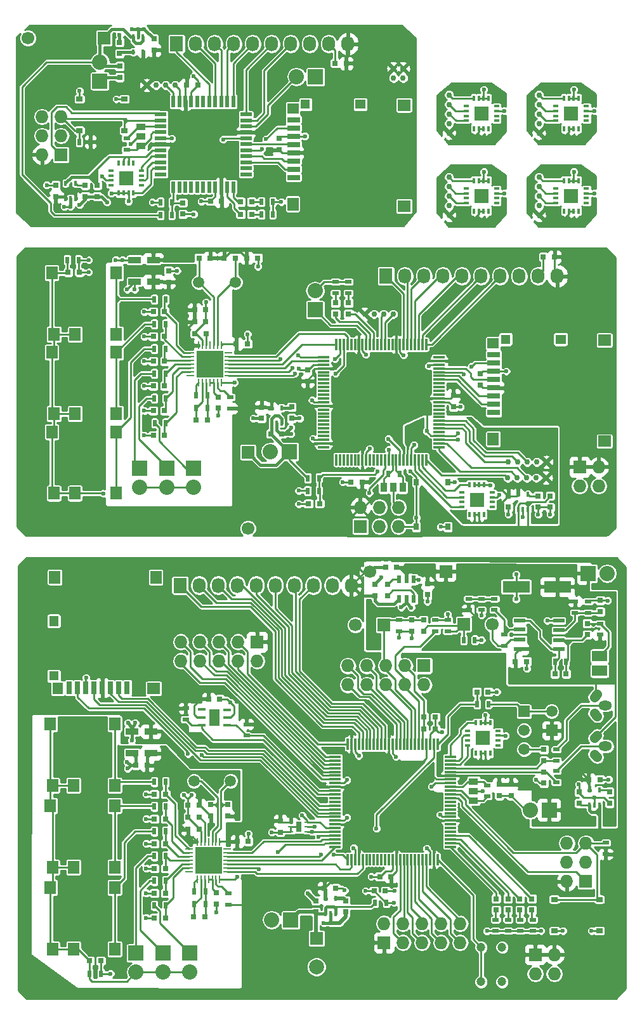
<source format=gbr>
G04 #@! TF.FileFunction,Copper,L1,Top,Signal*
%FSLAX46Y46*%
G04 Gerber Fmt 4.6, Leading zero omitted, Abs format (unit mm)*
G04 Created by KiCad (PCBNEW 4.0.2-stable) date 19/04/2016 11:25:51*
%MOMM*%
G01*
G04 APERTURE LIST*
%ADD10C,0.100000*%
%ADD11R,1.727200X2.032000*%
%ADD12O,1.727200X2.032000*%
%ADD13R,0.800000X0.750000*%
%ADD14R,1.680000X0.800000*%
%ADD15R,1.500000X1.700000*%
%ADD16R,1.500000X1.400000*%
%ADD17R,1.300000X1.300000*%
%ADD18R,1.700000X1.500000*%
%ADD19R,1.400000X1.300000*%
%ADD20R,0.800000X0.350000*%
%ADD21R,1.950000X1.950000*%
%ADD22R,0.350000X0.800000*%
%ADD23R,0.750000X0.800000*%
%ADD24C,1.699260*%
%ADD25R,1.699260X1.699260*%
%ADD26R,0.797560X0.797560*%
%ADD27R,1.500000X0.300000*%
%ADD28R,0.300000X1.500000*%
%ADD29R,1.727200X1.727200*%
%ADD30O,1.727200X1.727200*%
%ADD31C,0.762000*%
%ADD32R,2.032000X2.032000*%
%ADD33O,2.032000X2.032000*%
%ADD34R,0.500000X0.900000*%
%ADD35R,0.900000X0.500000*%
%ADD36R,0.700000X0.900000*%
%ADD37R,0.406400X0.660400*%
%ADD38C,1.501140*%
%ADD39R,3.600000X3.600000*%
%ADD40R,1.000000X0.250000*%
%ADD41R,0.250000X1.000000*%
%ADD42R,1.700000X0.900000*%
%ADD43R,0.965200X1.270000*%
%ADD44R,0.900000X0.700000*%
%ADD45R,0.550000X1.500000*%
%ADD46R,1.500000X0.550000*%
%ADD47R,1.270000X0.965200*%
%ADD48R,1.000000X0.450000*%
%ADD49R,1.400000X2.300000*%
%ADD50O,1.800860X1.300480*%
%ADD51C,1.300480*%
%ADD52C,1.500000*%
%ADD53R,0.650000X1.350000*%
%ADD54R,0.800000X0.250000*%
%ADD55R,1.500000X1.500000*%
%ADD56R,0.800000X1.680000*%
%ADD57R,1.400000X1.500000*%
%ADD58R,1.300000X1.400000*%
%ADD59C,1.200000*%
%ADD60C,1.700000*%
%ADD61R,1.700000X1.700000*%
%ADD62R,0.600000X1.100000*%
%ADD63R,1.500000X0.600000*%
%ADD64R,2.000000X1.400000*%
%ADD65C,1.998980*%
%ADD66R,3.599180X1.600200*%
%ADD67C,0.600000*%
%ADD68C,0.250000*%
%ADD69C,0.381000*%
%ADD70C,0.254000*%
%ADD71C,0.508000*%
G04 APERTURE END LIST*
D10*
D11*
X77597000Y-87185500D03*
D12*
X80137000Y-87185500D03*
X82677000Y-87185500D03*
X85217000Y-87185500D03*
X87757000Y-87185500D03*
X90297000Y-87185500D03*
X92837000Y-87185500D03*
X95377000Y-87185500D03*
X97917000Y-87185500D03*
X100457000Y-87185500D03*
D13*
X52056600Y-93281500D03*
X53556600Y-93281500D03*
D14*
X91989000Y-97693000D03*
X91989000Y-98793000D03*
X91989000Y-100993000D03*
X91989000Y-99893000D03*
X91989000Y-104293000D03*
X91989000Y-105393000D03*
X91989000Y-103193000D03*
X91989000Y-102093000D03*
D15*
X91899000Y-108943000D03*
D16*
X91899000Y-96193000D03*
D17*
X93569000Y-95633000D03*
D18*
X106749000Y-109233000D03*
D19*
X100909000Y-95633000D03*
D18*
X106749000Y-95743000D03*
D20*
X91750500Y-116055500D03*
X91750500Y-116705500D03*
X91750500Y-117355500D03*
X91750500Y-118005500D03*
D21*
X89725500Y-117030500D03*
D20*
X87700500Y-116055500D03*
X87700500Y-116705500D03*
X87700500Y-117355500D03*
X87700500Y-118005500D03*
D22*
X90700500Y-119055500D03*
X90050500Y-119055500D03*
X89400500Y-119055500D03*
X88750500Y-119055500D03*
X90700500Y-115005500D03*
X90050500Y-115005500D03*
X89400500Y-115005500D03*
X88750500Y-115005500D03*
D23*
X99504500Y-118034500D03*
X99504500Y-116534500D03*
X97917000Y-118034500D03*
X97917000Y-116534500D03*
X93916500Y-118034500D03*
X93916500Y-116534500D03*
D13*
X63716600Y-108254800D03*
X62216600Y-108254800D03*
D23*
X64998600Y-106160000D03*
X64998600Y-104660000D03*
X60985400Y-106185400D03*
X60985400Y-104685400D03*
X48577500Y-86499000D03*
X48577500Y-87999000D03*
D13*
X67245800Y-117551200D03*
X68745800Y-117551200D03*
X74410000Y-114681000D03*
X72910000Y-114681000D03*
X54153500Y-84772500D03*
X52653500Y-84772500D03*
X56019000Y-84772500D03*
X57519000Y-84772500D03*
X52056600Y-91668600D03*
X53556600Y-91668600D03*
X52082000Y-94881700D03*
X53582000Y-94881700D03*
X57619200Y-96227900D03*
X59119200Y-96227900D03*
X98589400Y-84632800D03*
X100089400Y-84632800D03*
D23*
X90170000Y-100240400D03*
X90170000Y-101740400D03*
D13*
X48057500Y-91948000D03*
X46557500Y-91948000D03*
X48057500Y-95250000D03*
X46557500Y-95250000D03*
X48057500Y-98552000D03*
X46557500Y-98552000D03*
X48057500Y-101854000D03*
X46557500Y-101854000D03*
X48057500Y-105156000D03*
X46557500Y-105156000D03*
X48057500Y-108458000D03*
X46557500Y-108458000D03*
D23*
X55181500Y-103326500D03*
X55181500Y-104826500D03*
D13*
X36691000Y-86677500D03*
X35191000Y-86677500D03*
X53772500Y-106362500D03*
X52272500Y-106362500D03*
D23*
X86614000Y-103136000D03*
X86614000Y-104636000D03*
X67119500Y-101207000D03*
X67119500Y-99707000D03*
D24*
X59159140Y-120853720D03*
D25*
X59159140Y-110693720D03*
D26*
X70866000Y-90754200D03*
X70866000Y-92252800D03*
X72580500Y-90754200D03*
X72580500Y-92252800D03*
D27*
X84662000Y-110013000D03*
X84662000Y-109513000D03*
X84662000Y-109013000D03*
X84662000Y-108513000D03*
X84662000Y-108013000D03*
X84662000Y-107513000D03*
X84662000Y-107013000D03*
X84662000Y-106513000D03*
X84662000Y-106013000D03*
X84662000Y-105513000D03*
X84662000Y-105013000D03*
X84662000Y-104513000D03*
X84662000Y-104013000D03*
X84662000Y-103513000D03*
X84662000Y-103013000D03*
X84662000Y-102513000D03*
X84662000Y-102013000D03*
X84662000Y-101513000D03*
X84662000Y-101013000D03*
X84662000Y-100513000D03*
X84662000Y-100013000D03*
X84662000Y-99513000D03*
X84662000Y-99013000D03*
X84662000Y-98513000D03*
X84662000Y-98013000D03*
D28*
X82962000Y-96313000D03*
X82462000Y-96313000D03*
X81962000Y-96313000D03*
X81462000Y-96313000D03*
X80962000Y-96313000D03*
X80462000Y-96313000D03*
X79962000Y-96313000D03*
X79462000Y-96313000D03*
X78962000Y-96313000D03*
X78462000Y-96313000D03*
X77962000Y-96313000D03*
X77462000Y-96313000D03*
X76962000Y-96313000D03*
X76462000Y-96313000D03*
X75962000Y-96313000D03*
X75462000Y-96313000D03*
X74962000Y-96313000D03*
X74462000Y-96313000D03*
X73962000Y-96313000D03*
X73462000Y-96313000D03*
X72962000Y-96313000D03*
X72462000Y-96313000D03*
X71962000Y-96313000D03*
X71462000Y-96313000D03*
X70962000Y-96313000D03*
D27*
X69262000Y-98013000D03*
X69262000Y-98513000D03*
X69262000Y-99013000D03*
X69262000Y-99513000D03*
X69262000Y-100013000D03*
X69262000Y-100513000D03*
X69262000Y-101013000D03*
X69262000Y-101513000D03*
X69262000Y-102013000D03*
X69262000Y-102513000D03*
X69262000Y-103013000D03*
X69262000Y-103513000D03*
X69262000Y-104013000D03*
X69262000Y-104513000D03*
X69262000Y-105013000D03*
X69262000Y-105513000D03*
X69262000Y-106013000D03*
X69262000Y-106513000D03*
X69262000Y-107013000D03*
X69262000Y-107513000D03*
X69262000Y-108013000D03*
X69262000Y-108513000D03*
X69262000Y-109013000D03*
X69262000Y-109513000D03*
X69262000Y-110013000D03*
D28*
X70962000Y-111713000D03*
X71462000Y-111713000D03*
X71962000Y-111713000D03*
X72462000Y-111713000D03*
X72962000Y-111713000D03*
X73462000Y-111713000D03*
X73962000Y-111713000D03*
X74462000Y-111713000D03*
X74962000Y-111713000D03*
X75462000Y-111713000D03*
X75962000Y-111713000D03*
X76462000Y-111713000D03*
X76962000Y-111713000D03*
X77462000Y-111713000D03*
X77962000Y-111713000D03*
X78462000Y-111713000D03*
X78962000Y-111713000D03*
X79462000Y-111713000D03*
X79962000Y-111713000D03*
X80462000Y-111713000D03*
X80962000Y-111713000D03*
X81462000Y-111713000D03*
X81962000Y-111713000D03*
X82462000Y-111713000D03*
X82962000Y-111713000D03*
D29*
X103437000Y-112663000D03*
D30*
X105977000Y-112663000D03*
X103437000Y-115203000D03*
X105977000Y-115203000D03*
D29*
X74168000Y-120586500D03*
D30*
X74168000Y-118046500D03*
X76708000Y-120586500D03*
X76708000Y-118046500D03*
X79248000Y-120586500D03*
X79248000Y-118046500D03*
D31*
X93853000Y-114109500D03*
X98933000Y-114109500D03*
X97663000Y-114109500D03*
X96393000Y-114109500D03*
X95123000Y-114109500D03*
X93916500Y-112014000D03*
X98996500Y-112014000D03*
X97726500Y-112014000D03*
X96456500Y-112014000D03*
X95186500Y-112014000D03*
D32*
X68135500Y-91694000D03*
D33*
X68135500Y-89154000D03*
D32*
X51943000Y-112852200D03*
D33*
X51943000Y-115392200D03*
D32*
X48336200Y-112852200D03*
D33*
X48336200Y-115392200D03*
D32*
X44729400Y-112852200D03*
D33*
X44729400Y-115392200D03*
D15*
X33291000Y-116177500D03*
X36091000Y-116177500D03*
X41591000Y-116177500D03*
X41591000Y-107977500D03*
X32991000Y-107977500D03*
X33291000Y-105573000D03*
X36091000Y-105573000D03*
X41591000Y-105573000D03*
X41591000Y-97373000D03*
X32991000Y-97373000D03*
X33291000Y-94968500D03*
X36091000Y-94968500D03*
X41591000Y-94968500D03*
X41591000Y-86768500D03*
X32991000Y-86768500D03*
D31*
X74739500Y-92265500D03*
X76009500Y-92265500D03*
X77279500Y-92265500D03*
X78549500Y-92265500D03*
D34*
X67144200Y-114147600D03*
X68644200Y-114147600D03*
X67144200Y-115849400D03*
X68644200Y-115849400D03*
D35*
X70866000Y-87959500D03*
X70866000Y-89459500D03*
X72580500Y-87959500D03*
X72580500Y-89459500D03*
D34*
X48209900Y-106807000D03*
X46709900Y-106807000D03*
X48184500Y-103505000D03*
X46684500Y-103505000D03*
X48184500Y-100203000D03*
X46684500Y-100203000D03*
X48184500Y-96901000D03*
X46684500Y-96901000D03*
X48184500Y-93599000D03*
X46684500Y-93599000D03*
X48184500Y-90297000D03*
X46684500Y-90297000D03*
D35*
X56819800Y-104864600D03*
X56819800Y-103364600D03*
D34*
X36564000Y-85026500D03*
X35064000Y-85026500D03*
X53772500Y-104775000D03*
X52272500Y-104775000D03*
X53772500Y-103124000D03*
X52272500Y-103124000D03*
D36*
X85856500Y-120665500D03*
X81656500Y-120665500D03*
X85856500Y-114665500D03*
X81656500Y-114665500D03*
D37*
X95224600Y-118364000D03*
X96545400Y-118364000D03*
X95885000Y-118364000D03*
X96545400Y-116332000D03*
X95224600Y-116332000D03*
X62331600Y-106832400D03*
X63652400Y-106832400D03*
X62992000Y-106832400D03*
X63652400Y-104800400D03*
X62331600Y-104800400D03*
D38*
X57495440Y-88011000D03*
X52613560Y-88011000D03*
D32*
X64706500Y-110617000D03*
D33*
X62166500Y-110617000D03*
D39*
X54102000Y-98933000D03*
D40*
X56602000Y-98933000D03*
X56602000Y-99433000D03*
X56602000Y-99933000D03*
X56602000Y-100433000D03*
X56602000Y-98433000D03*
X56602000Y-97933000D03*
X56602000Y-97433000D03*
X51502000Y-98933000D03*
X51502000Y-98433000D03*
X51502000Y-97933000D03*
X51502000Y-97433000D03*
X51502000Y-99433000D03*
X51502000Y-99933000D03*
X51502000Y-100433000D03*
D41*
X55602000Y-101433000D03*
X55102000Y-101433000D03*
X54602000Y-101433000D03*
X54102000Y-101433000D03*
X53602000Y-101433000D03*
X53102000Y-101433000D03*
X52602000Y-101433000D03*
X52602000Y-96433000D03*
X53102000Y-96433000D03*
X53602000Y-96433000D03*
X54102000Y-96433000D03*
X54602000Y-96433000D03*
X55102000Y-96433000D03*
X55602000Y-96433000D03*
D42*
X46545500Y-85037000D03*
X46545500Y-87937000D03*
X44069000Y-85037000D03*
X44069000Y-87937000D03*
D13*
X60503500Y-84772500D03*
X59003500Y-84772500D03*
D34*
X79426500Y-113601500D03*
X77926500Y-113601500D03*
D43*
X77279500Y-115379500D03*
X78549500Y-115379500D03*
X79819500Y-115379500D03*
D24*
X29819080Y-55425340D03*
D25*
X39979080Y-55425340D03*
D23*
X33528000Y-75069000D03*
X33528000Y-76569000D03*
X42062400Y-60668600D03*
X42062400Y-59168600D03*
X42037000Y-55993600D03*
X42037000Y-57493600D03*
X46659800Y-55536400D03*
X46659800Y-57036400D03*
X37465000Y-76569000D03*
X37465000Y-75069000D03*
X39052500Y-76569000D03*
X39052500Y-75069000D03*
X50482500Y-78918500D03*
X50482500Y-77418500D03*
D13*
X70814500Y-58801000D03*
X72314500Y-58801000D03*
X51002500Y-61722000D03*
X52502500Y-61722000D03*
X55677500Y-77190600D03*
X54177500Y-77190600D03*
D26*
X59690000Y-78943200D03*
X58191400Y-78943200D03*
X59677300Y-77279500D03*
X58178700Y-77279500D03*
D29*
X34226500Y-70993000D03*
D30*
X31686500Y-70993000D03*
X34226500Y-68453000D03*
X31686500Y-68453000D03*
X34226500Y-65913000D03*
X31686500Y-65913000D03*
D31*
X45656500Y-61722000D03*
X46926500Y-61722000D03*
X48196500Y-61722000D03*
X49466500Y-61722000D03*
D32*
X68199000Y-60579000D03*
D33*
X65659000Y-60579000D03*
D11*
X49657000Y-56197500D03*
D12*
X52197000Y-56197500D03*
X54737000Y-56197500D03*
X57277000Y-56197500D03*
X59817000Y-56197500D03*
X62357000Y-56197500D03*
X64897000Y-56197500D03*
X67437000Y-56197500D03*
X69977000Y-56197500D03*
X72517000Y-56197500D03*
D34*
X47510000Y-79057500D03*
X49010000Y-79057500D03*
X47510000Y-77343000D03*
X49010000Y-77343000D03*
X36651500Y-69278500D03*
X38151500Y-69278500D03*
X62472000Y-78943200D03*
X60972000Y-78943200D03*
X62472000Y-77279500D03*
X60972000Y-77279500D03*
D14*
X65255500Y-66324000D03*
X65255500Y-67424000D03*
X65255500Y-69624000D03*
X65255500Y-68524000D03*
X65255500Y-72924000D03*
X65255500Y-74024000D03*
X65255500Y-71824000D03*
X65255500Y-70724000D03*
D15*
X65165500Y-77574000D03*
D16*
X65165500Y-64824000D03*
D17*
X66835500Y-64264000D03*
D18*
X80015500Y-77864000D03*
D19*
X74175500Y-64264000D03*
D18*
X80015500Y-64374000D03*
D44*
X42687500Y-63559000D03*
X42687500Y-67759000D03*
X36687500Y-63559000D03*
X36687500Y-67759000D03*
D37*
X45173900Y-55245000D03*
X43853100Y-55245000D03*
X44513500Y-55245000D03*
X43853100Y-57277000D03*
X45173900Y-57277000D03*
X34836100Y-76835000D03*
X36156900Y-76835000D03*
X35496500Y-76835000D03*
X36156900Y-74803000D03*
X34836100Y-74803000D03*
D45*
X49213000Y-75296000D03*
X50013000Y-75296000D03*
X50813000Y-75296000D03*
X51613000Y-75296000D03*
X52413000Y-75296000D03*
X53213000Y-75296000D03*
X54013000Y-75296000D03*
X54813000Y-75296000D03*
X55613000Y-75296000D03*
X56413000Y-75296000D03*
X57213000Y-75296000D03*
D46*
X58913000Y-73596000D03*
X58913000Y-72796000D03*
X58913000Y-71996000D03*
X58913000Y-71196000D03*
X58913000Y-70396000D03*
X58913000Y-69596000D03*
X58913000Y-68796000D03*
X58913000Y-67996000D03*
X58913000Y-67196000D03*
X58913000Y-66396000D03*
X58913000Y-65596000D03*
D45*
X57213000Y-63896000D03*
X56413000Y-63896000D03*
X55613000Y-63896000D03*
X54813000Y-63896000D03*
X54013000Y-63896000D03*
X53213000Y-63896000D03*
X52413000Y-63896000D03*
X51613000Y-63896000D03*
X50813000Y-63896000D03*
X50013000Y-63896000D03*
X49213000Y-63896000D03*
D46*
X47513000Y-65596000D03*
X47513000Y-66396000D03*
X47513000Y-67196000D03*
X47513000Y-67996000D03*
X47513000Y-68796000D03*
X47513000Y-69596000D03*
X47513000Y-70396000D03*
X47513000Y-71196000D03*
X47513000Y-71996000D03*
X47513000Y-72796000D03*
X47513000Y-73596000D03*
D31*
X78613000Y-59499500D03*
X79883000Y-59499500D03*
X78613000Y-60769500D03*
X79883000Y-60769500D03*
D20*
X40901000Y-75079500D03*
X40901000Y-74429500D03*
X40901000Y-73779500D03*
X40901000Y-73129500D03*
D21*
X42926000Y-74104500D03*
D20*
X44951000Y-75079500D03*
X44951000Y-74429500D03*
X44951000Y-73779500D03*
X44951000Y-73129500D03*
D22*
X41951000Y-72079500D03*
X42601000Y-72079500D03*
X43251000Y-72079500D03*
X43901000Y-72079500D03*
X41951000Y-76129500D03*
X42601000Y-76129500D03*
X43251000Y-76129500D03*
X43901000Y-76129500D03*
D32*
X39420800Y-61163200D03*
D33*
X39420800Y-58623200D03*
D23*
X63347600Y-70346000D03*
X63347600Y-68846000D03*
D35*
X42989500Y-70346000D03*
X42989500Y-68846000D03*
D47*
X44894500Y-67246500D03*
X44894500Y-68516500D03*
X44894500Y-69786500D03*
D31*
X86015500Y-73995000D03*
X86015500Y-79075000D03*
X86015500Y-77805000D03*
X86015500Y-76535000D03*
X86015500Y-75265000D03*
D20*
X92348500Y-75505500D03*
X92348500Y-76155500D03*
X92348500Y-76805500D03*
X92348500Y-77455500D03*
D21*
X90323500Y-76480500D03*
D20*
X88298500Y-75505500D03*
X88298500Y-76155500D03*
X88298500Y-76805500D03*
X88298500Y-77455500D03*
D22*
X91298500Y-78505500D03*
X90648500Y-78505500D03*
X89998500Y-78505500D03*
X89348500Y-78505500D03*
X91298500Y-74455500D03*
X90648500Y-74455500D03*
X89998500Y-74455500D03*
X89348500Y-74455500D03*
D31*
X98017000Y-63009500D03*
X98017000Y-68089500D03*
X98017000Y-66819500D03*
X98017000Y-65549500D03*
X98017000Y-64279500D03*
D20*
X104350000Y-64520000D03*
X104350000Y-65170000D03*
X104350000Y-65820000D03*
X104350000Y-66470000D03*
D21*
X102325000Y-65495000D03*
D20*
X100300000Y-64520000D03*
X100300000Y-65170000D03*
X100300000Y-65820000D03*
X100300000Y-66470000D03*
D22*
X103300000Y-67520000D03*
X102650000Y-67520000D03*
X102000000Y-67520000D03*
X101350000Y-67520000D03*
X103300000Y-63470000D03*
X102650000Y-63470000D03*
X102000000Y-63470000D03*
X101350000Y-63470000D03*
D31*
X98017000Y-73995000D03*
X98017000Y-79075000D03*
X98017000Y-77805000D03*
X98017000Y-76535000D03*
X98017000Y-75265000D03*
D20*
X104350000Y-75505500D03*
X104350000Y-76155500D03*
X104350000Y-76805500D03*
X104350000Y-77455500D03*
D21*
X102325000Y-76480500D03*
D20*
X100300000Y-75505500D03*
X100300000Y-76155500D03*
X100300000Y-76805500D03*
X100300000Y-77455500D03*
D22*
X103300000Y-78505500D03*
X102650000Y-78505500D03*
X102000000Y-78505500D03*
X101350000Y-78505500D03*
X103300000Y-74455500D03*
X102650000Y-74455500D03*
X102000000Y-74455500D03*
X101350000Y-74455500D03*
D31*
X86015500Y-63009500D03*
X86015500Y-68089500D03*
X86015500Y-66819500D03*
X86015500Y-65549500D03*
X86015500Y-64279500D03*
D20*
X92348500Y-64520000D03*
X92348500Y-65170000D03*
X92348500Y-65820000D03*
X92348500Y-66470000D03*
D21*
X90323500Y-65495000D03*
D20*
X88298500Y-64520000D03*
X88298500Y-65170000D03*
X88298500Y-65820000D03*
X88298500Y-66470000D03*
D22*
X91298500Y-67520000D03*
X90648500Y-67520000D03*
X89998500Y-67520000D03*
X89348500Y-67520000D03*
X91298500Y-63470000D03*
X90648500Y-63470000D03*
X89998500Y-63470000D03*
X89348500Y-63470000D03*
D23*
X94297500Y-156515500D03*
X94297500Y-155015500D03*
D48*
X56373500Y-147113500D03*
X56373500Y-146113500D03*
X56373500Y-145113500D03*
X52973500Y-145013500D03*
X52973500Y-146113500D03*
X52973500Y-147113500D03*
D49*
X54673500Y-146113500D03*
D13*
X53455000Y-172656500D03*
X51955000Y-172656500D03*
D34*
X53518500Y-169291000D03*
X52018500Y-169291000D03*
D35*
X58991500Y-147014500D03*
X58991500Y-148514500D03*
X50863500Y-146355500D03*
X50863500Y-144855500D03*
D29*
X82677000Y-139192000D03*
D30*
X82677000Y-141732000D03*
X80137000Y-139192000D03*
X80137000Y-141732000D03*
X77597000Y-139192000D03*
X77597000Y-141732000D03*
X75057000Y-139192000D03*
X75057000Y-141732000D03*
X72517000Y-139192000D03*
X72517000Y-141732000D03*
D13*
X84189000Y-146050000D03*
X82689000Y-146050000D03*
D29*
X60388500Y-136017000D03*
D30*
X60388500Y-138557000D03*
X57848500Y-136017000D03*
X57848500Y-138557000D03*
X55308500Y-136017000D03*
X55308500Y-138557000D03*
X52768500Y-136017000D03*
X52768500Y-138557000D03*
X50228500Y-136017000D03*
X50228500Y-138557000D03*
D50*
X106870500Y-149923500D03*
D51*
X105777411Y-148476589D02*
X105423589Y-148830411D01*
X105423589Y-151016589D02*
X105777411Y-151370411D01*
D52*
X56860440Y-154559000D03*
X51978560Y-154559000D03*
D28*
X84486000Y-149653000D03*
X83986000Y-149653000D03*
X83486000Y-149653000D03*
X82986000Y-149653000D03*
X82486000Y-149653000D03*
X81986000Y-149653000D03*
X81486000Y-149653000D03*
X80986000Y-149653000D03*
X80486000Y-149653000D03*
X79986000Y-149653000D03*
X79486000Y-149653000D03*
X78986000Y-149653000D03*
X78486000Y-149653000D03*
X77986000Y-149653000D03*
X77486000Y-149653000D03*
X76986000Y-149653000D03*
X76486000Y-149653000D03*
X75986000Y-149653000D03*
X75486000Y-149653000D03*
X74986000Y-149653000D03*
X74486000Y-149653000D03*
X73986000Y-149653000D03*
X73486000Y-149653000D03*
X72986000Y-149653000D03*
X72486000Y-149653000D03*
D27*
X70786000Y-151353000D03*
X70786000Y-151853000D03*
X70786000Y-152353000D03*
X70786000Y-152853000D03*
X70786000Y-153353000D03*
X70786000Y-153853000D03*
X70786000Y-154353000D03*
X70786000Y-154853000D03*
X70786000Y-155353000D03*
X70786000Y-155853000D03*
X70786000Y-156353000D03*
X70786000Y-156853000D03*
X70786000Y-157353000D03*
X70786000Y-157853000D03*
X70786000Y-158353000D03*
X70786000Y-158853000D03*
X70786000Y-159353000D03*
X70786000Y-159853000D03*
X70786000Y-160353000D03*
X70786000Y-160853000D03*
X70786000Y-161353000D03*
X70786000Y-161853000D03*
X70786000Y-162353000D03*
X70786000Y-162853000D03*
X70786000Y-163353000D03*
D28*
X72486000Y-165053000D03*
X72986000Y-165053000D03*
X73486000Y-165053000D03*
X73986000Y-165053000D03*
X74486000Y-165053000D03*
X74986000Y-165053000D03*
X75486000Y-165053000D03*
X75986000Y-165053000D03*
X76486000Y-165053000D03*
X76986000Y-165053000D03*
X77486000Y-165053000D03*
X77986000Y-165053000D03*
X78486000Y-165053000D03*
X78986000Y-165053000D03*
X79486000Y-165053000D03*
X79986000Y-165053000D03*
X80486000Y-165053000D03*
X80986000Y-165053000D03*
X81486000Y-165053000D03*
X81986000Y-165053000D03*
X82486000Y-165053000D03*
X82986000Y-165053000D03*
X83486000Y-165053000D03*
X83986000Y-165053000D03*
X84486000Y-165053000D03*
D27*
X86186000Y-163353000D03*
X86186000Y-162853000D03*
X86186000Y-162353000D03*
X86186000Y-161853000D03*
X86186000Y-161353000D03*
X86186000Y-160853000D03*
X86186000Y-160353000D03*
X86186000Y-159853000D03*
X86186000Y-159353000D03*
X86186000Y-158853000D03*
X86186000Y-158353000D03*
X86186000Y-157853000D03*
X86186000Y-157353000D03*
X86186000Y-156853000D03*
X86186000Y-156353000D03*
X86186000Y-155853000D03*
X86186000Y-155353000D03*
X86186000Y-154853000D03*
X86186000Y-154353000D03*
X86186000Y-153853000D03*
X86186000Y-153353000D03*
X86186000Y-152853000D03*
X86186000Y-152353000D03*
X86186000Y-151853000D03*
X86186000Y-151353000D03*
D23*
X98679000Y-150380000D03*
X98679000Y-151880000D03*
X103374900Y-156032700D03*
X103374900Y-157532700D03*
X107438900Y-157532700D03*
X107438900Y-156032700D03*
D13*
X106156900Y-154369700D03*
X104656900Y-154369700D03*
D23*
X68230750Y-170541250D03*
X68230750Y-172041250D03*
X72231250Y-172041250D03*
X72231250Y-170541250D03*
D13*
X70885750Y-168878250D03*
X69385750Y-168878250D03*
X44208000Y-152463500D03*
X45708000Y-152463500D03*
X77521500Y-169227500D03*
X76021500Y-169227500D03*
D23*
X98679000Y-154864500D03*
X98679000Y-153364500D03*
X92710000Y-156515500D03*
X92710000Y-155015500D03*
D13*
X91237500Y-142684500D03*
X89737500Y-142684500D03*
X84189000Y-147637500D03*
X82689000Y-147637500D03*
D23*
X54229000Y-159246000D03*
X54229000Y-157746000D03*
X56451500Y-159246000D03*
X56451500Y-157746000D03*
D13*
X51193000Y-161036000D03*
X52693000Y-161036000D03*
X51193000Y-159385000D03*
X52693000Y-159385000D03*
X57733500Y-162623500D03*
X59233500Y-162623500D03*
X48184500Y-156337000D03*
X46684500Y-156337000D03*
X48184500Y-159639000D03*
X46684500Y-159639000D03*
X48184500Y-162941000D03*
X46684500Y-162941000D03*
X48184500Y-166243000D03*
X46684500Y-166243000D03*
X48184500Y-169545000D03*
X46684500Y-169545000D03*
X48184500Y-172847000D03*
X46684500Y-172847000D03*
D23*
X54927500Y-169493500D03*
X54927500Y-170993500D03*
D13*
X39542000Y-178562000D03*
X38042000Y-178562000D03*
D23*
X63500000Y-159905000D03*
X63500000Y-161405000D03*
D13*
X53923500Y-143637000D03*
X55423500Y-143637000D03*
X78283500Y-167322500D03*
X76783500Y-167322500D03*
D26*
X92297250Y-170287950D03*
X92297250Y-171786550D03*
X93884750Y-170287950D03*
X93884750Y-171786550D03*
X95472250Y-170287950D03*
X95472250Y-171786550D03*
X97059750Y-170287950D03*
X97059750Y-171786550D03*
D29*
X97536000Y-177736500D03*
D30*
X100076000Y-177736500D03*
X97536000Y-180276500D03*
X100076000Y-180276500D03*
D29*
X104267000Y-167957500D03*
D30*
X101727000Y-167957500D03*
X104267000Y-165417500D03*
X101727000Y-165417500D03*
X104267000Y-162877500D03*
X101727000Y-162877500D03*
D29*
X77343000Y-176149000D03*
D30*
X77343000Y-173609000D03*
X79883000Y-176149000D03*
X79883000Y-173609000D03*
X82423000Y-176149000D03*
X82423000Y-173609000D03*
X84963000Y-176149000D03*
X84963000Y-173609000D03*
X87503000Y-176149000D03*
X87503000Y-173609000D03*
D11*
X50101500Y-128460500D03*
D12*
X52641500Y-128460500D03*
X55181500Y-128460500D03*
X57721500Y-128460500D03*
X60261500Y-128460500D03*
X62801500Y-128460500D03*
X65341500Y-128460500D03*
X67881500Y-128460500D03*
X70421500Y-128460500D03*
X72961500Y-128460500D03*
D34*
X76148500Y-170815000D03*
X77648500Y-170815000D03*
D35*
X100330000Y-150380000D03*
X100330000Y-151880000D03*
X100330000Y-153237500D03*
X100330000Y-154737500D03*
X106934000Y-162826000D03*
X106934000Y-164326000D03*
D34*
X89760360Y-144317720D03*
X91260360Y-144317720D03*
D35*
X92233750Y-174581250D03*
X92233750Y-173081250D03*
X93884750Y-174581250D03*
X93884750Y-173081250D03*
X95535750Y-174581250D03*
X95535750Y-173081250D03*
X97186750Y-174581250D03*
X97186750Y-173081250D03*
D34*
X48184500Y-171196000D03*
X46684500Y-171196000D03*
X48184500Y-167894000D03*
X46684500Y-167894000D03*
X48184500Y-164592000D03*
X46684500Y-164592000D03*
X48184500Y-161290000D03*
X46684500Y-161290000D03*
X48184500Y-157988000D03*
X46684500Y-157988000D03*
X48184500Y-154686000D03*
X46684500Y-154686000D03*
D35*
X56578500Y-171057000D03*
X56578500Y-169557000D03*
D34*
X39542000Y-180276500D03*
X38042000Y-180276500D03*
X53518500Y-171005500D03*
X52018500Y-171005500D03*
D37*
X104746500Y-157798700D03*
X106067300Y-157798700D03*
X105406900Y-157798700D03*
X106067300Y-155766700D03*
X104746500Y-155766700D03*
X69538850Y-172307250D03*
X70859650Y-172307250D03*
X70199250Y-172307250D03*
X70859650Y-170275250D03*
X69538850Y-170275250D03*
D53*
X66008250Y-160686750D03*
D54*
X64908250Y-160036750D03*
X64908250Y-160686750D03*
X64908250Y-161336750D03*
X67108250Y-161336750D03*
X67108250Y-160686750D03*
X67108250Y-160036750D03*
D55*
X96027240Y-145282920D03*
D52*
X96027240Y-147822920D03*
X96027240Y-150362920D03*
D55*
X99715320Y-147825460D03*
D52*
X99715320Y-145285460D03*
D56*
X35336000Y-142135500D03*
X36436000Y-142135500D03*
X38636000Y-142135500D03*
X37536000Y-142135500D03*
X41936000Y-142135500D03*
X43036000Y-142135500D03*
X40836000Y-142135500D03*
X39736000Y-142135500D03*
D18*
X46586000Y-142225500D03*
D57*
X33836000Y-142225500D03*
D17*
X33276000Y-140555500D03*
D15*
X46876000Y-127375500D03*
D58*
X33276000Y-133215500D03*
D15*
X33386000Y-127375500D03*
X33094000Y-177010500D03*
X35894000Y-177010500D03*
X41394000Y-177010500D03*
X41394000Y-168810500D03*
X32794000Y-168810500D03*
X33094000Y-166088500D03*
X35894000Y-166088500D03*
X41394000Y-166088500D03*
X41394000Y-157888500D03*
X32794000Y-157888500D03*
X33094000Y-155166500D03*
X35894000Y-155166500D03*
X41394000Y-155166500D03*
X41394000Y-146966500D03*
X32794000Y-146966500D03*
D32*
X51418000Y-177548500D03*
D33*
X51418000Y-180088500D03*
D32*
X47818000Y-177548500D03*
D33*
X47818000Y-180088500D03*
D32*
X44218000Y-177548500D03*
D33*
X44218000Y-180088500D03*
D44*
X100060500Y-174566000D03*
X100060500Y-170366000D03*
X106060500Y-174566000D03*
X106060500Y-170366000D03*
D59*
X93094000Y-181370000D03*
X90294000Y-181370000D03*
X93094000Y-176770000D03*
X90294000Y-176770000D03*
D50*
X106870500Y-144462500D03*
D51*
X105777411Y-143015589D02*
X105423589Y-143369411D01*
X105423589Y-145555589D02*
X105777411Y-145909411D01*
D23*
X83121500Y-128218500D03*
X83121500Y-129718500D03*
X76136500Y-129845500D03*
X76136500Y-128345500D03*
X77787500Y-129845500D03*
X77787500Y-128345500D03*
D13*
X100151500Y-140271500D03*
X101651500Y-140271500D03*
D23*
X104457500Y-133552500D03*
X104457500Y-135052500D03*
X82613500Y-133108000D03*
X82613500Y-134608000D03*
X81026000Y-133108000D03*
X81026000Y-134608000D03*
X106203750Y-131972750D03*
X106203750Y-130472750D03*
D60*
X75437480Y-126616460D03*
D25*
X85597480Y-126616460D03*
D60*
X91757500Y-133667500D03*
D61*
X87947500Y-133667500D03*
D60*
X73469500Y-133731000D03*
D61*
X77279500Y-133731000D03*
D35*
X84201000Y-133108000D03*
X84201000Y-134608000D03*
D34*
X100151500Y-138620500D03*
X101651500Y-138620500D03*
D35*
X85852000Y-134608000D03*
X85852000Y-133108000D03*
X102838250Y-130599750D03*
X102838250Y-132099750D03*
X106172000Y-135052500D03*
X106172000Y-133552500D03*
X79375000Y-133108000D03*
X79375000Y-134608000D03*
X93408500Y-136513000D03*
X93408500Y-135013000D03*
D34*
X87959500Y-135763000D03*
X89459500Y-135763000D03*
D35*
X92075000Y-131750500D03*
X92075000Y-130250500D03*
X104552750Y-132099750D03*
X104552750Y-130599750D03*
X90360500Y-131750500D03*
X90360500Y-130250500D03*
X88646000Y-131750500D03*
X88646000Y-130250500D03*
D62*
X79327500Y-130268500D03*
X80327500Y-130268500D03*
X81327500Y-130268500D03*
X81327500Y-127668500D03*
X80327500Y-127668500D03*
X79327500Y-127668500D03*
D63*
X100644000Y-136964500D03*
X100644000Y-135764500D03*
X100644000Y-134464500D03*
X100644000Y-133164500D03*
X95444000Y-133164500D03*
X95444000Y-134364500D03*
X95444000Y-135664500D03*
X95444000Y-136964500D03*
D32*
X104584500Y-126873000D03*
D33*
X107124500Y-126873000D03*
D13*
X94881000Y-138620500D03*
X96381000Y-138620500D03*
D42*
X46228000Y-147965500D03*
X46228000Y-150865500D03*
X43688000Y-147965500D03*
X43688000Y-150865500D03*
D32*
X99377500Y-158432500D03*
D33*
X96837500Y-158432500D03*
D20*
X92576000Y-147869000D03*
X92576000Y-148519000D03*
X92576000Y-149169000D03*
X92576000Y-149819000D03*
D21*
X90551000Y-148844000D03*
D20*
X88526000Y-147869000D03*
X88526000Y-148519000D03*
X88526000Y-149169000D03*
X88526000Y-149819000D03*
D22*
X91526000Y-150869000D03*
X90876000Y-150869000D03*
X90226000Y-150869000D03*
X89576000Y-150869000D03*
X91526000Y-146819000D03*
X90876000Y-146819000D03*
X90226000Y-146819000D03*
X89576000Y-146819000D03*
D39*
X53911500Y-165163500D03*
D40*
X56411500Y-165163500D03*
X56411500Y-165663500D03*
X56411500Y-166163500D03*
X56411500Y-166663500D03*
X56411500Y-164663500D03*
X56411500Y-164163500D03*
X56411500Y-163663500D03*
X51311500Y-165163500D03*
X51311500Y-164663500D03*
X51311500Y-164163500D03*
X51311500Y-163663500D03*
X51311500Y-165663500D03*
X51311500Y-166163500D03*
X51311500Y-166663500D03*
D41*
X55411500Y-167663500D03*
X54911500Y-167663500D03*
X54411500Y-167663500D03*
X53911500Y-167663500D03*
X53411500Y-167663500D03*
X52911500Y-167663500D03*
X52411500Y-167663500D03*
X52411500Y-162663500D03*
X52911500Y-162663500D03*
X53411500Y-162663500D03*
X53911500Y-162663500D03*
X54411500Y-162663500D03*
X54911500Y-162663500D03*
X55411500Y-162663500D03*
D64*
X106108500Y-137874500D03*
X106108500Y-139874500D03*
D32*
X64897000Y-173101000D03*
D33*
X62357000Y-173101000D03*
D65*
X68326000Y-179387500D03*
D61*
X68326000Y-175577500D03*
D13*
X52693000Y-157797500D03*
X51193000Y-157797500D03*
D66*
X100477320Y-128651000D03*
X94975680Y-128651000D03*
D35*
X91122500Y-155142500D03*
X91122500Y-156642500D03*
D47*
X89281000Y-157162500D03*
X89281000Y-155892500D03*
X89281000Y-154622500D03*
D13*
X79045500Y-126047500D03*
X77545500Y-126047500D03*
D67*
X77914500Y-108902500D03*
X71818500Y-114681000D03*
X65963800Y-117602000D03*
X65963800Y-115824000D03*
X59893200Y-106172000D03*
X66090800Y-106172000D03*
X64922400Y-107391200D03*
X64922400Y-108254800D03*
X60515500Y-85915500D03*
X57404000Y-101409500D03*
X42418000Y-85026500D03*
X41529000Y-85026500D03*
X59118500Y-94945200D03*
X93662500Y-99885500D03*
X92710000Y-116395500D03*
X93916500Y-118999000D03*
X91567000Y-115125500D03*
X67837000Y-108863000D03*
X87537000Y-104663000D03*
X67737000Y-103763000D03*
X37937000Y-85063000D03*
X37937000Y-86663000D03*
X99504500Y-118999000D03*
X97917000Y-118999000D03*
X95885000Y-119380000D03*
X86804500Y-114681000D03*
X84899500Y-120650000D03*
X74930000Y-97663000D03*
X79946500Y-97726500D03*
X83312000Y-99187000D03*
X87185500Y-109029500D03*
X65976500Y-99504500D03*
X75438000Y-110236000D03*
X43497500Y-69596000D03*
X49022000Y-68834000D03*
X41592500Y-63563500D03*
X36703000Y-62484000D03*
X44513500Y-54229000D03*
X43688000Y-54229000D03*
X45339000Y-54229000D03*
X42037000Y-54991000D03*
X66776600Y-68529200D03*
X43243500Y-77216000D03*
X40957500Y-76136500D03*
X39751000Y-73914000D03*
X35496500Y-77914500D03*
X34671000Y-77914500D03*
X32321500Y-75057000D03*
X55880000Y-68961000D03*
X51943000Y-78930500D03*
X52959000Y-77216000D03*
X46418500Y-77343000D03*
X63627000Y-77279500D03*
X51943000Y-60515500D03*
X36703000Y-77660500D03*
X40386000Y-77343000D03*
X93408500Y-76136500D03*
X90678000Y-73279000D03*
X105410000Y-65151000D03*
X102679500Y-62293500D03*
X105410000Y-76136500D03*
X102679500Y-73279000D03*
X93408500Y-65151000D03*
X90678000Y-62293500D03*
X90551000Y-155892500D03*
X43688000Y-149161500D03*
X76962000Y-127381000D03*
X80962500Y-131445000D03*
X79629000Y-131381500D03*
X56864250Y-144113250D03*
X96393000Y-139573000D03*
X94996000Y-130302000D03*
X94996000Y-127000000D03*
X99123500Y-133159500D03*
X57721500Y-167322500D03*
X59245500Y-161607500D03*
X44132500Y-146812000D03*
X43180000Y-146812000D03*
X90360500Y-135763000D03*
X37592000Y-140779500D03*
X90868500Y-145796000D03*
X93535500Y-148526500D03*
X92392500Y-142684500D03*
X97663000Y-154368500D03*
X70199250Y-173513750D03*
X107188000Y-130492500D03*
X81026000Y-135509000D03*
X79375000Y-135445500D03*
X90360500Y-132461000D03*
X85090000Y-148018500D03*
X83693000Y-155321000D03*
X105029000Y-174561500D03*
X101219000Y-174561500D03*
X91078750Y-174581250D03*
X83121500Y-130619500D03*
X81978500Y-127698500D03*
X103322900Y-155031700D03*
X73279000Y-163512500D03*
X71405750Y-173513750D03*
X75628500Y-167322500D03*
X78740000Y-169227500D03*
X98298000Y-174561500D03*
X67183000Y-169545000D03*
X107311900Y-154369700D03*
X105406900Y-156782700D03*
X40824000Y-180276500D03*
X62357000Y-161417000D03*
X72072500Y-169164000D03*
X72390000Y-154432000D03*
X73977500Y-151193500D03*
X78930500Y-151320500D03*
X72390000Y-159448500D03*
X84836000Y-159067500D03*
X83058000Y-163576000D03*
X69310250Y-173513750D03*
X85471000Y-119316500D03*
X79692500Y-106553000D03*
X83037000Y-107863000D03*
X67837000Y-109763000D03*
X67737000Y-104663000D03*
X73977500Y-97599500D03*
X78930500Y-97726500D03*
X83312000Y-98234500D03*
X87185500Y-108140500D03*
X74485500Y-110236000D03*
X49022000Y-69659500D03*
X55689500Y-67691000D03*
X33528000Y-79756000D03*
X33528000Y-78359000D03*
X39687500Y-140779500D03*
X74104500Y-172021500D03*
X74104500Y-170751500D03*
X80010000Y-156527500D03*
X77724000Y-156527500D03*
X74041000Y-137414000D03*
X73660000Y-125857000D03*
X82423000Y-152082500D03*
X83756500Y-153797000D03*
X81153000Y-153352500D03*
X82931000Y-153352500D03*
X65176400Y-158534100D03*
X72390000Y-155384500D03*
X73025000Y-151130000D03*
X77914500Y-151320500D03*
X72453500Y-160464500D03*
X84709000Y-159893000D03*
X83947000Y-163576000D03*
X74231500Y-163449000D03*
X81343500Y-108839000D03*
X85837000Y-112963000D03*
X87637000Y-114363000D03*
X92710000Y-152146000D03*
X92710000Y-153987500D03*
X102171500Y-144843500D03*
X103124000Y-146113500D03*
X102362000Y-147828000D03*
X103759000Y-149225000D03*
X103759000Y-150812500D03*
X55181500Y-105791000D03*
X53594000Y-90678000D03*
X49720500Y-86487000D03*
X44069000Y-88963500D03*
X43053000Y-88963500D03*
X45339000Y-91948000D03*
X45339000Y-95250000D03*
X45339000Y-98552000D03*
X45339000Y-101854000D03*
X45339000Y-108458000D03*
X45339000Y-105156000D03*
X54927500Y-172085000D03*
X51689000Y-156464000D03*
X50609500Y-156464000D03*
X43116500Y-152908000D03*
X43053000Y-152019000D03*
X45593000Y-156337000D03*
X45593000Y-159639000D03*
X45593000Y-162941000D03*
X45593000Y-166243000D03*
X45593000Y-172847000D03*
X45593000Y-169545000D03*
X51054000Y-162052000D03*
X76327000Y-160909000D03*
X74866500Y-169227500D03*
X78676500Y-170815000D03*
X39878000Y-116205000D03*
X89027000Y-99250500D03*
X88011000Y-100266500D03*
X61595000Y-68897500D03*
X61023500Y-70231000D03*
X53022500Y-151130000D03*
X51181000Y-150939500D03*
X70866000Y-100177600D03*
X65455800Y-100203000D03*
X70789800Y-98247200D03*
X65125600Y-99415600D03*
X63182500Y-164084000D03*
X60642500Y-166306500D03*
X63500000Y-98272600D03*
X65913000Y-97739200D03*
X70612000Y-164401500D03*
X68897500Y-164401500D03*
X75374500Y-116141500D03*
X80835500Y-113220500D03*
X77978000Y-110363000D03*
X81661000Y-119443500D03*
X76504800Y-113233200D03*
X81343500Y-109728000D03*
X66418000Y-159148500D03*
X67718000Y-161348500D03*
X68630800Y-161988500D03*
X68122800Y-160667700D03*
X85852000Y-132334000D03*
D68*
X79462000Y-111713000D02*
X79462000Y-110450000D01*
X79462000Y-110450000D02*
X77914500Y-108902500D01*
X72910000Y-114681000D02*
X71818500Y-114681000D01*
X78549500Y-115379500D02*
X78549500Y-117348000D01*
X78549500Y-117348000D02*
X79248000Y-118046500D01*
X79248000Y-118427500D02*
X79883000Y-118427500D01*
X79248000Y-118427500D02*
X79418500Y-118427500D01*
X98589400Y-84632800D02*
X98589400Y-86513100D01*
X98589400Y-86513100D02*
X97917000Y-87185500D01*
X67245800Y-117551200D02*
X67195000Y-117602000D01*
X67195000Y-117602000D02*
X65963800Y-117602000D01*
X67144200Y-115849400D02*
X67118800Y-115824000D01*
X67118800Y-115824000D02*
X65963800Y-115824000D01*
D69*
X60985400Y-106185400D02*
X59906600Y-106185400D01*
X59906600Y-106185400D02*
X59893200Y-106172000D01*
X64998600Y-106160000D02*
X66078800Y-106160000D01*
X66078800Y-106160000D02*
X66090800Y-106172000D01*
X63716600Y-108254800D02*
X64058800Y-108254800D01*
X64058800Y-108254800D02*
X64922400Y-107391200D01*
X63716600Y-108254800D02*
X64922400Y-108254800D01*
X62166500Y-110617000D02*
X62166500Y-109804900D01*
X63716600Y-108254800D02*
X63474600Y-108254800D01*
X63474600Y-108254800D02*
X62992000Y-107772200D01*
X62992000Y-107772200D02*
X62992000Y-106832400D01*
D68*
X60503500Y-84772500D02*
X60515500Y-84784500D01*
X60515500Y-84784500D02*
X60515500Y-85915500D01*
X55602000Y-101433000D02*
X55625500Y-101409500D01*
X55625500Y-101409500D02*
X57404000Y-101409500D01*
X41529000Y-85026500D02*
X42418000Y-85026500D01*
X42428500Y-85037000D02*
X42418000Y-85026500D01*
X42428500Y-85037000D02*
X44069000Y-85037000D01*
X59119200Y-96227900D02*
X59119200Y-94945900D01*
X59119200Y-94945900D02*
X59118500Y-94945200D01*
X91989000Y-99893000D02*
X91996500Y-99885500D01*
X91996500Y-99885500D02*
X93662500Y-99885500D01*
X90170000Y-100215000D02*
X90492000Y-99893000D01*
X90492000Y-99893000D02*
X91989000Y-99893000D01*
X91750500Y-116705500D02*
X92400000Y-116705500D01*
X92400000Y-116705500D02*
X92710000Y-116395500D01*
X93916500Y-118034500D02*
X93916500Y-118999000D01*
X90700500Y-115005500D02*
X91447000Y-115005500D01*
X91447000Y-115005500D02*
X91567000Y-115125500D01*
X90050500Y-115005500D02*
X90700500Y-115005500D01*
X67987000Y-109013000D02*
X69262000Y-109013000D01*
X67837000Y-108863000D02*
X67987000Y-109013000D01*
X86614000Y-104636000D02*
X87510000Y-104636000D01*
X87510000Y-104636000D02*
X87537000Y-104663000D01*
X67987000Y-104013000D02*
X69262000Y-104013000D01*
X67737000Y-103763000D02*
X67987000Y-104013000D01*
X36564000Y-85026500D02*
X36600500Y-85063000D01*
X36600500Y-85063000D02*
X37937000Y-85063000D01*
X36691000Y-86677500D02*
X36705500Y-86663000D01*
X36705500Y-86663000D02*
X37937000Y-86663000D01*
X99504500Y-118034500D02*
X99504500Y-118999000D01*
X97917000Y-118034500D02*
X97917000Y-118999000D01*
X97917000Y-118034500D02*
X99504500Y-118034500D01*
X95885000Y-118364000D02*
X95885000Y-119380000D01*
X85856500Y-114665500D02*
X86789000Y-114665500D01*
X86789000Y-114665500D02*
X86804500Y-114681000D01*
X85856500Y-120665500D02*
X84915000Y-120665500D01*
X84915000Y-120665500D02*
X84899500Y-120650000D01*
X84662000Y-104013000D02*
X85991000Y-104013000D01*
X85991000Y-104013000D02*
X86614000Y-104636000D01*
X70866000Y-87959500D02*
X72580500Y-87959500D01*
X68135500Y-89154000D02*
X69330000Y-87959500D01*
X69330000Y-87959500D02*
X70866000Y-87959500D01*
X74462000Y-96313000D02*
X74462000Y-97195000D01*
X74462000Y-97195000D02*
X74930000Y-97663000D01*
X79462000Y-96313000D02*
X79462000Y-97369000D01*
X79819500Y-97726500D02*
X79946500Y-97726500D01*
X79462000Y-97369000D02*
X79819500Y-97726500D01*
X83486000Y-99013000D02*
X84662000Y-99013000D01*
X83312000Y-99187000D02*
X83486000Y-99013000D01*
X87185500Y-109029500D02*
X87169000Y-109013000D01*
X87169000Y-109013000D02*
X84662000Y-109013000D01*
X67119500Y-99707000D02*
X66179000Y-99707000D01*
X66179000Y-99707000D02*
X65976500Y-99504500D01*
X67119500Y-99707000D02*
X67234500Y-99707000D01*
X67234500Y-99707000D02*
X67928500Y-99013000D01*
X67928500Y-99013000D02*
X69262000Y-99013000D01*
X74962000Y-111713000D02*
X74962000Y-110712000D01*
X74962000Y-110712000D02*
X75438000Y-110236000D01*
X36564000Y-85026500D02*
X36564000Y-86550500D01*
X36564000Y-86550500D02*
X36691000Y-86677500D01*
X89400500Y-115005500D02*
X90050500Y-115005500D01*
X44577000Y-68516500D02*
X43497500Y-69596000D01*
X48984000Y-68796000D02*
X47513000Y-68796000D01*
X49022000Y-68834000D02*
X48984000Y-68796000D01*
X42687500Y-63559000D02*
X41597000Y-63559000D01*
X41597000Y-63559000D02*
X41592500Y-63563500D01*
X36687500Y-63559000D02*
X36687500Y-62499500D01*
X36687500Y-62499500D02*
X36703000Y-62484000D01*
D69*
X39420800Y-61163200D02*
X39915400Y-60668600D01*
X39915400Y-60668600D02*
X42062400Y-60668600D01*
X46659800Y-55536400D02*
X46646400Y-55536400D01*
X46646400Y-55536400D02*
X45339000Y-54229000D01*
X44513500Y-54229000D02*
X43688000Y-54229000D01*
X45339000Y-54229000D02*
X44513500Y-54229000D01*
X44513500Y-54229000D02*
X44513500Y-55245000D01*
X42037000Y-55993600D02*
X42037000Y-54991000D01*
D68*
X65255500Y-68524000D02*
X66771400Y-68524000D01*
X66771400Y-68524000D02*
X66776600Y-68529200D01*
X63347600Y-68846000D02*
X63669600Y-68524000D01*
X63669600Y-68524000D02*
X65255500Y-68524000D01*
X43251000Y-76129500D02*
X43251000Y-77208500D01*
X43251000Y-77208500D02*
X43243500Y-77216000D01*
X41951000Y-76129500D02*
X40964500Y-76129500D01*
X40964500Y-76129500D02*
X40957500Y-76136500D01*
X40901000Y-74429500D02*
X40266500Y-74429500D01*
X40266500Y-74429500D02*
X39751000Y-73914000D01*
X41951000Y-76129500D02*
X42601000Y-76129500D01*
X34671000Y-77914500D02*
X35496500Y-77914500D01*
D69*
X35496500Y-77914500D02*
X35496500Y-76835000D01*
D68*
X33528000Y-75069000D02*
X32333500Y-75069000D01*
X32333500Y-75069000D02*
X32321500Y-75057000D01*
X56045000Y-68796000D02*
X58913000Y-68796000D01*
X55880000Y-68961000D02*
X56045000Y-68796000D01*
X50482500Y-78918500D02*
X51931000Y-78918500D01*
X51931000Y-78918500D02*
X51943000Y-78930500D01*
X54177500Y-77190600D02*
X52984400Y-77190600D01*
X52984400Y-77190600D02*
X52959000Y-77216000D01*
X47510000Y-77343000D02*
X46418500Y-77343000D01*
X62472000Y-77279500D02*
X63627000Y-77279500D01*
X52502500Y-61722000D02*
X52502500Y-61075000D01*
X52502500Y-61075000D02*
X51943000Y-60515500D01*
D69*
X37465000Y-76569000D02*
X37465000Y-76898500D01*
X37465000Y-76898500D02*
X36703000Y-77660500D01*
X39052500Y-76569000D02*
X39612000Y-76569000D01*
X39612000Y-76569000D02*
X40386000Y-77343000D01*
X37465000Y-76569000D02*
X39052500Y-76569000D01*
D68*
X70814500Y-58801000D02*
X70814500Y-57035000D01*
X70814500Y-57035000D02*
X69977000Y-56197500D01*
X62472000Y-77279500D02*
X62472000Y-78943200D01*
X51613000Y-63896000D02*
X51613000Y-62611500D01*
X51613000Y-62611500D02*
X52502500Y-61722000D01*
X54813000Y-75296000D02*
X54813000Y-76555100D01*
X54813000Y-76555100D02*
X54177500Y-77190600D01*
X43251000Y-76129500D02*
X42601000Y-76129500D01*
X92348500Y-76155500D02*
X93389500Y-76155500D01*
X93389500Y-76155500D02*
X93408500Y-76136500D01*
X90648500Y-74455500D02*
X90648500Y-73308500D01*
X90648500Y-73308500D02*
X90678000Y-73279000D01*
X90648500Y-74455500D02*
X91298500Y-74455500D01*
X90648500Y-74455500D02*
X90614500Y-74421500D01*
X89998500Y-74455500D02*
X89979500Y-74436500D01*
X89998500Y-74455500D02*
X90648500Y-74455500D01*
X104350000Y-65170000D02*
X105391000Y-65170000D01*
X105391000Y-65170000D02*
X105410000Y-65151000D01*
X102650000Y-63470000D02*
X102650000Y-62323000D01*
X102650000Y-62323000D02*
X102679500Y-62293500D01*
X102650000Y-63470000D02*
X103300000Y-63470000D01*
X102650000Y-63470000D02*
X102616000Y-63436000D01*
X102000000Y-63470000D02*
X101981000Y-63451000D01*
X102000000Y-63470000D02*
X102650000Y-63470000D01*
X104350000Y-76155500D02*
X105391000Y-76155500D01*
X105391000Y-76155500D02*
X105410000Y-76136500D01*
X102650000Y-74455500D02*
X102650000Y-73308500D01*
X102650000Y-73308500D02*
X102679500Y-73279000D01*
X102650000Y-74455500D02*
X103300000Y-74455500D01*
X102650000Y-74455500D02*
X102616000Y-74421500D01*
X102000000Y-74455500D02*
X101981000Y-74436500D01*
X102000000Y-74455500D02*
X102650000Y-74455500D01*
X92348500Y-65170000D02*
X93389500Y-65170000D01*
X93389500Y-65170000D02*
X93408500Y-65151000D01*
X90648500Y-63470000D02*
X90648500Y-62323000D01*
X90648500Y-62323000D02*
X90678000Y-62293500D01*
X90648500Y-63470000D02*
X91298500Y-63470000D01*
X90648500Y-63470000D02*
X90614500Y-63436000D01*
X89998500Y-63470000D02*
X89979500Y-63451000D01*
X89998500Y-63470000D02*
X90648500Y-63470000D01*
D70*
X94297500Y-156515500D02*
X96214500Y-158432500D01*
X96214500Y-158432500D02*
X96837500Y-158432500D01*
X92710000Y-156515500D02*
X94297500Y-156515500D01*
X89281000Y-155892500D02*
X90551000Y-155892500D01*
D69*
X43688000Y-147965500D02*
X43688000Y-149161500D01*
X76136500Y-128345500D02*
X76136500Y-128206500D01*
X76136500Y-128206500D02*
X76962000Y-127381000D01*
X80327500Y-130268500D02*
X80327500Y-130810000D01*
X80327500Y-130810000D02*
X80962500Y-131445000D01*
X80327500Y-130268500D02*
X80327500Y-130683000D01*
X80327500Y-130683000D02*
X79629000Y-131381500D01*
D70*
X55423500Y-143637000D02*
X56388000Y-143637000D01*
X56832500Y-146113500D02*
X56373500Y-146113500D01*
X57340500Y-145605500D02*
X56832500Y-146113500D01*
X57340500Y-144589500D02*
X57340500Y-145605500D01*
X56388000Y-143637000D02*
X56864250Y-144113250D01*
X56864250Y-144113250D02*
X57340500Y-144589500D01*
X96381000Y-138620500D02*
X96381000Y-139561000D01*
X96381000Y-139561000D02*
X96393000Y-139573000D01*
X94975680Y-128651000D02*
X94975680Y-130281680D01*
X94975680Y-130281680D02*
X94996000Y-130302000D01*
X94975680Y-128651000D02*
X94975680Y-127020320D01*
X94975680Y-127020320D02*
X94996000Y-127000000D01*
X100644000Y-133164500D02*
X99128500Y-133164500D01*
X99128500Y-133164500D02*
X99123500Y-133159500D01*
X55411500Y-167663500D02*
X57380500Y-167663500D01*
X57380500Y-167663500D02*
X57721500Y-167322500D01*
X59233500Y-162623500D02*
X59233500Y-161619500D01*
X59233500Y-161619500D02*
X59245500Y-161607500D01*
D69*
X43688000Y-147965500D02*
X43688000Y-147574000D01*
X43688000Y-147574000D02*
X44132500Y-146812000D01*
X43688000Y-147574000D02*
X43180000Y-146812000D01*
X43688000Y-147965500D02*
X43688000Y-147701000D01*
D70*
X89459500Y-135763000D02*
X90360500Y-135763000D01*
X37536000Y-140835500D02*
X37536000Y-142135500D01*
X37592000Y-140779500D02*
X37536000Y-140835500D01*
X90876000Y-146819000D02*
X90876000Y-145803500D01*
X90876000Y-145803500D02*
X90868500Y-145796000D01*
X92576000Y-148519000D02*
X93528000Y-148519000D01*
X93528000Y-148519000D02*
X93535500Y-148526500D01*
X90876000Y-146819000D02*
X91526000Y-146819000D01*
X90226000Y-146819000D02*
X90876000Y-146819000D01*
X91237500Y-142684500D02*
X92392500Y-142684500D01*
X98679000Y-154864500D02*
X98159000Y-154864500D01*
X98159000Y-154864500D02*
X97663000Y-154368500D01*
X96027240Y-150362920D02*
X98661920Y-150362920D01*
X98661920Y-150362920D02*
X98679000Y-150380000D01*
X106203750Y-130472750D02*
X107168250Y-130472750D01*
X107168250Y-130472750D02*
X107188000Y-130492500D01*
X81026000Y-134608000D02*
X81026000Y-135509000D01*
X79375000Y-134608000D02*
X79375000Y-135445500D01*
X79375000Y-134608000D02*
X81026000Y-134608000D01*
X90360500Y-131750500D02*
X90360500Y-132461000D01*
X104552750Y-130599750D02*
X104679750Y-130472750D01*
X104679750Y-130472750D02*
X106203750Y-130472750D01*
X84189000Y-146050000D02*
X84189000Y-147637500D01*
X84570000Y-148018500D02*
X84189000Y-147637500D01*
X85090000Y-148018500D02*
X84570000Y-148018500D01*
X83486000Y-149653000D02*
X83486000Y-148340500D01*
X83486000Y-148340500D02*
X84189000Y-147637500D01*
X84161000Y-154853000D02*
X86186000Y-154853000D01*
X83693000Y-155321000D02*
X84161000Y-154853000D01*
X106060500Y-174566000D02*
X106056000Y-174561500D01*
X106056000Y-174561500D02*
X105029000Y-174561500D01*
X100060500Y-174566000D02*
X100065000Y-174561500D01*
X100065000Y-174561500D02*
X101219000Y-174561500D01*
X92233750Y-174581250D02*
X91078750Y-174581250D01*
X83121500Y-129718500D02*
X83121500Y-130619500D01*
X81327500Y-127668500D02*
X81948500Y-127668500D01*
X81948500Y-127668500D02*
X81978500Y-127698500D01*
X103374900Y-156032700D02*
X103374900Y-155083700D01*
X103374900Y-155083700D02*
X103322900Y-155031700D01*
X97186750Y-174581250D02*
X95535750Y-174581250D01*
X95535750Y-174581250D02*
X93884750Y-174581250D01*
X73486000Y-165053000D02*
X73486000Y-163719500D01*
X73486000Y-163719500D02*
X73279000Y-163512500D01*
D71*
X71374000Y-173513750D02*
X71405750Y-173513750D01*
X72231250Y-172041250D02*
X72231250Y-172688250D01*
X71374000Y-173513750D02*
X70199250Y-173513750D01*
X72231250Y-172688250D02*
X71405750Y-173513750D01*
D70*
X76783500Y-167322500D02*
X75628500Y-167322500D01*
X77521500Y-169227500D02*
X78740000Y-169227500D01*
X97186750Y-174581250D02*
X98278250Y-174581250D01*
X98278250Y-174581250D02*
X98298000Y-174561500D01*
X97186750Y-174581250D02*
X92233750Y-174581250D01*
X68230750Y-170541250D02*
X68179250Y-170541250D01*
D71*
X68179250Y-170541250D02*
X67183000Y-169545000D01*
D70*
X106156900Y-154369700D02*
X107311900Y-154369700D01*
X105406900Y-156782700D02*
X106688900Y-156782700D01*
X106688900Y-156782700D02*
X107438900Y-157532700D01*
X103374900Y-156032700D02*
X103374900Y-156211200D01*
X103374900Y-156211200D02*
X103946400Y-156782700D01*
X103946400Y-156782700D02*
X105406900Y-156782700D01*
X39542000Y-180276500D02*
X40824000Y-180276500D01*
X63500000Y-161405000D02*
X62369000Y-161405000D01*
X62369000Y-161405000D02*
X62357000Y-161417000D01*
X39542000Y-180276500D02*
X39542000Y-178562000D01*
X70885750Y-168878250D02*
X71786750Y-168878250D01*
X71786750Y-168878250D02*
X72072500Y-169164000D01*
X64908250Y-160686750D02*
X66008250Y-160686750D01*
X64908250Y-160686750D02*
X64908250Y-161336750D01*
X64908250Y-161336750D02*
X63568250Y-161336750D01*
X63568250Y-161336750D02*
X63500000Y-161405000D01*
X78486000Y-165053000D02*
X78486000Y-166306500D01*
X77545500Y-166560500D02*
X76783500Y-167322500D01*
X78232000Y-166560500D02*
X77545500Y-166560500D01*
X78486000Y-166306500D02*
X78232000Y-166560500D01*
X70786000Y-154853000D02*
X71969000Y-154853000D01*
X71969000Y-154853000D02*
X72390000Y-154432000D01*
X73486000Y-149653000D02*
X73486000Y-150702000D01*
X73486000Y-150702000D02*
X73977500Y-151193500D01*
X78486000Y-149653000D02*
X78486000Y-150876000D01*
X78486000Y-150876000D02*
X78930500Y-151320500D01*
X70786000Y-159853000D02*
X71985500Y-159853000D01*
X71985500Y-159853000D02*
X72390000Y-159448500D01*
X86186000Y-159353000D02*
X85121500Y-159353000D01*
X85121500Y-159353000D02*
X84836000Y-159067500D01*
X83486000Y-165053000D02*
X83486000Y-164004000D01*
X83486000Y-164004000D02*
X83058000Y-163576000D01*
D69*
X69310250Y-173513750D02*
X70199250Y-173513750D01*
X70199250Y-173513750D02*
X70199250Y-172307250D01*
D70*
X105406900Y-157798700D02*
X105406900Y-156782700D01*
X37592000Y-142079500D02*
X37536000Y-142135500D01*
D68*
X74168000Y-118046500D02*
X74612500Y-118046500D01*
X74612500Y-118046500D02*
X75565000Y-117094000D01*
X72898000Y-119316500D02*
X75311000Y-119316500D01*
X74168000Y-118173500D02*
X75374500Y-119380000D01*
X72898000Y-119316500D02*
X74168000Y-118046500D01*
X75311000Y-119316500D02*
X75374500Y-119380000D01*
X85471000Y-119316500D02*
X84836000Y-119316500D01*
X72517000Y-121856500D02*
X72199500Y-121539000D01*
X82296000Y-121856500D02*
X72517000Y-121856500D01*
X84836000Y-119316500D02*
X82296000Y-121856500D01*
X79962000Y-109934000D02*
X79962000Y-111713000D01*
X79692500Y-109664500D02*
X79962000Y-109934000D01*
X79692500Y-106553000D02*
X79692500Y-109664500D01*
X100089400Y-84632800D02*
X100089400Y-86817900D01*
X100089400Y-86817900D02*
X100457000Y-87185500D01*
D69*
X60985400Y-104685400D02*
X62216600Y-104685400D01*
X62216600Y-104685400D02*
X62331600Y-104800400D01*
D68*
X56819800Y-104864600D02*
X56845900Y-104838500D01*
X56845900Y-104838500D02*
X58356500Y-104838500D01*
X57619200Y-96227900D02*
X55807100Y-96227900D01*
X55807100Y-96227900D02*
X55602000Y-96433000D01*
X90170000Y-101715000D02*
X90548000Y-102093000D01*
X90548000Y-102093000D02*
X91989000Y-102093000D01*
X91989000Y-102093000D02*
X92004000Y-102108000D01*
X84662000Y-103513000D02*
X83287000Y-103513000D01*
X83037000Y-105663000D02*
X83037000Y-107963000D01*
X83037000Y-103763000D02*
X83037000Y-105663000D01*
X83287000Y-103513000D02*
X83037000Y-103763000D01*
X83037000Y-107863000D02*
X83037000Y-107963000D01*
X68087000Y-109513000D02*
X69262000Y-109513000D01*
X67837000Y-109763000D02*
X68087000Y-109513000D01*
X84662000Y-108513000D02*
X83587000Y-108513000D01*
X83587000Y-108513000D02*
X83037000Y-107963000D01*
X67887000Y-104513000D02*
X69262000Y-104513000D01*
X67737000Y-104663000D02*
X67887000Y-104513000D01*
X95224600Y-118364000D02*
X95224600Y-121050600D01*
X95224600Y-121050600D02*
X95237000Y-121063000D01*
X96545400Y-118364000D02*
X96545400Y-121054600D01*
X96545400Y-121054600D02*
X96537000Y-121063000D01*
X84662000Y-103513000D02*
X86237000Y-103513000D01*
X86237000Y-103513000D02*
X86614000Y-103136000D01*
X73962000Y-97584000D02*
X73962000Y-96313000D01*
X73977500Y-97599500D02*
X73962000Y-97584000D01*
X78962000Y-97695000D02*
X78962000Y-96313000D01*
X78930500Y-97726500D02*
X78962000Y-97695000D01*
X84662000Y-98513000D02*
X83590500Y-98513000D01*
X83590500Y-98513000D02*
X83312000Y-98234500D01*
X84662000Y-108513000D02*
X86813000Y-108513000D01*
X86813000Y-108513000D02*
X87185500Y-108140500D01*
X67119500Y-101207000D02*
X67119500Y-101028500D01*
X67119500Y-101028500D02*
X68008500Y-100139500D01*
X68008500Y-100139500D02*
X68008500Y-99631500D01*
X68008500Y-99631500D02*
X68127000Y-99513000D01*
X68127000Y-99513000D02*
X69262000Y-99513000D01*
X74462000Y-110259500D02*
X74462000Y-111713000D01*
X74485500Y-110236000D02*
X74462000Y-110259500D01*
X96894650Y-117468650D02*
X96824800Y-117538500D01*
X96824800Y-117538500D02*
X96647000Y-117538500D01*
X96710500Y-117284500D02*
X96520000Y-117475000D01*
X96520000Y-117475000D02*
X96520000Y-117538500D01*
X96545400Y-117817900D02*
X96894650Y-117468650D01*
X96894650Y-117468650D02*
X97078800Y-117284500D01*
X97078800Y-117284500D02*
X97282000Y-117284500D01*
X99504500Y-116534500D02*
X99504500Y-116586000D01*
X99504500Y-116586000D02*
X98806000Y-117284500D01*
X98806000Y-117284500D02*
X97282000Y-117284500D01*
X97282000Y-117284500D02*
X96710500Y-117284500D01*
X96710500Y-117284500D02*
X96456500Y-117284500D01*
X96456500Y-117284500D02*
X96234250Y-117506750D01*
X95224600Y-118364000D02*
X95224600Y-117754400D01*
X96545400Y-117817900D02*
X96545400Y-118364000D01*
X96202500Y-117475000D02*
X96234250Y-117506750D01*
X96234250Y-117506750D02*
X96545400Y-117817900D01*
X95504000Y-117475000D02*
X96202500Y-117475000D01*
X95224600Y-117754400D02*
X95504000Y-117475000D01*
X56019000Y-84772500D02*
X57035000Y-83756500D01*
X57987500Y-83756500D02*
X59003500Y-84772500D01*
X57035000Y-83756500D02*
X57987500Y-83756500D01*
X54153500Y-84772500D02*
X56019000Y-84772500D01*
X48958500Y-69596000D02*
X47513000Y-69596000D01*
X49022000Y-69659500D02*
X48958500Y-69596000D01*
X65255500Y-70724000D02*
X63725600Y-70724000D01*
X63725600Y-70724000D02*
X63347600Y-70346000D01*
X55994500Y-67996000D02*
X58913000Y-67996000D01*
X55689500Y-67691000D02*
X55994500Y-67996000D01*
X33528000Y-78359000D02*
X33528000Y-76569000D01*
X72314500Y-58801000D02*
X72314500Y-56400000D01*
X72314500Y-56400000D02*
X72517000Y-56197500D01*
X51002500Y-61722000D02*
X50813000Y-61911500D01*
X50813000Y-61911500D02*
X50813000Y-63896000D01*
D69*
X33528000Y-76569000D02*
X34570100Y-76569000D01*
D68*
X34570100Y-76569000D02*
X34836100Y-76835000D01*
D69*
X36156900Y-76835000D02*
X36156900Y-76352400D01*
X34836100Y-76352400D02*
X34836100Y-76835000D01*
X35115500Y-76073000D02*
X34836100Y-76352400D01*
X35877500Y-76073000D02*
X35115500Y-76073000D01*
X36156900Y-76352400D02*
X35877500Y-76073000D01*
D68*
X55677500Y-77190600D02*
X55677500Y-75360500D01*
X55677500Y-75360500D02*
X55613000Y-75296000D01*
D69*
X75437480Y-126616460D02*
X76006440Y-126047500D01*
X76006440Y-126047500D02*
X77545500Y-126047500D01*
X76136500Y-129845500D02*
X76136500Y-130556000D01*
X78659000Y-130937000D02*
X79327500Y-130268500D01*
X76517500Y-130937000D02*
X78659000Y-130937000D01*
X76136500Y-130556000D02*
X76517500Y-130937000D01*
X72961500Y-128460500D02*
X74346500Y-129845500D01*
X74346500Y-129845500D02*
X76136500Y-129845500D01*
D70*
X52973500Y-146113500D02*
X52451000Y-146113500D01*
X52895500Y-143637000D02*
X53923500Y-143637000D01*
X52006500Y-144526000D02*
X52895500Y-143637000D01*
X52006500Y-145669000D02*
X52006500Y-144526000D01*
X52451000Y-146113500D02*
X52006500Y-145669000D01*
X56578500Y-171057000D02*
X60440000Y-171057000D01*
X60440000Y-171057000D02*
X60452000Y-171069000D01*
X57733500Y-162623500D02*
X55451500Y-162623500D01*
X55451500Y-162623500D02*
X55411500Y-162663500D01*
X39736000Y-140828000D02*
X39736000Y-142135500D01*
X39687500Y-140779500D02*
X39736000Y-140828000D01*
X69385750Y-168878250D02*
X70624000Y-167640000D01*
D71*
X74104500Y-169481500D02*
X74104500Y-170751500D01*
X72263000Y-167640000D02*
X74104500Y-169481500D01*
D70*
X70624000Y-167640000D02*
X72263000Y-167640000D01*
X105914900Y-158751200D02*
X105918000Y-158754300D01*
X105918000Y-158754300D02*
X105918000Y-159065800D01*
X105603400Y-158751200D02*
X105918000Y-159065800D01*
X105918000Y-159065800D02*
X106067300Y-159215100D01*
X106067300Y-159215100D02*
X106067300Y-159153300D01*
X106067300Y-159153300D02*
X105981500Y-159067500D01*
X105981500Y-159067500D02*
X106067300Y-159067500D01*
D69*
X106067300Y-158531700D02*
X106067300Y-159067500D01*
X106067300Y-159067500D02*
X106067300Y-160804300D01*
D70*
X106067300Y-160804300D02*
X106489500Y-161226500D01*
X81153000Y-153352500D02*
X80899000Y-153352500D01*
X80899000Y-153352500D02*
X77724000Y-156527500D01*
X74041000Y-137414000D02*
X74041000Y-137477500D01*
X75437480Y-126616460D02*
X74419460Y-126616460D01*
X74419460Y-126616460D02*
X73660000Y-125857000D01*
X75437480Y-126616460D02*
X74805540Y-126616460D01*
X74805540Y-126616460D02*
X72961500Y-128460500D01*
X77986000Y-149653000D02*
X77986000Y-146883500D01*
X71628000Y-143764000D02*
X70167500Y-142303500D01*
X74866500Y-143764000D02*
X71628000Y-143764000D01*
X77986000Y-146883500D02*
X74866500Y-143764000D01*
D69*
X73152000Y-128460500D02*
X72961500Y-128460500D01*
D70*
X83756500Y-153797000D02*
X84312500Y-154353000D01*
X84312500Y-154353000D02*
X86186000Y-154353000D01*
X82986000Y-149653000D02*
X82986000Y-151519500D01*
X82986000Y-151519500D02*
X82423000Y-152082500D01*
X83375500Y-153797000D02*
X83756500Y-153797000D01*
X82423000Y-152082500D02*
X81153000Y-153352500D01*
X82931000Y-153352500D02*
X83375500Y-153797000D01*
X106067300Y-158331700D02*
X106022900Y-158331700D01*
D69*
X106022900Y-158331700D02*
X105603400Y-158751200D01*
D70*
X70786000Y-155353000D02*
X68739000Y-155353000D01*
X68739000Y-155353000D02*
X63458748Y-150072748D01*
X64908250Y-160036750D02*
X63631750Y-160036750D01*
X63631750Y-160036750D02*
X63500000Y-159905000D01*
X78283500Y-167322500D02*
X78986000Y-166620000D01*
X78986000Y-166620000D02*
X78986000Y-165053000D01*
X72358500Y-155353000D02*
X70786000Y-155353000D01*
X72390000Y-155384500D02*
X72358500Y-155353000D01*
X72986000Y-151091000D02*
X72986000Y-149653000D01*
X73025000Y-151130000D02*
X72986000Y-151091000D01*
X77986000Y-151249000D02*
X77986000Y-149653000D01*
X77914500Y-151320500D02*
X77986000Y-151249000D01*
X72342000Y-160353000D02*
X70786000Y-160353000D01*
X72453500Y-160464500D02*
X72342000Y-160353000D01*
X84749000Y-159853000D02*
X86186000Y-159853000D01*
X84709000Y-159893000D02*
X84749000Y-159853000D01*
X83986000Y-165053000D02*
X83986000Y-163615000D01*
X83986000Y-163615000D02*
X83947000Y-163576000D01*
X73986000Y-163694500D02*
X73986000Y-165053000D01*
X74231500Y-163449000D02*
X73986000Y-163694500D01*
X77978000Y-149661000D02*
X77986000Y-149653000D01*
X69385750Y-168878250D02*
X69538850Y-169031350D01*
D71*
X69538850Y-169031350D02*
X69538850Y-170275250D01*
D70*
X103374900Y-157532700D02*
X103640900Y-157798700D01*
X103640900Y-157798700D02*
X104746500Y-157798700D01*
X104671000Y-157723200D02*
X104746500Y-157798700D01*
D69*
X104746500Y-157798700D02*
X104746500Y-158471800D01*
X104746500Y-158471800D02*
X105025900Y-158751200D01*
X105025900Y-158751200D02*
X105603400Y-158751200D01*
D70*
X106067300Y-158598800D02*
X106067300Y-158531700D01*
X106067300Y-158531700D02*
X106067300Y-158331700D01*
D69*
X106067300Y-158331700D02*
X106067300Y-157798700D01*
D70*
X105914900Y-158751200D02*
X106067300Y-158598800D01*
X105603400Y-158751200D02*
X105914900Y-158751200D01*
D68*
X96545400Y-116332000D02*
X96747900Y-116534500D01*
X96747900Y-116534500D02*
X97917000Y-116534500D01*
D70*
X107438900Y-156032700D02*
X107172900Y-155766700D01*
X107172900Y-155766700D02*
X106067300Y-155766700D01*
D68*
X80462000Y-111713000D02*
X80462000Y-109720500D01*
X80462000Y-109720500D02*
X81343500Y-108839000D01*
X93916500Y-116534500D02*
X93916500Y-116586000D01*
X93916500Y-116586000D02*
X92900500Y-117602000D01*
X89400500Y-119055500D02*
X89400500Y-119944000D01*
X89400500Y-119944000D02*
X89408000Y-119951500D01*
X90050500Y-119055500D02*
X90050500Y-119944000D01*
X90050500Y-119944000D02*
X90043000Y-119951500D01*
X89400500Y-119055500D02*
X90050500Y-119055500D01*
X90169500Y-114236500D02*
X87763500Y-114236500D01*
X87763500Y-114236500D02*
X87637000Y-114363000D01*
X93916500Y-116534500D02*
X91618500Y-114236500D01*
X90170000Y-114236500D02*
X90169500Y-114236500D01*
X91618500Y-114236500D02*
X90170000Y-114236500D01*
X93916500Y-116534500D02*
X95022100Y-116534500D01*
X95022100Y-116534500D02*
X95224600Y-116332000D01*
X42601000Y-72079500D02*
X42601000Y-71508500D01*
X42601000Y-71508500D02*
X42862500Y-71247000D01*
X43251000Y-72079500D02*
X43251000Y-71445000D01*
X43251000Y-71445000D02*
X43053000Y-71247000D01*
D69*
X38290500Y-74104500D02*
X38481000Y-74104500D01*
X38544500Y-74168000D02*
X38544500Y-74358500D01*
X38481000Y-74104500D02*
X38544500Y-74168000D01*
X38798500Y-73850500D02*
X38798500Y-74104500D01*
X38798500Y-74104500D02*
X38798500Y-74612500D01*
X38798500Y-74612500D02*
X38798500Y-74358500D01*
X38798500Y-74358500D02*
X38798500Y-74612500D01*
X38290500Y-73850500D02*
X38290500Y-74104500D01*
X38544500Y-74358500D02*
X38798500Y-74612500D01*
X38798500Y-74612500D02*
X38798500Y-74612500D01*
X38100000Y-73850500D02*
X38290500Y-73850500D01*
X38290500Y-73850500D02*
X38798500Y-73850500D01*
X38798500Y-73850500D02*
X38925500Y-73723500D01*
X38100000Y-73850500D02*
X38354000Y-73850500D01*
X38354000Y-73850500D02*
X38925500Y-73279000D01*
D68*
X39052500Y-75069000D02*
X39064500Y-75069000D01*
X38100000Y-73850500D02*
X38088000Y-73850500D01*
X38088000Y-73850500D02*
X37961000Y-73977500D01*
X38100000Y-73977500D02*
X38100000Y-73850500D01*
X38100000Y-73850500D02*
X38100000Y-73787000D01*
X38100000Y-73787000D02*
X39052500Y-72834500D01*
X37961000Y-73977500D02*
X38100000Y-73977500D01*
X38100000Y-73977500D02*
X39052500Y-73977500D01*
X39052500Y-73977500D02*
X38989000Y-73977500D01*
X38989000Y-73977500D02*
X39052500Y-73977500D01*
X34836100Y-74803000D02*
X34836100Y-74764900D01*
D69*
X34836100Y-74764900D02*
X35623500Y-73977500D01*
X35623500Y-73977500D02*
X37961000Y-73977500D01*
D68*
X37961000Y-73977500D02*
X39052500Y-75069000D01*
X39052500Y-75069000D02*
X39052500Y-73977500D01*
X39052500Y-73977500D02*
X39052500Y-72834500D01*
X39052500Y-72834500D02*
X40640000Y-71247000D01*
X46444000Y-70396000D02*
X47513000Y-70396000D01*
X45593000Y-71247000D02*
X46444000Y-70396000D01*
X40640000Y-71247000D02*
X42862500Y-71247000D01*
X42862500Y-71247000D02*
X43053000Y-71247000D01*
X43053000Y-71247000D02*
X45593000Y-71247000D01*
X89998500Y-78505500D02*
X89998500Y-78911500D01*
X86442500Y-79502000D02*
X86015500Y-79075000D01*
X89408000Y-79502000D02*
X86442500Y-79502000D01*
X89998500Y-78911500D02*
X89408000Y-79502000D01*
X90648500Y-78505500D02*
X90678000Y-78535000D01*
X89998500Y-78505500D02*
X90648500Y-78505500D01*
X102000000Y-67520000D02*
X102000000Y-67926000D01*
X98444000Y-68516500D02*
X98017000Y-68089500D01*
X101409500Y-68516500D02*
X98444000Y-68516500D01*
X102000000Y-67926000D02*
X101409500Y-68516500D01*
X102650000Y-67520000D02*
X102679500Y-67549500D01*
X102000000Y-67520000D02*
X102650000Y-67520000D01*
X102000000Y-78505500D02*
X102000000Y-78911500D01*
X98444000Y-79502000D02*
X98017000Y-79075000D01*
X101409500Y-79502000D02*
X98444000Y-79502000D01*
X102000000Y-78911500D02*
X101409500Y-79502000D01*
X102650000Y-78505500D02*
X102679500Y-78535000D01*
X102000000Y-78505500D02*
X102650000Y-78505500D01*
X89998500Y-67520000D02*
X89998500Y-67926000D01*
X86442500Y-68516500D02*
X86015500Y-68089500D01*
X89408000Y-68516500D02*
X86442500Y-68516500D01*
X89998500Y-67926000D02*
X89408000Y-68516500D01*
X90648500Y-67520000D02*
X90678000Y-67549500D01*
X89998500Y-67520000D02*
X90648500Y-67520000D01*
D70*
X92710000Y-155015500D02*
X92710000Y-153987500D01*
X90876000Y-150869000D02*
X90868500Y-150876500D01*
X90868500Y-150876500D02*
X90868500Y-151955500D01*
X90226000Y-150869000D02*
X90233500Y-150876500D01*
X90233500Y-150876500D02*
X90233500Y-151955500D01*
X86186000Y-153853000D02*
X87701000Y-153853000D01*
X87757000Y-153797000D02*
X90424000Y-153797000D01*
X87701000Y-153853000D02*
X87757000Y-153797000D01*
X103124000Y-147066000D02*
X103124000Y-146113500D01*
X102362000Y-147828000D02*
X103124000Y-147066000D01*
X90226000Y-150869000D02*
X90876000Y-150869000D01*
X104656900Y-154369700D02*
X103759000Y-153471800D01*
X103759000Y-153471800D02*
X103759000Y-150812500D01*
X104656900Y-154369700D02*
X104656900Y-155677100D01*
X104656900Y-155677100D02*
X104746500Y-155766700D01*
D68*
X67144200Y-114147600D02*
X64706500Y-111709900D01*
X64706500Y-111709900D02*
X64706500Y-110617000D01*
D69*
X62331600Y-106832400D02*
X62331600Y-106222800D01*
X63652400Y-106197400D02*
X63652400Y-106832400D01*
X63246000Y-105791000D02*
X63652400Y-106197400D01*
X62763400Y-105791000D02*
X63246000Y-105791000D01*
X62331600Y-106222800D02*
X62763400Y-105791000D01*
X64706500Y-110617000D02*
X64578800Y-110617000D01*
X64578800Y-110617000D02*
X62216600Y-108254800D01*
X62216600Y-108254800D02*
X62331600Y-108139800D01*
X62331600Y-108139800D02*
X62331600Y-106832400D01*
X59159140Y-110693720D02*
X60835020Y-112369600D01*
X62953900Y-112369600D02*
X64706500Y-110617000D01*
X60835020Y-112369600D02*
X62953900Y-112369600D01*
D68*
X29019500Y-61912500D02*
X32308800Y-58623200D01*
X29019500Y-73660000D02*
X29019500Y-61912500D01*
X32308800Y-58623200D02*
X39420800Y-58623200D01*
D69*
X43853100Y-55245000D02*
X43497500Y-55245000D01*
X41021000Y-54229000D02*
X39979080Y-55270920D01*
X42481500Y-54229000D02*
X41021000Y-54229000D01*
X43497500Y-55245000D02*
X42481500Y-54229000D01*
X39979080Y-55270920D02*
X39979080Y-55425340D01*
X43853100Y-55245000D02*
X43853100Y-55791100D01*
X45173900Y-55791100D02*
X45173900Y-55245000D01*
X44831000Y-56134000D02*
X45173900Y-55791100D01*
X44196000Y-56134000D02*
X44831000Y-56134000D01*
X43853100Y-55791100D02*
X44196000Y-56134000D01*
X42062400Y-59168600D02*
X39966200Y-59168600D01*
X39966200Y-59168600D02*
X39420800Y-58623200D01*
X39420800Y-58623200D02*
X39420800Y-55983620D01*
X39420800Y-55983620D02*
X39979080Y-55425340D01*
X39966200Y-59168600D02*
X39420800Y-58623200D01*
D68*
X33337500Y-79057500D02*
X32829500Y-78549500D01*
X32829500Y-78549500D02*
X32829500Y-77470000D01*
X32829500Y-77470000D02*
X29019500Y-73660000D01*
X47510000Y-79057500D02*
X33337500Y-79057500D01*
X29019500Y-73660000D02*
X29083000Y-73723500D01*
D70*
X70643750Y-171354750D02*
X75608750Y-171354750D01*
X75608750Y-171354750D02*
X76148500Y-170815000D01*
D71*
X68326000Y-175577500D02*
X68230750Y-175482250D01*
X68230750Y-175482250D02*
X68230750Y-172041250D01*
X64897000Y-173101000D02*
X65956750Y-172041250D01*
X65956750Y-172041250D02*
X68230750Y-172041250D01*
X68115500Y-172156500D02*
X68230750Y-172041250D01*
D69*
X70859650Y-172307250D02*
X70859650Y-171570650D01*
X69538850Y-171507150D02*
X69538850Y-172307250D01*
X69691250Y-171354750D02*
X69538850Y-171507150D01*
X70643750Y-171354750D02*
X69691250Y-171354750D01*
X70859650Y-171570650D02*
X70643750Y-171354750D01*
D70*
X68230750Y-172041250D02*
X68496750Y-172307250D01*
D69*
X68496750Y-172307250D02*
X69538850Y-172307250D01*
X63652400Y-104800400D02*
X64858200Y-104800400D01*
X64858200Y-104800400D02*
X64998600Y-104660000D01*
D71*
X70859650Y-170275250D02*
X71965250Y-170275250D01*
X71965250Y-170275250D02*
X72231250Y-170541250D01*
D70*
X71965250Y-170275250D02*
X72231250Y-170541250D01*
D68*
X55181500Y-104826500D02*
X55181500Y-105791000D01*
X53556600Y-91668600D02*
X53556600Y-90715400D01*
X53556600Y-90715400D02*
X53594000Y-90678000D01*
X48577500Y-86499000D02*
X49708500Y-86499000D01*
X49708500Y-86499000D02*
X49720500Y-86487000D01*
X44069000Y-87937000D02*
X44069000Y-88963500D01*
X44069000Y-87937000D02*
X44069000Y-87947500D01*
X44069000Y-87947500D02*
X43053000Y-88963500D01*
X53556600Y-91668600D02*
X53556600Y-93281500D01*
X52082000Y-94881700D02*
X52082000Y-94756100D01*
X52082000Y-94756100D02*
X53556600Y-93281500D01*
X52082000Y-94881700D02*
X52285900Y-94881700D01*
X52285900Y-94881700D02*
X53102000Y-95697800D01*
X53102000Y-95697800D02*
X53102000Y-96433000D01*
X46557500Y-91948000D02*
X45339000Y-91948000D01*
X46557500Y-95250000D02*
X45339000Y-95250000D01*
X46557500Y-98552000D02*
X45339000Y-98552000D01*
X46557500Y-101854000D02*
X45339000Y-101854000D01*
X46557500Y-108458000D02*
X45339000Y-108458000D01*
X46557500Y-105156000D02*
X45339000Y-105156000D01*
D70*
X54927500Y-170993500D02*
X54927500Y-172085000D01*
X51193000Y-157797500D02*
X51193000Y-156960000D01*
X51193000Y-156960000D02*
X51689000Y-156464000D01*
X51193000Y-157797500D02*
X51193000Y-157047500D01*
X51193000Y-157047500D02*
X50609500Y-156464000D01*
X51193000Y-159385000D02*
X51193000Y-157797500D01*
X52693000Y-161036000D02*
X52911500Y-161254500D01*
X52911500Y-161254500D02*
X52911500Y-162663500D01*
X51193000Y-157873000D02*
X51181000Y-157861000D01*
X52693000Y-161036000D02*
X52693000Y-160885000D01*
X52693000Y-160885000D02*
X51193000Y-159385000D01*
D69*
X44208000Y-152463500D02*
X43561000Y-152463500D01*
X43561000Y-152463500D02*
X43116500Y-152908000D01*
X44208000Y-152463500D02*
X43497500Y-152463500D01*
X43497500Y-152463500D02*
X43053000Y-152019000D01*
X43688000Y-150865500D02*
X44208000Y-151385500D01*
X44208000Y-151385500D02*
X44208000Y-152463500D01*
D70*
X46684500Y-156337000D02*
X45593000Y-156337000D01*
X46684500Y-159639000D02*
X45593000Y-159639000D01*
X46684500Y-162941000D02*
X45593000Y-162941000D01*
X46684500Y-166243000D02*
X45593000Y-166243000D01*
X46748000Y-172847000D02*
X45593000Y-172847000D01*
X46684500Y-169545000D02*
X45593000Y-169545000D01*
D68*
X52056600Y-93281500D02*
X52006500Y-93281500D01*
X52006500Y-93281500D02*
X51142900Y-94145100D01*
X52033800Y-96433000D02*
X52602000Y-96433000D01*
X51142900Y-95542100D02*
X52033800Y-96433000D01*
X51142900Y-94145100D02*
X51142900Y-95542100D01*
X52056600Y-91668600D02*
X52056600Y-93281500D01*
D70*
X52693000Y-157797500D02*
X52780500Y-157797500D01*
X52780500Y-157797500D02*
X54229000Y-159246000D01*
X52411500Y-162663500D02*
X51800000Y-162052000D01*
X51800000Y-162052000D02*
X51054000Y-162052000D01*
X49911000Y-158305500D02*
X49911000Y-156908500D01*
X47688500Y-152463500D02*
X49911000Y-154686000D01*
X49911000Y-154686000D02*
X49911000Y-156908500D01*
X51193000Y-161036000D02*
X50736500Y-161036000D01*
X50228500Y-158623000D02*
X49911000Y-158305500D01*
X50228500Y-160528000D02*
X50228500Y-158623000D01*
X50736500Y-161036000D02*
X50228500Y-160528000D01*
X47688500Y-152463500D02*
X45708000Y-152463500D01*
X51193000Y-161036000D02*
X51193000Y-161913000D01*
X51193000Y-161913000D02*
X51054000Y-162052000D01*
D69*
X45708000Y-152463500D02*
X45708000Y-151385500D01*
X45708000Y-151385500D02*
X46228000Y-150865500D01*
D68*
X96393000Y-114109500D02*
X95059500Y-112776000D01*
X85700500Y-109513000D02*
X84662000Y-109513000D01*
X88963500Y-112776000D02*
X85700500Y-109513000D01*
X95059500Y-112776000D02*
X88963500Y-112776000D01*
D70*
X76327000Y-159067500D02*
X83986000Y-151408500D01*
X83986000Y-149653000D02*
X83986000Y-151408500D01*
X76327000Y-160909000D02*
X76327000Y-159067500D01*
X74866500Y-169227500D02*
X76021500Y-169227500D01*
X77648500Y-170815000D02*
X78676500Y-170815000D01*
X77648500Y-170815000D02*
X77609000Y-170815000D01*
X77609000Y-170815000D02*
X76021500Y-169227500D01*
D68*
X52613560Y-88011000D02*
X54602000Y-89999440D01*
X54602000Y-89999440D02*
X54602000Y-96433000D01*
X52653500Y-84772500D02*
X52653500Y-87971060D01*
X52653500Y-87971060D02*
X52613560Y-88011000D01*
X52610450Y-88064910D02*
X52594510Y-88080850D01*
X55102000Y-96433000D02*
X55102000Y-89995500D01*
X55102000Y-89995500D02*
X57481470Y-87616030D01*
X57519000Y-84772500D02*
X57519000Y-87987440D01*
X57519000Y-87987440D02*
X57495440Y-88011000D01*
X57523950Y-88033290D02*
X57476390Y-88080850D01*
X53602000Y-96433000D02*
X53602000Y-94901700D01*
X53602000Y-94901700D02*
X53582000Y-94881700D01*
D70*
X54610000Y-157746000D02*
X54812500Y-157746000D01*
X54812500Y-157746000D02*
X55118000Y-158051500D01*
X54229000Y-157746000D02*
X54610000Y-157746000D01*
X54610000Y-157746000D02*
X54852000Y-157746000D01*
X54852000Y-157746000D02*
X55118000Y-157480000D01*
X51978560Y-154559000D02*
X52895500Y-154559000D01*
X54411500Y-161298000D02*
X54411500Y-162663500D01*
X55118000Y-158051500D02*
X55118000Y-160591500D01*
X55118000Y-160591500D02*
X54411500Y-161298000D01*
X55118000Y-156781500D02*
X55118000Y-157480000D01*
X55118000Y-157480000D02*
X55118000Y-158051500D01*
X52895500Y-154559000D02*
X55118000Y-156781500D01*
X51978560Y-154686000D02*
X52514500Y-154686000D01*
D68*
X51502000Y-97433000D02*
X50620800Y-97433000D01*
X49631600Y-93522100D02*
X48057500Y-91948000D01*
X49631600Y-96443800D02*
X49631600Y-93522100D01*
X50620800Y-97433000D02*
X49631600Y-96443800D01*
X48057500Y-91948000D02*
X48057500Y-90424000D01*
X48057500Y-90424000D02*
X48184500Y-90297000D01*
X51502000Y-97933000D02*
X50384200Y-97933000D01*
X50384200Y-97933000D02*
X48057500Y-95606300D01*
X48057500Y-95606300D02*
X48057500Y-95250000D01*
X48184500Y-93599000D02*
X48184500Y-95123000D01*
X48184500Y-95123000D02*
X48057500Y-95250000D01*
X51502000Y-98433000D02*
X48176500Y-98433000D01*
X48176500Y-98433000D02*
X48057500Y-98552000D01*
X48057500Y-98552000D02*
X48057500Y-97028000D01*
X48057500Y-97028000D02*
X48184500Y-96901000D01*
X51502000Y-98933000D02*
X49454500Y-98933000D01*
X49454500Y-98933000D02*
X48184500Y-100203000D01*
X48057500Y-100330000D02*
X48184500Y-100203000D01*
X48057500Y-101854000D02*
X48057500Y-100330000D01*
D70*
X51311500Y-163663500D02*
X49466500Y-161818500D01*
X49466500Y-157619000D02*
X48184500Y-156337000D01*
X49466500Y-161818500D02*
X49466500Y-157619000D01*
X48184500Y-156337000D02*
X48184500Y-154686000D01*
D68*
X51502000Y-99433000D02*
X50007900Y-99433000D01*
X49123600Y-102565900D02*
X48184500Y-103505000D01*
X49123600Y-100317300D02*
X49123600Y-102565900D01*
X50007900Y-99433000D02*
X49123600Y-100317300D01*
X48057500Y-105156000D02*
X48184500Y-105029000D01*
X48184500Y-105029000D02*
X48184500Y-103505000D01*
D70*
X48184500Y-159639000D02*
X49022000Y-160476500D01*
X50562000Y-164163500D02*
X51311500Y-164163500D01*
X49022000Y-162623500D02*
X50562000Y-164163500D01*
X49022000Y-160476500D02*
X49022000Y-162623500D01*
X48184500Y-157988000D02*
X48184500Y-159639000D01*
D68*
X51502000Y-99933000D02*
X50409600Y-99933000D01*
X49669700Y-105347200D02*
X48209900Y-106807000D01*
X49669700Y-100672900D02*
X49669700Y-105347200D01*
X50409600Y-99933000D02*
X49669700Y-100672900D01*
X48209900Y-106807000D02*
X48057500Y-106959400D01*
X48057500Y-106959400D02*
X48057500Y-108458000D01*
D70*
X51311500Y-164663500D02*
X49907000Y-164663500D01*
X49907000Y-164663500D02*
X48184500Y-162941000D01*
X48184500Y-161290000D02*
X48184500Y-162941000D01*
X48383000Y-163139500D02*
X48184500Y-162941000D01*
D68*
X54102000Y-101433000D02*
X54602000Y-101433000D01*
X55181500Y-103326500D02*
X54602000Y-102747000D01*
X54602000Y-102747000D02*
X54602000Y-101433000D01*
D70*
X51311500Y-165163500D02*
X48756000Y-165163500D01*
X48756000Y-165163500D02*
X48184500Y-164592000D01*
X48184500Y-164592000D02*
X48184500Y-166243000D01*
D68*
X36091000Y-116177500D02*
X39850500Y-116177500D01*
X39850500Y-116177500D02*
X39878000Y-116205000D01*
X44729400Y-115392200D02*
X44678600Y-115443000D01*
X48336200Y-115392200D02*
X51943000Y-115392200D01*
X44729400Y-115392200D02*
X48336200Y-115392200D01*
X32991000Y-86768500D02*
X35100000Y-86768500D01*
X35100000Y-86768500D02*
X35191000Y-86677500D01*
X35064000Y-85026500D02*
X35064000Y-86550500D01*
X35064000Y-86550500D02*
X35191000Y-86677500D01*
X32991000Y-86768500D02*
X32991000Y-94668500D01*
X32991000Y-94668500D02*
X33291000Y-94968500D01*
X33291000Y-94968500D02*
X36091000Y-94968500D01*
X33291000Y-94968500D02*
X33291000Y-97073000D01*
X33291000Y-97073000D02*
X32991000Y-97373000D01*
X32991000Y-97373000D02*
X32991000Y-105273000D01*
X32991000Y-105273000D02*
X33291000Y-105573000D01*
X33291000Y-116177500D02*
X36091000Y-116177500D01*
X32991000Y-107977500D02*
X32991000Y-115877500D01*
X32991000Y-115877500D02*
X33291000Y-116177500D01*
X33291000Y-105573000D02*
X33291000Y-107677500D01*
X33291000Y-107677500D02*
X32991000Y-107977500D01*
X33291000Y-105573000D02*
X36091000Y-105573000D01*
D70*
X47818000Y-180088500D02*
X51418000Y-180088500D01*
X44218000Y-180088500D02*
X47818000Y-180088500D01*
X38042000Y-180276500D02*
X38042000Y-180980500D01*
X43014000Y-181292500D02*
X44218000Y-180088500D01*
X38354000Y-181292500D02*
X43014000Y-181292500D01*
X38042000Y-180980500D02*
X38354000Y-181292500D01*
X35894000Y-177010500D02*
X36490500Y-177010500D01*
X36490500Y-177010500D02*
X38042000Y-178562000D01*
X38042000Y-178562000D02*
X38042000Y-180276500D01*
X33094000Y-177010500D02*
X35894000Y-177010500D01*
X32794000Y-168810500D02*
X32794000Y-176710500D01*
X32794000Y-176710500D02*
X33094000Y-177010500D01*
X33094000Y-168510500D02*
X32794000Y-168810500D01*
X33094000Y-166088500D02*
X33094000Y-158188500D01*
X33094000Y-166088500D02*
X33094000Y-168510500D01*
X33094000Y-166088500D02*
X35894000Y-166088500D01*
X32794000Y-146966500D02*
X32794000Y-154866500D01*
X32794000Y-154866500D02*
X33094000Y-155166500D01*
X33094000Y-155166500D02*
X35894000Y-155166500D01*
X32794000Y-157888500D02*
X32794000Y-155466500D01*
X32794000Y-155466500D02*
X33094000Y-155166500D01*
X33094000Y-158188500D02*
X32794000Y-157888500D01*
D68*
X53772500Y-104775000D02*
X53772500Y-106362500D01*
X53772500Y-103124000D02*
X53772500Y-104775000D01*
X53772500Y-103124000D02*
X53602000Y-102953500D01*
X53602000Y-102953500D02*
X53602000Y-101433000D01*
D70*
X51311500Y-166163500D02*
X50486346Y-166163500D01*
X49212500Y-170168000D02*
X48184500Y-171196000D01*
X49212500Y-167437346D02*
X49212500Y-170168000D01*
X50486346Y-166163500D02*
X49212500Y-167437346D01*
X48184500Y-171196000D02*
X48184500Y-172847000D01*
D68*
X52272500Y-104775000D02*
X53102000Y-103945500D01*
X53102000Y-103945500D02*
X53102000Y-101433000D01*
X52272500Y-106362500D02*
X52272500Y-104775000D01*
X52285200Y-106461560D02*
X52300440Y-106476800D01*
X70866000Y-90754200D02*
X70866000Y-89459500D01*
X60972000Y-78943200D02*
X59690000Y-78943200D01*
D70*
X92233750Y-173081250D02*
X92233750Y-171850050D01*
X92233750Y-171850050D02*
X92297250Y-171786550D01*
D68*
X70866000Y-92252800D02*
X70866000Y-92773500D01*
X75462000Y-94893000D02*
X75462000Y-96313000D01*
X73850500Y-93281500D02*
X75462000Y-94893000D01*
X71374000Y-93281500D02*
X73850500Y-93281500D01*
X70866000Y-92773500D02*
X71374000Y-93281500D01*
X56413000Y-75296000D02*
X56413000Y-76580600D01*
X57327800Y-78079600D02*
X58191400Y-78943200D01*
X57327800Y-77495400D02*
X57327800Y-78079600D01*
X56413000Y-76580600D02*
X57327800Y-77495400D01*
D70*
X92297250Y-170287950D02*
X92297250Y-169464250D01*
X92297250Y-169464250D02*
X86186000Y-163353000D01*
D68*
X72580500Y-89459500D02*
X72580500Y-90754200D01*
X59677300Y-77279500D02*
X60972000Y-77279500D01*
D70*
X93884750Y-173081250D02*
X93884750Y-171786550D01*
D68*
X75962000Y-96313000D02*
X75962000Y-94694500D01*
X73520300Y-92252800D02*
X72580500Y-92252800D01*
X75962000Y-94694500D02*
X73520300Y-92252800D01*
X58178700Y-77279500D02*
X57810400Y-77279500D01*
X57810400Y-77279500D02*
X57213000Y-76682100D01*
X57213000Y-76682100D02*
X57213000Y-75296000D01*
D70*
X93884750Y-170287950D02*
X93884750Y-169449750D01*
X87288000Y-162853000D02*
X86186000Y-162853000D01*
X93884750Y-169449750D02*
X87288000Y-162853000D01*
X93687000Y-170090200D02*
X93884750Y-170287950D01*
D68*
X95123000Y-114109500D02*
X94291998Y-113278498D01*
X84662000Y-110506500D02*
X84662000Y-110013000D01*
X87433998Y-113278498D02*
X84662000Y-110506500D01*
X94291998Y-113278498D02*
X87433998Y-113278498D01*
D70*
X89737500Y-142684500D02*
X89737500Y-144294860D01*
X89737500Y-144294860D02*
X89760360Y-144317720D01*
X84486000Y-149653000D02*
X85852000Y-148287000D01*
X87457280Y-144317720D02*
X89760360Y-144317720D01*
X85852000Y-145923000D02*
X87457280Y-144317720D01*
X85852000Y-148287000D02*
X85852000Y-145923000D01*
D68*
X87439500Y-107513000D02*
X87447000Y-107505500D01*
X91948000Y-112014000D02*
X93916500Y-112014000D01*
X90805000Y-112014000D02*
X91948000Y-112014000D01*
X88201500Y-109410500D02*
X90805000Y-112014000D01*
X88201500Y-107950000D02*
X88201500Y-109410500D01*
X87757000Y-107505500D02*
X88201500Y-107950000D01*
X87447000Y-107505500D02*
X87757000Y-107505500D01*
X84662000Y-107513000D02*
X87439500Y-107513000D01*
X87439500Y-107513000D02*
X87447000Y-107513000D01*
D70*
X80137000Y-141732000D02*
X80137000Y-140906500D01*
X80137000Y-140906500D02*
X78867000Y-139636500D01*
X82157000Y-136652000D02*
X84201000Y-134608000D01*
X80010000Y-136652000D02*
X82157000Y-136652000D01*
X78867000Y-137795000D02*
X80010000Y-136652000D01*
X78867000Y-139636500D02*
X78867000Y-137795000D01*
X81986000Y-149653000D02*
X81986000Y-143898500D01*
X81986000Y-143898500D02*
X80137000Y-142049500D01*
X80137000Y-142049500D02*
X80137000Y-141732000D01*
D68*
X84662000Y-107013000D02*
X87963000Y-107013000D01*
X94424500Y-111252000D02*
X91884500Y-111252000D01*
X94424500Y-111252000D02*
X95186500Y-112014000D01*
X90741500Y-111252000D02*
X91884500Y-111252000D01*
X88773000Y-109283500D02*
X90741500Y-111252000D01*
X88773000Y-107823000D02*
X88773000Y-109283500D01*
X87963000Y-107013000D02*
X88773000Y-107823000D01*
X95186500Y-112014000D02*
X94996000Y-112014000D01*
D70*
X81486000Y-149653000D02*
X81486000Y-144986000D01*
X78867000Y-141033500D02*
X77216000Y-139382500D01*
X78867000Y-142367000D02*
X78867000Y-141033500D01*
X81486000Y-144986000D02*
X78867000Y-142367000D01*
X77597000Y-139192000D02*
X77279500Y-138874500D01*
X77279500Y-138874500D02*
X77279500Y-133731000D01*
X77279500Y-133731000D02*
X77902500Y-133108000D01*
X77902500Y-133108000D02*
X79375000Y-133108000D01*
X81026000Y-133108000D02*
X79375000Y-133108000D01*
X81026000Y-133108000D02*
X82613500Y-133108000D01*
D68*
X91503500Y-110744000D02*
X90932000Y-110744000D01*
X95186500Y-110744000D02*
X91503500Y-110744000D01*
X84662000Y-106513000D02*
X87272500Y-106513000D01*
X95186500Y-110744000D02*
X96456500Y-112014000D01*
X88225000Y-106513000D02*
X87272500Y-106513000D01*
X89281000Y-107569000D02*
X88225000Y-106513000D01*
X89281000Y-109093000D02*
X89281000Y-107569000D01*
X90932000Y-110744000D02*
X89281000Y-109093000D01*
D70*
X77597000Y-141732000D02*
X80986000Y-145121000D01*
X80986000Y-145121000D02*
X80986000Y-149653000D01*
D68*
X82962000Y-96313000D02*
X83709500Y-96313000D01*
X83709500Y-96313000D02*
X92837000Y-87185500D01*
X58913000Y-66396000D02*
X60350000Y-66396000D01*
X61341000Y-59753500D02*
X64897000Y-56197500D01*
X61341000Y-65405000D02*
X61341000Y-59753500D01*
X60350000Y-66396000D02*
X61341000Y-65405000D01*
D70*
X76986000Y-149653000D02*
X76986000Y-147344000D01*
X65532000Y-139954000D02*
X65532000Y-128651000D01*
X70231000Y-144653000D02*
X65532000Y-139954000D01*
X74295000Y-144653000D02*
X70231000Y-144653000D01*
X76986000Y-147344000D02*
X74295000Y-144653000D01*
X65532000Y-128651000D02*
X65341500Y-128460500D01*
D68*
X82462000Y-96313000D02*
X82462000Y-95020500D01*
X82462000Y-95020500D02*
X90297000Y-87185500D01*
X58913000Y-65596000D02*
X58913000Y-59641500D01*
X58913000Y-59641500D02*
X62357000Y-56197500D01*
D70*
X65024000Y-140057998D02*
X65024000Y-133794500D01*
X76486000Y-147479000D02*
X74104500Y-145097500D01*
X74104500Y-145097500D02*
X70063502Y-145097500D01*
X70063502Y-145097500D02*
X65024000Y-140057998D01*
X76486000Y-149653000D02*
X76486000Y-147479000D01*
X62801500Y-131572000D02*
X62801500Y-128460500D01*
X65024000Y-133794500D02*
X62801500Y-131572000D01*
D68*
X81962000Y-96313000D02*
X81962000Y-92345500D01*
X81962000Y-92345500D02*
X87122000Y-87185500D01*
X87122000Y-87185500D02*
X87757000Y-87185500D01*
X57213000Y-63896000D02*
X57213000Y-58801500D01*
X57213000Y-58801500D02*
X59817000Y-56197500D01*
D70*
X64611250Y-140239750D02*
X64611250Y-134016750D01*
X60261500Y-129667000D02*
X60261500Y-128460500D01*
X64611250Y-134016750D02*
X60261500Y-129667000D01*
X75986000Y-149653000D02*
X75986000Y-147614154D01*
X69890498Y-145518998D02*
X64611250Y-140239750D01*
X73890844Y-145518998D02*
X69890498Y-145518998D01*
X75986000Y-147614154D02*
X73890844Y-145518998D01*
D68*
X85217000Y-87185500D02*
X84772500Y-87185500D01*
X84772500Y-87185500D02*
X81462000Y-90496000D01*
X81462000Y-90496000D02*
X81462000Y-96313000D01*
X56413000Y-63896000D02*
X56413000Y-57061500D01*
X56413000Y-57061500D02*
X57277000Y-56197500D01*
D70*
X58420000Y-128460500D02*
X60452000Y-130492500D01*
X60452000Y-130492500D02*
X64135000Y-134175500D01*
X64135000Y-134175500D02*
X64135000Y-140398500D01*
X64135000Y-140398500D02*
X69659500Y-145923000D01*
X69659500Y-145923000D02*
X73723500Y-145923000D01*
X73723500Y-145923000D02*
X75486000Y-147685500D01*
X75486000Y-147685500D02*
X75486000Y-149653000D01*
X58420000Y-128460500D02*
X57721500Y-128460500D01*
D68*
X80962000Y-96313000D02*
X80962000Y-88900500D01*
X80962000Y-88900500D02*
X82677000Y-87185500D01*
X55613000Y-63896000D02*
X55613000Y-57073500D01*
X55613000Y-57073500D02*
X54737000Y-56197500D01*
D70*
X74986000Y-149653000D02*
X74986000Y-147820500D01*
X56959500Y-130238500D02*
X55181500Y-128460500D01*
X59626346Y-130238500D02*
X56959500Y-130238500D01*
X63690500Y-134302654D02*
X59626346Y-130238500D01*
X63690500Y-140589000D02*
X63690500Y-134302654D01*
X69469000Y-146367500D02*
X63690500Y-140589000D01*
X73533000Y-146367500D02*
X69469000Y-146367500D01*
X74986000Y-147820500D02*
X73533000Y-146367500D01*
D68*
X80137000Y-87185500D02*
X80462000Y-87510500D01*
X80462000Y-87510500D02*
X80462000Y-96313000D01*
X54813000Y-63896000D02*
X54813000Y-58813500D01*
X54813000Y-58813500D02*
X52197000Y-56197500D01*
D70*
X74486000Y-149653000D02*
X74486000Y-147955500D01*
X54927500Y-130746500D02*
X52641500Y-128460500D01*
X59563000Y-130746500D02*
X54927500Y-130746500D01*
X63246000Y-134429500D02*
X59563000Y-130746500D01*
X63246000Y-140779500D02*
X63246000Y-134429500D01*
X69278500Y-146812000D02*
X63246000Y-140779500D01*
X73342500Y-146812000D02*
X69278500Y-146812000D01*
X74486000Y-147955500D02*
X73342500Y-146812000D01*
D68*
X79962000Y-96313000D02*
X79962000Y-89550500D01*
X79962000Y-89550500D02*
X77597000Y-87185500D01*
X54013000Y-63896000D02*
X54013000Y-61633000D01*
X49657000Y-57277000D02*
X49657000Y-56197500D01*
X54013000Y-61633000D02*
X49657000Y-57277000D01*
D70*
X73986000Y-149653000D02*
X73986000Y-148154000D01*
X52959000Y-131318000D02*
X50101500Y-128460500D01*
X59499500Y-131318000D02*
X52959000Y-131318000D01*
X62801500Y-134620000D02*
X59499500Y-131318000D01*
X62801500Y-140970000D02*
X62801500Y-134620000D01*
X69088000Y-147256500D02*
X62801500Y-140970000D01*
X73088500Y-147256500D02*
X69088000Y-147256500D01*
X73986000Y-148154000D02*
X73088500Y-147256500D01*
D68*
X84662000Y-101013000D02*
X87106500Y-101013000D01*
X90386500Y-104293000D02*
X91989000Y-104293000D01*
X87106500Y-101013000D02*
X90386500Y-104293000D01*
X65255500Y-72924000D02*
X64097500Y-72924000D01*
X63169500Y-71996000D02*
X58913000Y-71996000D01*
X64097500Y-72924000D02*
X63169500Y-71996000D01*
D70*
X45800842Y-143590996D02*
X42371996Y-143590996D01*
X70786000Y-157853000D02*
X68635500Y-157853000D01*
X53403500Y-150050500D02*
X52260346Y-150050500D01*
X53905994Y-150552994D02*
X53403500Y-150050500D01*
X61335494Y-150552994D02*
X53905994Y-150552994D01*
X68635500Y-157853000D02*
X61335494Y-150552994D01*
X52260346Y-150050500D02*
X45800842Y-143590996D01*
X41936000Y-143155000D02*
X41936000Y-142135500D01*
X42371996Y-143590996D02*
X41936000Y-143155000D01*
D68*
X84662000Y-100513000D02*
X87305000Y-100513000D01*
X89985000Y-103193000D02*
X91989000Y-103193000D01*
X87305000Y-100513000D02*
X89985000Y-103193000D01*
X58913000Y-71196000D02*
X61036000Y-71196000D01*
X64013500Y-71824000D02*
X65255500Y-71824000D01*
X63690500Y-71501000D02*
X64013500Y-71824000D01*
X61341000Y-71501000D02*
X63690500Y-71501000D01*
X61036000Y-71196000D02*
X61341000Y-71501000D01*
D70*
X70786000Y-158353000D02*
X68564000Y-158353000D01*
X41886998Y-143994998D02*
X40836000Y-142944000D01*
X45633498Y-143994998D02*
X41886998Y-143994998D01*
X52133500Y-150495000D02*
X45633498Y-143994998D01*
X53253498Y-150495000D02*
X52133500Y-150495000D01*
X53715494Y-150956996D02*
X53253498Y-150495000D01*
X61167996Y-150956996D02*
X53715494Y-150956996D01*
X68564000Y-158353000D02*
X61167996Y-150956996D01*
X40836000Y-142944000D02*
X40836000Y-142135500D01*
D68*
X84662000Y-100013000D02*
X87757500Y-100013000D01*
X89484500Y-98793000D02*
X91989000Y-98793000D01*
X89027000Y-99250500D02*
X89484500Y-98793000D01*
X87757500Y-100013000D02*
X88011000Y-100266500D01*
X58913000Y-70396000D02*
X60858500Y-70396000D01*
X63068500Y-67424000D02*
X65255500Y-67424000D01*
X61595000Y-68897500D02*
X63068500Y-67424000D01*
X60858500Y-70396000D02*
X61023500Y-70231000D01*
D70*
X68492654Y-158853000D02*
X61000652Y-151360998D01*
X61000652Y-151360998D02*
X53253498Y-151360998D01*
X53253498Y-151360998D02*
X53022500Y-151130000D01*
X70786000Y-158853000D02*
X68492654Y-158853000D01*
X36436000Y-143370000D02*
X36436000Y-142135500D01*
X37909500Y-144843500D02*
X36436000Y-143370000D01*
X45275500Y-144843500D02*
X37909500Y-144843500D01*
X51117500Y-150685500D02*
X45275500Y-144843500D01*
X51181000Y-150685500D02*
X51117500Y-150685500D01*
X51181000Y-150939500D02*
X51181000Y-150685500D01*
D68*
X91989000Y-100993000D02*
X89283600Y-100993000D01*
X88260800Y-99513000D02*
X84662000Y-99513000D01*
X88900000Y-100152200D02*
X88260800Y-99513000D01*
X88900000Y-100609400D02*
X88900000Y-100152200D01*
X89283600Y-100993000D02*
X88900000Y-100609400D01*
X58913000Y-69596000D02*
X65227500Y-69596000D01*
X65227500Y-69596000D02*
X65255500Y-69624000D01*
D70*
X70786000Y-159353000D02*
X68421308Y-159353000D01*
X38636000Y-143665000D02*
X38636000Y-142135500D01*
X39370000Y-144399000D02*
X38636000Y-143665000D01*
X45466000Y-144399000D02*
X39370000Y-144399000D01*
X52832000Y-151765000D02*
X45466000Y-144399000D01*
X60833308Y-151765000D02*
X52832000Y-151765000D01*
X68421308Y-159353000D02*
X60833308Y-151765000D01*
D68*
X56602000Y-97933000D02*
X62899800Y-97933000D01*
X72462000Y-95271200D02*
X72462000Y-96313000D01*
X72059800Y-94869000D02*
X72462000Y-95271200D01*
X65963800Y-94869000D02*
X72059800Y-94869000D01*
X62899800Y-97933000D02*
X65963800Y-94869000D01*
X56602000Y-100433000D02*
X65225800Y-100433000D01*
X71962000Y-99081600D02*
X71962000Y-96313000D01*
X70866000Y-100177600D02*
X71962000Y-99081600D01*
X65225800Y-100433000D02*
X65455800Y-100203000D01*
D70*
X56411500Y-164163500D02*
X59737500Y-164163500D01*
X69104500Y-162353000D02*
X70786000Y-162353000D01*
X68834000Y-162623500D02*
X69104500Y-162353000D01*
X61277500Y-162623500D02*
X68834000Y-162623500D01*
X59737500Y-164163500D02*
X61277500Y-162623500D01*
D68*
X56602000Y-99933000D02*
X64608200Y-99933000D01*
X71462000Y-97575000D02*
X71462000Y-96313000D01*
X70789800Y-98247200D02*
X71462000Y-97575000D01*
X64608200Y-99933000D02*
X65125600Y-99415600D01*
D70*
X56411500Y-166163500D02*
X60499500Y-166163500D01*
X69493500Y-162853000D02*
X70786000Y-162853000D01*
X69278500Y-163068000D02*
X69493500Y-162853000D01*
X64198500Y-163068000D02*
X69278500Y-163068000D01*
X63182500Y-164084000D02*
X64198500Y-163068000D01*
X60499500Y-166163500D02*
X60642500Y-166306500D01*
D68*
X56602000Y-98933000D02*
X63779400Y-98933000D01*
X66399400Y-96313000D02*
X70962000Y-96313000D01*
X63779400Y-98933000D02*
X66399400Y-96313000D01*
D70*
X56411500Y-165163500D02*
X68975500Y-165163500D01*
X68975500Y-165163500D02*
X70786000Y-163353000D01*
D68*
X69262000Y-98013000D02*
X66186800Y-98013000D01*
X63339600Y-98433000D02*
X56602000Y-98433000D01*
X63500000Y-98272600D02*
X63339600Y-98433000D01*
X66186800Y-98013000D02*
X65913000Y-97739200D01*
D70*
X70612000Y-164401500D02*
X71834500Y-164401500D01*
X71834500Y-164401500D02*
X72486000Y-165053000D01*
X68635500Y-164663500D02*
X68897500Y-164401500D01*
X56411500Y-164663500D02*
X68635500Y-164663500D01*
D68*
X56602000Y-99433000D02*
X64092200Y-99433000D01*
X65012200Y-98513000D02*
X69262000Y-98513000D01*
X64092200Y-99433000D02*
X65012200Y-98513000D01*
D70*
X56411500Y-165663500D02*
X70858000Y-165663500D01*
X72986000Y-166028000D02*
X72986000Y-165053000D01*
X72707500Y-166306500D02*
X72986000Y-166028000D01*
X71501000Y-166306500D02*
X72707500Y-166306500D01*
X70858000Y-165663500D02*
X71501000Y-166306500D01*
D68*
X75374500Y-115506500D02*
X75374500Y-116141500D01*
X77462000Y-112847500D02*
X77221301Y-113088199D01*
X77221301Y-113088199D02*
X77221301Y-113659699D01*
X77221301Y-113659699D02*
X75374500Y-115506500D01*
X77462000Y-111713000D02*
X77462000Y-112847500D01*
D70*
X104267000Y-167957500D02*
X102997000Y-166687500D01*
X87257000Y-156853000D02*
X86186000Y-156853000D01*
X87757000Y-157353000D02*
X87257000Y-156853000D01*
X87757000Y-157924500D02*
X87757000Y-157353000D01*
X96520000Y-166687500D02*
X87757000Y-157924500D01*
X102997000Y-166687500D02*
X96520000Y-166687500D01*
D68*
X77962000Y-111713000D02*
X77962000Y-110379000D01*
X81656500Y-114041500D02*
X81656500Y-114665500D01*
X80835500Y-113220500D02*
X81656500Y-114041500D01*
X77962000Y-110379000D02*
X77978000Y-110363000D01*
X81656500Y-114665500D02*
X81656500Y-119439000D01*
X81656500Y-119439000D02*
X81661000Y-119443500D01*
X79248000Y-120586500D02*
X81577500Y-120586500D01*
X81577500Y-120586500D02*
X81656500Y-120665500D01*
X81656500Y-119448000D02*
X81656500Y-120665500D01*
X81661000Y-119443500D02*
X81656500Y-119448000D01*
X42872500Y-66220500D02*
X42872500Y-66571500D01*
X42862500Y-66421000D02*
X42862500Y-66581500D01*
X42862500Y-66561500D02*
X42862500Y-66421000D01*
X42872500Y-66571500D02*
X42862500Y-66561500D01*
X42687500Y-66756500D02*
X42687500Y-66373000D01*
X42687500Y-66373000D02*
X42477000Y-66162500D01*
X42687500Y-67759000D02*
X42687500Y-66756500D01*
X42687500Y-66756500D02*
X42862500Y-66581500D01*
X42862500Y-66581500D02*
X43048000Y-66396000D01*
X36651500Y-69278500D02*
X36651500Y-67795000D01*
X36651500Y-67795000D02*
X36687500Y-67759000D01*
X36687500Y-67759000D02*
X36072500Y-67759000D01*
X36072500Y-67759000D02*
X34226500Y-65913000D01*
X36814500Y-66162500D02*
X34476000Y-66162500D01*
X36814500Y-66162500D02*
X42477000Y-66162500D01*
X34476000Y-66162500D02*
X34226500Y-65913000D01*
X47513000Y-66396000D02*
X44229000Y-66396000D01*
X44229000Y-66396000D02*
X43048000Y-66396000D01*
X43048000Y-66396000D02*
X42872500Y-66220500D01*
X42872500Y-66220500D02*
X42814500Y-66162500D01*
X42477000Y-66162500D02*
X42814500Y-66162500D01*
D70*
X86186000Y-156353000D02*
X87455500Y-156353000D01*
X102997000Y-164147500D02*
X104267000Y-162877500D01*
X94615000Y-164147500D02*
X102997000Y-164147500D01*
X88201500Y-157734000D02*
X94615000Y-164147500D01*
X88201500Y-157099000D02*
X88201500Y-157734000D01*
X87455500Y-156353000D02*
X88201500Y-157099000D01*
X106060500Y-170366000D02*
X105791000Y-170096500D01*
X105791000Y-170096500D02*
X105791000Y-164401500D01*
X105791000Y-164401500D02*
X104267000Y-162877500D01*
X100060500Y-170366000D02*
X106060500Y-170366000D01*
X105933500Y-170556500D02*
X105791000Y-170414000D01*
X106934000Y-162826000D02*
X106882500Y-162877500D01*
X106882500Y-162877500D02*
X104267000Y-162877500D01*
D68*
X76098400Y-113639600D02*
X76504800Y-113233200D01*
X71628000Y-113639600D02*
X76098400Y-113639600D01*
X69850000Y-113639600D02*
X71628000Y-113639600D01*
X80962000Y-110109500D02*
X80962000Y-111713000D01*
X81343500Y-109728000D02*
X80962000Y-110109500D01*
X68644200Y-114147600D02*
X69152200Y-113639600D01*
X69152200Y-113639600D02*
X69850000Y-113639600D01*
X69850000Y-113639600D02*
X69875400Y-113639600D01*
X68644200Y-114147600D02*
X68644200Y-115849400D01*
X68644200Y-115849400D02*
X68745800Y-115951000D01*
X68745800Y-115951000D02*
X68745800Y-117551200D01*
X44951000Y-73129500D02*
X44951000Y-72587500D01*
X46342500Y-71196000D02*
X47513000Y-71196000D01*
X44951000Y-72587500D02*
X46342500Y-71196000D01*
X88298500Y-77455500D02*
X86936000Y-77455500D01*
X86936000Y-77455500D02*
X86015500Y-76535000D01*
X100300000Y-66470000D02*
X98937500Y-66470000D01*
X98937500Y-66470000D02*
X98017000Y-65549500D01*
X100300000Y-77455500D02*
X98937500Y-77455500D01*
X98937500Y-77455500D02*
X98017000Y-76535000D01*
X88298500Y-66470000D02*
X86936000Y-66470000D01*
X86936000Y-66470000D02*
X86015500Y-65549500D01*
D70*
X86186000Y-153353000D02*
X98667500Y-153353000D01*
X98667500Y-153353000D02*
X98679000Y-153364500D01*
X98679000Y-153364500D02*
X98957000Y-153364500D01*
X98957000Y-153364500D02*
X100330000Y-154737500D01*
D68*
X87700500Y-118005500D02*
X86319000Y-118005500D01*
X81470500Y-113157000D02*
X81470500Y-111721500D01*
X86319000Y-118005500D02*
X81470500Y-113157000D01*
X81470500Y-111721500D02*
X81462000Y-111713000D01*
X44951000Y-74429500D02*
X45395000Y-74429500D01*
X46431500Y-71996000D02*
X47513000Y-71996000D01*
X45720000Y-72707500D02*
X46431500Y-71996000D01*
X45720000Y-74104500D02*
X45720000Y-72707500D01*
X45395000Y-74429500D02*
X45720000Y-74104500D01*
X88298500Y-76155500D02*
X86906000Y-76155500D01*
X86906000Y-76155500D02*
X86015500Y-75265000D01*
X100300000Y-65170000D02*
X98907500Y-65170000D01*
X98907500Y-65170000D02*
X98017000Y-64279500D01*
X100300000Y-76155500D02*
X98907500Y-76155500D01*
X98907500Y-76155500D02*
X98017000Y-75265000D01*
X88298500Y-65170000D02*
X86906000Y-65170000D01*
X86906000Y-65170000D02*
X86015500Y-64279500D01*
D70*
X86186000Y-152853000D02*
X97706000Y-152853000D01*
X97706000Y-152853000D02*
X98679000Y-151880000D01*
X98679000Y-151880000D02*
X100330000Y-151880000D01*
D68*
X87700500Y-116705500D02*
X85717500Y-116705500D01*
X81962000Y-112950000D02*
X81962000Y-111713000D01*
X85717500Y-116705500D02*
X81962000Y-112950000D01*
X43901000Y-76129500D02*
X45028500Y-76129500D01*
X46520500Y-72796000D02*
X47513000Y-72796000D01*
X46228000Y-73088500D02*
X46520500Y-72796000D01*
X46228000Y-74930000D02*
X46228000Y-73088500D01*
X45028500Y-76129500D02*
X46228000Y-74930000D01*
X89348500Y-74455500D02*
X86476000Y-74455500D01*
X86476000Y-74455500D02*
X86015500Y-73995000D01*
X101350000Y-63470000D02*
X98477500Y-63470000D01*
X98477500Y-63470000D02*
X98017000Y-63009500D01*
X101350000Y-74455500D02*
X98477500Y-74455500D01*
X98477500Y-74455500D02*
X98017000Y-73995000D01*
X89348500Y-63470000D02*
X86476000Y-63470000D01*
X86476000Y-63470000D02*
X86015500Y-63009500D01*
D70*
X88526000Y-149819000D02*
X88526000Y-151313500D01*
X87486500Y-152353000D02*
X86186000Y-152353000D01*
X88526000Y-151313500D02*
X87486500Y-152353000D01*
D68*
X88750500Y-115005500D02*
X87432500Y-115005500D01*
X82462000Y-112688000D02*
X82462000Y-111713000D01*
X85534500Y-115760500D02*
X82462000Y-112688000D01*
X86677500Y-115760500D02*
X85534500Y-115760500D01*
X87432500Y-115005500D02*
X86677500Y-115760500D01*
D70*
X86186000Y-151853000D02*
X87288000Y-151853000D01*
X88018500Y-148519000D02*
X88526000Y-148519000D01*
X87693500Y-148844000D02*
X88018500Y-148519000D01*
X87693500Y-151447500D02*
X87693500Y-148844000D01*
X87288000Y-151853000D02*
X87693500Y-151447500D01*
D68*
X93853000Y-114109500D02*
X93472000Y-113728500D01*
X84977500Y-113728500D02*
X82962000Y-111713000D01*
X93472000Y-113728500D02*
X84977500Y-113728500D01*
X49213000Y-75296000D02*
X49213000Y-77140000D01*
X49213000Y-77140000D02*
X49010000Y-77343000D01*
X50482500Y-77418500D02*
X49085500Y-77418500D01*
X49085500Y-77418500D02*
X49010000Y-77343000D01*
X49010000Y-77343000D02*
X49010000Y-79057500D01*
X50470500Y-77279500D02*
X50482500Y-77291500D01*
D70*
X86186000Y-151353000D02*
X86186000Y-149716500D01*
X88448500Y-146819000D02*
X89576000Y-146819000D01*
X87566500Y-147701000D02*
X88448500Y-146819000D01*
X87566500Y-148336000D02*
X87566500Y-147701000D01*
X86186000Y-149716500D02*
X87566500Y-148336000D01*
D68*
X46709900Y-106807000D02*
X47307500Y-107404600D01*
X47307500Y-109220000D02*
X50939700Y-112852200D01*
X47307500Y-107404600D02*
X47307500Y-109220000D01*
X50939700Y-112852200D02*
X51943000Y-112852200D01*
X46684500Y-103505000D02*
X45656500Y-103505000D01*
X44640500Y-108966000D02*
X48336200Y-112661700D01*
X44640500Y-104521000D02*
X44640500Y-108966000D01*
X45656500Y-103505000D02*
X44640500Y-104521000D01*
X48336200Y-112661700D02*
X48336200Y-112852200D01*
X46684500Y-100203000D02*
X44900002Y-100203000D01*
X44069000Y-101034002D02*
X44069000Y-112191800D01*
X44900002Y-100203000D02*
X44069000Y-101034002D01*
X44069000Y-112191800D02*
X44729400Y-112852200D01*
X46684500Y-96901000D02*
X45275500Y-96901000D01*
X43497500Y-106071000D02*
X41591000Y-107977500D01*
X43497500Y-98679000D02*
X43497500Y-106071000D01*
X45275500Y-96901000D02*
X43497500Y-98679000D01*
X41591000Y-116177500D02*
X41591000Y-107977500D01*
D70*
X46684500Y-154686000D02*
X41874500Y-154686000D01*
X41874500Y-154686000D02*
X41394000Y-155166500D01*
X41394000Y-155166500D02*
X41874500Y-154686000D01*
X41394000Y-155166500D02*
X41394000Y-146966500D01*
D68*
X46684500Y-93599000D02*
X45365000Y-93599000D01*
X45365000Y-93599000D02*
X41591000Y-97373000D01*
X41591000Y-97373000D02*
X41591000Y-105573000D01*
X42037000Y-90233500D02*
X41591000Y-90679500D01*
X41592500Y-90678000D02*
X41591000Y-90678000D01*
X41591000Y-90679500D02*
X41592500Y-90678000D01*
X42037000Y-90233500D02*
X41591000Y-89787500D01*
X41656000Y-89852500D02*
X41591000Y-89852500D01*
X41591000Y-89787500D02*
X41656000Y-89852500D01*
X46684500Y-90297000D02*
X46621000Y-90233500D01*
X46621000Y-90233500D02*
X42037000Y-90233500D01*
X42037000Y-90233500D02*
X41591000Y-90233500D01*
X41591000Y-86768500D02*
X41591000Y-89852500D01*
X41591000Y-89852500D02*
X41591000Y-90233500D01*
X41591000Y-90233500D02*
X41591000Y-90678000D01*
X41591000Y-90678000D02*
X41591000Y-94968500D01*
X55102000Y-101433000D02*
X55102000Y-102104700D01*
X55956900Y-102501700D02*
X56819800Y-103364600D01*
X55499000Y-102501700D02*
X55956900Y-102501700D01*
X55102000Y-102104700D02*
X55499000Y-102501700D01*
X52272500Y-103124000D02*
X52272500Y-101762500D01*
X52272500Y-101762500D02*
X52602000Y-101433000D01*
X77462000Y-96313000D02*
X77462000Y-93353000D01*
X77462000Y-93353000D02*
X78549500Y-92265500D01*
X76962000Y-96313000D02*
X76962000Y-92583000D01*
X76962000Y-92583000D02*
X77279500Y-92265500D01*
X74962000Y-96313000D02*
X74962000Y-95091500D01*
X70231000Y-93789500D02*
X68135500Y-91694000D01*
X73660000Y-93789500D02*
X70231000Y-93789500D01*
X74962000Y-95091500D02*
X73660000Y-93789500D01*
D70*
X72486000Y-149653000D02*
X68500000Y-149653000D01*
X59118500Y-137287000D02*
X57848500Y-136017000D01*
X59118500Y-140271500D02*
X59118500Y-137287000D01*
X68500000Y-149653000D02*
X59118500Y-140271500D01*
X72439000Y-149606000D02*
X72486000Y-149653000D01*
X56411500Y-166663500D02*
X60110500Y-166663500D01*
X74486000Y-166242500D02*
X74486000Y-165053000D01*
X73787000Y-166941500D02*
X74486000Y-166242500D01*
X60388500Y-166941500D02*
X73787000Y-166941500D01*
X60110500Y-166663500D02*
X60388500Y-166941500D01*
X90294000Y-176770000D02*
X89217500Y-175693500D01*
X89217500Y-169784500D02*
X84486000Y-165053000D01*
X89217500Y-175693500D02*
X89217500Y-169784500D01*
X90294000Y-176770000D02*
X90294000Y-181370000D01*
D69*
X42037000Y-57493600D02*
X42253600Y-57277000D01*
X42253600Y-57277000D02*
X43853100Y-57277000D01*
X42037000Y-57493600D02*
X42228200Y-57302400D01*
D68*
X37465000Y-75069000D02*
X36422900Y-75069000D01*
X36422900Y-75069000D02*
X36156900Y-74803000D01*
X47513000Y-65596000D02*
X47322000Y-65405000D01*
X47322000Y-65405000D02*
X35687000Y-65405000D01*
X35687000Y-65405000D02*
X34861500Y-64579500D01*
X34861500Y-64579500D02*
X33718500Y-64579500D01*
X33718500Y-64579500D02*
X32956500Y-65341500D01*
X32956500Y-65341500D02*
X32956500Y-69723000D01*
X32956500Y-69723000D02*
X34226500Y-70993000D01*
X49213000Y-63896000D02*
X49213000Y-62738500D01*
X49213000Y-62738500D02*
X48196500Y-61722000D01*
X50013000Y-63896000D02*
X50013000Y-62268500D01*
X50013000Y-62268500D02*
X49466500Y-61722000D01*
D70*
X52768500Y-141414500D02*
X50228500Y-138874500D01*
X70786000Y-154353000D02*
X69009000Y-154353000D01*
X50228500Y-138874500D02*
X50228500Y-138557000D01*
X56070500Y-141414500D02*
X52768500Y-141414500D01*
X69009000Y-154353000D02*
X56070500Y-141414500D01*
D68*
X58913000Y-67196000D02*
X60248500Y-67196000D01*
X61849000Y-64389000D02*
X65659000Y-60579000D01*
X61849000Y-65595500D02*
X61849000Y-64389000D01*
X60248500Y-67196000D02*
X61849000Y-65595500D01*
D70*
X69358654Y-152353000D02*
X55562654Y-138557000D01*
X70786000Y-152353000D02*
X69358654Y-152353000D01*
X55562654Y-138557000D02*
X55308500Y-138557000D01*
X54927500Y-139954000D02*
X54038500Y-139065000D01*
X70786000Y-152853000D02*
X69287308Y-152853000D01*
X54038500Y-137287000D02*
X52768500Y-136017000D01*
X54038500Y-139065000D02*
X54038500Y-137287000D01*
X56388308Y-139954000D02*
X54927500Y-139954000D01*
X69287308Y-152853000D02*
X56388308Y-139954000D01*
X80137000Y-139192000D02*
X81407000Y-140462000D01*
X82689000Y-143839500D02*
X82689000Y-146050000D01*
X81407000Y-142557500D02*
X82689000Y-143839500D01*
X81407000Y-140462000D02*
X81407000Y-142557500D01*
X82689000Y-146050000D02*
X82689000Y-147637500D01*
X82486000Y-149653000D02*
X82486000Y-147840500D01*
X82486000Y-147840500D02*
X82689000Y-147637500D01*
X82498500Y-149640500D02*
X82486000Y-149653000D01*
X56451500Y-157746000D02*
X55868000Y-157746000D01*
X55868000Y-157746000D02*
X55562500Y-158051500D01*
X56451500Y-157746000D02*
X55892000Y-157746000D01*
X55892000Y-157746000D02*
X55562500Y-157416500D01*
X56860440Y-154559000D02*
X55562500Y-155856940D01*
X55562500Y-155856940D02*
X55562500Y-157416500D01*
X54911500Y-161560000D02*
X54911500Y-162663500D01*
X55562500Y-158178500D02*
X55562500Y-160909000D01*
X55562500Y-160909000D02*
X54911500Y-161560000D01*
X55562500Y-157797500D02*
X55562500Y-158051500D01*
X55562500Y-157416500D02*
X55562500Y-157797500D01*
X55562500Y-158051500D02*
X55562500Y-158178500D01*
X53411500Y-162663500D02*
X53411500Y-160103500D01*
X53411500Y-160103500D02*
X52693000Y-159385000D01*
X48184500Y-167894000D02*
X50415000Y-165663500D01*
X50415000Y-165663500D02*
X51311500Y-165663500D01*
X48184500Y-167894000D02*
X48184500Y-169545000D01*
X54927500Y-169493500D02*
X54411500Y-168977500D01*
X54411500Y-168977500D02*
X54411500Y-167663500D01*
X53911500Y-167663500D02*
X54411500Y-167663500D01*
X53518500Y-169291000D02*
X53518500Y-171005500D01*
X53455000Y-172656500D02*
X53518500Y-172593000D01*
X53518500Y-172593000D02*
X53518500Y-171005500D01*
X53518500Y-169291000D02*
X53411500Y-169184000D01*
X53411500Y-169184000D02*
X53411500Y-167663500D01*
X52911500Y-167663500D02*
X52911500Y-170112500D01*
X52911500Y-170112500D02*
X52018500Y-171005500D01*
X51955000Y-172656500D02*
X52018500Y-172593000D01*
X52018500Y-172593000D02*
X52018500Y-171005500D01*
X95472250Y-171786550D02*
X95472250Y-173017750D01*
X95472250Y-173017750D02*
X95535750Y-173081250D01*
X86186000Y-162353000D02*
X87537300Y-162353000D01*
X87537300Y-162353000D02*
X95472250Y-170287950D01*
X97059750Y-171786550D02*
X97059750Y-172954250D01*
X97059750Y-172954250D02*
X97186750Y-173081250D01*
X97059750Y-170287950D02*
X88624800Y-161853000D01*
X88624800Y-161853000D02*
X86186000Y-161853000D01*
X96818450Y-170287950D02*
X97059750Y-170287950D01*
X80486000Y-149653000D02*
X80486000Y-146462500D01*
X76327000Y-140462000D02*
X75057000Y-139192000D01*
X76327000Y-142303500D02*
X76327000Y-140462000D01*
X80486000Y-146462500D02*
X76327000Y-142303500D01*
X75057000Y-141732000D02*
X79986000Y-146661000D01*
X79986000Y-146661000D02*
X79986000Y-149653000D01*
X79486000Y-149653000D02*
X79486000Y-146796000D01*
X73850500Y-140525500D02*
X72517000Y-139192000D01*
X73850500Y-142176500D02*
X73850500Y-140525500D01*
X74612500Y-142938500D02*
X73850500Y-142176500D01*
X75628500Y-142938500D02*
X74612500Y-142938500D01*
X79486000Y-146796000D02*
X75628500Y-142938500D01*
X72517000Y-141732000D02*
X74127502Y-143342502D01*
X78986000Y-146931000D02*
X78986000Y-149653000D01*
X75397502Y-143342502D02*
X78986000Y-146931000D01*
X74127502Y-143342502D02*
X75397502Y-143342502D01*
X78986000Y-149653000D02*
X78994000Y-149645000D01*
X70786000Y-155853000D02*
X68604000Y-155853000D01*
X61265500Y-148514500D02*
X58991500Y-148514500D01*
X68604000Y-155853000D02*
X61265500Y-148514500D01*
X56373500Y-147113500D02*
X57590500Y-147113500D01*
X57590500Y-147113500D02*
X58991500Y-148514500D01*
X52973500Y-147113500D02*
X52973500Y-147588500D01*
X68469000Y-156353000D02*
X70786000Y-156353000D01*
X61214000Y-149098000D02*
X68469000Y-156353000D01*
X54483000Y-149098000D02*
X61214000Y-149098000D01*
X52973500Y-147588500D02*
X54483000Y-149098000D01*
X52973500Y-147113500D02*
X51621500Y-147113500D01*
X51621500Y-147113500D02*
X50863500Y-146355500D01*
X67108250Y-159838750D02*
X67108250Y-160036750D01*
X66418000Y-159148500D02*
X67108250Y-159838750D01*
X70786000Y-160853000D02*
X69603500Y-160853000D01*
X68787250Y-160036750D02*
X67108250Y-160036750D01*
X69603500Y-160853000D02*
X68787250Y-160036750D01*
X67718000Y-161348500D02*
X67120000Y-161348500D01*
X67120000Y-161348500D02*
X67108250Y-161336750D01*
X67108250Y-161336750D02*
X70769750Y-161336750D01*
X70769750Y-161336750D02*
X70786000Y-161353000D01*
X67108250Y-160686750D02*
X68103750Y-160686750D01*
X68766300Y-161853000D02*
X70786000Y-161853000D01*
X68630800Y-161988500D02*
X68766300Y-161853000D01*
X68103750Y-160686750D02*
X68122800Y-160667700D01*
X79486000Y-165053000D02*
X79486000Y-171847000D01*
X78613000Y-174879000D02*
X79883000Y-176149000D01*
X78613000Y-172720000D02*
X78613000Y-174879000D01*
X79486000Y-171847000D02*
X78613000Y-172720000D01*
X79883000Y-173609000D02*
X79986000Y-173506000D01*
X79986000Y-173506000D02*
X79986000Y-165053000D01*
X80486000Y-165053000D02*
X80486000Y-172116500D01*
X81153000Y-174879000D02*
X82423000Y-176149000D01*
X81153000Y-172783500D02*
X81153000Y-174879000D01*
X80486000Y-172116500D02*
X81153000Y-172783500D01*
X82423000Y-173609000D02*
X82423000Y-173037500D01*
X80986000Y-171600500D02*
X80986000Y-165053000D01*
X82423000Y-173037500D02*
X80986000Y-171600500D01*
X81486000Y-165053000D02*
X81486000Y-170703500D01*
X83693000Y-174879000D02*
X84963000Y-176149000D01*
X83693000Y-172910500D02*
X83693000Y-174879000D01*
X81486000Y-170703500D02*
X83693000Y-172910500D01*
X84963000Y-173609000D02*
X84963000Y-173291500D01*
X81986000Y-170314500D02*
X81986000Y-165053000D01*
X84963000Y-173291500D02*
X81986000Y-170314500D01*
X82486000Y-165053000D02*
X82486000Y-169290500D01*
X86233000Y-174879000D02*
X87503000Y-176149000D01*
X86233000Y-173037500D02*
X86233000Y-174879000D01*
X82486000Y-169290500D02*
X86233000Y-173037500D01*
X87503000Y-173609000D02*
X87503000Y-173164500D01*
X82986000Y-168647500D02*
X82986000Y-165053000D01*
X87503000Y-173164500D02*
X82986000Y-168647500D01*
X41394000Y-168810500D02*
X42672000Y-167532500D01*
X44132500Y-161290000D02*
X46684500Y-161290000D01*
X42672000Y-162750500D02*
X44132500Y-161290000D01*
X42672000Y-167532500D02*
X42672000Y-162750500D01*
X41394000Y-177010500D02*
X41394000Y-168810500D01*
X41394000Y-168810500D02*
X41622000Y-168810500D01*
X41394000Y-157888500D02*
X46585000Y-157888500D01*
X46585000Y-157888500D02*
X46684500Y-157988000D01*
X41394000Y-157888500D02*
X41493500Y-157988000D01*
X41394000Y-157888500D02*
X41394000Y-166088500D01*
X106870500Y-144462500D02*
X103632000Y-144462500D01*
X101663500Y-149046500D02*
X100330000Y-150380000D01*
X101663500Y-146431000D02*
X101663500Y-149046500D01*
X103632000Y-144462500D02*
X101663500Y-146431000D01*
X106870500Y-149923500D02*
X103644000Y-149923500D01*
X103644000Y-149923500D02*
X100330000Y-153237500D01*
X99715320Y-145285460D02*
X99712780Y-145282920D01*
X99712780Y-145282920D02*
X96027240Y-145282920D01*
X96027240Y-145282920D02*
X95062040Y-144317720D01*
X95062040Y-144317720D02*
X91260360Y-144317720D01*
X56578500Y-169557000D02*
X55677500Y-168656000D01*
X54911500Y-168386000D02*
X54911500Y-167663500D01*
X55181500Y-168656000D02*
X54911500Y-168386000D01*
X55677500Y-168656000D02*
X55181500Y-168656000D01*
X52018500Y-169291000D02*
X52018500Y-168056500D01*
X52018500Y-168056500D02*
X52411500Y-167663500D01*
X46684500Y-171196000D02*
X47434500Y-171946000D01*
X47434500Y-173565000D02*
X51418000Y-177548500D01*
X47434500Y-171946000D02*
X47434500Y-173565000D01*
X46684500Y-167894000D02*
X46101000Y-167894000D01*
X44767500Y-174498000D02*
X47818000Y-177548500D01*
X44767500Y-169227500D02*
X44767500Y-174498000D01*
X46101000Y-167894000D02*
X44767500Y-169227500D01*
X47818000Y-177548500D02*
X47818000Y-177048500D01*
X44218000Y-177548500D02*
X44218000Y-166157500D01*
X45783500Y-164592000D02*
X46684500Y-164592000D01*
X44218000Y-166157500D02*
X45783500Y-164592000D01*
D69*
X80584040Y-126616460D02*
X80007460Y-126616460D01*
X80137000Y-126555500D02*
X80137000Y-126746000D01*
X80068420Y-126555500D02*
X80137000Y-126555500D01*
X80007460Y-126616460D02*
X80068420Y-126555500D01*
X80327500Y-127668500D02*
X80327500Y-126936500D01*
X80327500Y-126936500D02*
X80137000Y-126746000D01*
X80137000Y-126746000D02*
X79438500Y-126047500D01*
X79438500Y-126047500D02*
X79045500Y-126047500D01*
D70*
X94881000Y-138620500D02*
X94881000Y-137527500D01*
X94881000Y-137527500D02*
X95444000Y-136964500D01*
X105600500Y-143192500D02*
X105600500Y-141160500D01*
X105600500Y-148653500D02*
X108204000Y-146050000D01*
X108204000Y-141414500D02*
X107759500Y-140970000D01*
X108204000Y-146050000D02*
X108204000Y-141414500D01*
X89509250Y-132613750D02*
X89535000Y-132588000D01*
X89535000Y-132588000D02*
X89535000Y-130937000D01*
X88646000Y-131750500D02*
X89509250Y-132613750D01*
X89509250Y-132613750D02*
X89662000Y-132766500D01*
X89662000Y-132766500D02*
X89662000Y-133350000D01*
D69*
X83121500Y-128218500D02*
X83121500Y-126746000D01*
X83121500Y-126746000D02*
X82991960Y-126616460D01*
X80327500Y-127668500D02*
X80327500Y-126873000D01*
X80584040Y-126616460D02*
X82991960Y-126616460D01*
X82991960Y-126616460D02*
X85470480Y-126616460D01*
X80327500Y-126873000D02*
X80584040Y-126616460D01*
D70*
X81327500Y-130268500D02*
X81327500Y-129524000D01*
X78537500Y-129095500D02*
X77787500Y-129845500D01*
X80899000Y-129095500D02*
X78537500Y-129095500D01*
X81327500Y-129524000D02*
X80899000Y-129095500D01*
X77787500Y-128345500D02*
X78464500Y-127668500D01*
X78464500Y-127668500D02*
X79327500Y-127668500D01*
X100151500Y-138620500D02*
X100151500Y-140271500D01*
X100644000Y-136964500D02*
X100644000Y-138128000D01*
X100644000Y-138128000D02*
X100151500Y-138620500D01*
X100644000Y-136964500D02*
X99690000Y-136964500D01*
X96779000Y-133164500D02*
X95444000Y-133164500D01*
X98139250Y-134524750D02*
X96779000Y-133164500D01*
X98139250Y-135413750D02*
X98139250Y-134524750D01*
X99690000Y-136964500D02*
X98139250Y-135413750D01*
X101790500Y-135985250D02*
X101790500Y-136144000D01*
X102203250Y-135985250D02*
X101790500Y-135985250D01*
X101790500Y-135985250D02*
X101631750Y-135985250D01*
X101631750Y-135985250D02*
X101600000Y-135953500D01*
X101854000Y-136461500D02*
X101854000Y-136334500D01*
X101854000Y-136334500D02*
X102203250Y-135985250D01*
X102203250Y-135985250D02*
X102424000Y-135764500D01*
X101651500Y-138620500D02*
X101854000Y-138418000D01*
X101854000Y-138418000D02*
X101854000Y-136461500D01*
X101854000Y-136461500D02*
X101854000Y-136398000D01*
X101854000Y-136398000D02*
X101220500Y-135764500D01*
X101220500Y-135764500D02*
X100644000Y-135764500D01*
X100644000Y-135764500D02*
X102424000Y-135764500D01*
X102424000Y-135764500D02*
X103745500Y-135764500D01*
X103745500Y-135764500D02*
X104457500Y-135052500D01*
X101651500Y-138620500D02*
X101651500Y-140271500D01*
X106108500Y-137874500D02*
X107315000Y-136668000D01*
X107315000Y-134695500D02*
X106172000Y-133552500D01*
X107315000Y-136668000D02*
X107315000Y-134695500D01*
X105283000Y-133794500D02*
X105537000Y-133540500D01*
X105664000Y-133540500D02*
X105664000Y-133552500D01*
X105537000Y-133540500D02*
X105664000Y-133540500D01*
X105283000Y-133794500D02*
X105029000Y-133540500D01*
X104965500Y-133540500D02*
X104965500Y-133552500D01*
X105029000Y-133540500D02*
X104965500Y-133540500D01*
X105283000Y-133794500D02*
X105283000Y-133552500D01*
X104457500Y-133552500D02*
X104965500Y-133552500D01*
X104965500Y-133552500D02*
X105283000Y-133552500D01*
X105283000Y-133552500D02*
X105664000Y-133552500D01*
X105664000Y-133552500D02*
X106172000Y-133552500D01*
X87959500Y-135763000D02*
X87959500Y-133679500D01*
X87959500Y-133679500D02*
X87947500Y-133667500D01*
X82613500Y-134608000D02*
X82613500Y-134429500D01*
X82613500Y-134429500D02*
X83185000Y-133858000D01*
X83185000Y-133858000D02*
X87757000Y-133858000D01*
X87757000Y-133858000D02*
X87947500Y-133667500D01*
X85852000Y-134608000D02*
X87007000Y-134608000D01*
X87007000Y-134608000D02*
X87947500Y-133667500D01*
X100644000Y-134464500D02*
X101565000Y-134464500D01*
X102838250Y-133191250D02*
X102838250Y-132099750D01*
X101565000Y-134464500D02*
X102838250Y-133191250D01*
X102838250Y-132099750D02*
X102821750Y-132083250D01*
X106203750Y-131972750D02*
X106076750Y-132099750D01*
X106076750Y-132099750D02*
X104552750Y-132099750D01*
X102838250Y-132099750D02*
X104552750Y-132099750D01*
X91757500Y-133667500D02*
X91757500Y-135699500D01*
X92571000Y-136513000D02*
X93408500Y-136513000D01*
X91757500Y-135699500D02*
X92571000Y-136513000D01*
X95444000Y-135664500D02*
X94257000Y-135664500D01*
X94257000Y-135664500D02*
X93408500Y-136513000D01*
X85852000Y-133108000D02*
X85852000Y-132334000D01*
X84201000Y-133108000D02*
X85852000Y-133108000D01*
X93757750Y-134207250D02*
X93757750Y-134461250D01*
X93757750Y-134461250D02*
X93726000Y-134493000D01*
X93567250Y-134016750D02*
X93567250Y-134854250D01*
X93567250Y-134854250D02*
X93535500Y-134822500D01*
X93535500Y-134822500D02*
X93535500Y-134747000D01*
X93535500Y-134747000D02*
X93408500Y-134747000D01*
X94049500Y-134372000D02*
X93922500Y-134372000D01*
X93922500Y-134372000D02*
X93757750Y-134207250D01*
X93757750Y-134207250D02*
X93567250Y-134016750D01*
X93567250Y-134016750D02*
X93408500Y-133858000D01*
X93408500Y-135013000D02*
X93408500Y-134747000D01*
X93408500Y-134747000D02*
X93408500Y-133858000D01*
X93408500Y-133858000D02*
X93408500Y-133084000D01*
X93408500Y-133084000D02*
X92075000Y-131750500D01*
X93408500Y-135013000D02*
X94049500Y-134372000D01*
X94049500Y-134372000D02*
X94057000Y-134364500D01*
X94057000Y-134364500D02*
X95444000Y-134364500D01*
X92075000Y-131750500D02*
X92226000Y-131901500D01*
X90360500Y-130250500D02*
X92075000Y-130250500D01*
X88646000Y-130250500D02*
X90360500Y-130250500D01*
X70786000Y-151353000D02*
X69565000Y-151353000D01*
X57848500Y-139636500D02*
X57848500Y-138557000D01*
X69565000Y-151353000D02*
X57848500Y-139636500D01*
X70786000Y-151353000D02*
X70644500Y-151353000D01*
X70786000Y-151853000D02*
X69430000Y-151853000D01*
X56578500Y-137287000D02*
X55308500Y-136017000D01*
X56578500Y-139001500D02*
X56578500Y-137287000D01*
X69430000Y-151853000D02*
X56578500Y-139001500D01*
X54673500Y-140462000D02*
X52768500Y-138557000D01*
X70786000Y-153353000D02*
X69215962Y-153353000D01*
X56324962Y-140462000D02*
X54673500Y-140462000D01*
X69215962Y-153353000D02*
X56324962Y-140462000D01*
X53086000Y-140906500D02*
X51498500Y-139319000D01*
X70786000Y-153853000D02*
X69144000Y-153853000D01*
X51498500Y-137287000D02*
X50228500Y-136017000D01*
X51498500Y-139319000D02*
X51498500Y-137287000D01*
X56197500Y-140906500D02*
X53086000Y-140906500D01*
X69144000Y-153853000D02*
X56197500Y-140906500D01*
X77486000Y-149653000D02*
X77486000Y-147209000D01*
X66040000Y-130302000D02*
X67881500Y-128460500D01*
X66040000Y-139890654D02*
X66040000Y-130302000D01*
X70357846Y-144208500D02*
X66040000Y-139890654D01*
X74485500Y-144208500D02*
X70357846Y-144208500D01*
X77486000Y-147209000D02*
X74485500Y-144208500D01*
D68*
X77926500Y-113601500D02*
X78462000Y-113066000D01*
X78462000Y-113066000D02*
X78462000Y-111713000D01*
X77279500Y-115379500D02*
X77279500Y-114248500D01*
X77279500Y-114248500D02*
X77926500Y-113601500D01*
X42989500Y-68846000D02*
X44335000Y-67500500D01*
X44335000Y-67500500D02*
X44894500Y-67500500D01*
X44894500Y-67500500D02*
X45199000Y-67196000D01*
X45199000Y-67196000D02*
X47513000Y-67196000D01*
D70*
X91122500Y-156642500D02*
X90602500Y-157162500D01*
X90602500Y-157162500D02*
X89281000Y-157162500D01*
X86186000Y-155853000D02*
X87654000Y-155853000D01*
X87654000Y-155853000D02*
X88963500Y-157162500D01*
X88963500Y-157162500D02*
X89281000Y-157162500D01*
D68*
X79426500Y-113601500D02*
X79819500Y-113994500D01*
X79819500Y-113994500D02*
X79819500Y-115379500D01*
X79426500Y-113601500D02*
X78962000Y-113137000D01*
X78962000Y-113137000D02*
X78962000Y-111713000D01*
X44894500Y-69786500D02*
X45212000Y-69786500D01*
X45212000Y-69786500D02*
X46228000Y-68770500D01*
X46494500Y-67996000D02*
X47513000Y-67996000D01*
X46228000Y-68262500D02*
X46494500Y-67996000D01*
X46228000Y-68770500D02*
X46228000Y-68262500D01*
X42989500Y-70346000D02*
X44335000Y-70346000D01*
X44335000Y-70346000D02*
X44894500Y-69786500D01*
D70*
X91122500Y-155142500D02*
X90602500Y-154622500D01*
X90602500Y-154622500D02*
X89281000Y-154622500D01*
X89281000Y-154622500D02*
X88582500Y-154622500D01*
X87852000Y-155353000D02*
X86186000Y-155353000D01*
X88582500Y-154622500D02*
X87852000Y-155353000D01*
G36*
X108210000Y-84715606D02*
X108210000Y-120807132D01*
X107168226Y-121762092D01*
X106945726Y-121836000D01*
X59851927Y-121836000D01*
X60162835Y-121525635D01*
X60343564Y-121090391D01*
X60343975Y-120619116D01*
X60164006Y-120183558D01*
X59831055Y-119850025D01*
X59395811Y-119669296D01*
X58924536Y-119668885D01*
X58488978Y-119848854D01*
X58155445Y-120181805D01*
X57974716Y-120617049D01*
X57974305Y-121088324D01*
X58154274Y-121523882D01*
X58465847Y-121836000D01*
X29770273Y-121836000D01*
X29544746Y-121791140D01*
X28364000Y-120610394D01*
X28364000Y-118405527D01*
X72713032Y-118405527D01*
X72961179Y-118934990D01*
X73393053Y-119329188D01*
X73518959Y-119381337D01*
X73304400Y-119381337D01*
X73180256Y-119404696D01*
X73066238Y-119478065D01*
X72989747Y-119590013D01*
X72962837Y-119722900D01*
X72962837Y-121450100D01*
X72986196Y-121574244D01*
X73059565Y-121688262D01*
X73171513Y-121764753D01*
X73304400Y-121791663D01*
X75031600Y-121791663D01*
X75155744Y-121768304D01*
X75269762Y-121694935D01*
X75346253Y-121582987D01*
X75373163Y-121450100D01*
X75373163Y-120563018D01*
X75509400Y-120563018D01*
X75509400Y-120609982D01*
X75600638Y-121068666D01*
X75860462Y-121457520D01*
X76249316Y-121717344D01*
X76708000Y-121808582D01*
X77166684Y-121717344D01*
X77555538Y-121457520D01*
X77815362Y-121068666D01*
X77906600Y-120609982D01*
X77906600Y-120563018D01*
X77815362Y-120104334D01*
X77555538Y-119715480D01*
X77166684Y-119455656D01*
X76708000Y-119364418D01*
X76249316Y-119455656D01*
X75860462Y-119715480D01*
X75600638Y-120104334D01*
X75509400Y-120563018D01*
X75373163Y-120563018D01*
X75373163Y-119722900D01*
X75349804Y-119598756D01*
X75276435Y-119484738D01*
X75164487Y-119408247D01*
X75031600Y-119381337D01*
X74817041Y-119381337D01*
X74942947Y-119329188D01*
X75374821Y-118934990D01*
X75590096Y-118475666D01*
X75600638Y-118528666D01*
X75860462Y-118917520D01*
X76249316Y-119177344D01*
X76708000Y-119268582D01*
X77166684Y-119177344D01*
X77555538Y-118917520D01*
X77815362Y-118528666D01*
X77906600Y-118069982D01*
X77906600Y-118023018D01*
X77815362Y-117564334D01*
X77555538Y-117175480D01*
X77166684Y-116915656D01*
X76708000Y-116824418D01*
X76249316Y-116915656D01*
X75860462Y-117175480D01*
X75600638Y-117564334D01*
X75590096Y-117617334D01*
X75374821Y-117158010D01*
X74942947Y-116763812D01*
X74527026Y-116591542D01*
X74295000Y-116712683D01*
X74295000Y-117919500D01*
X74315000Y-117919500D01*
X74315000Y-118173500D01*
X74295000Y-118173500D01*
X74295000Y-118193500D01*
X74041000Y-118193500D01*
X74041000Y-118173500D01*
X72833531Y-118173500D01*
X72713032Y-118405527D01*
X28364000Y-118405527D01*
X28364000Y-85918500D01*
X31899437Y-85918500D01*
X31899437Y-87618500D01*
X31922796Y-87742644D01*
X31996165Y-87856662D01*
X32108113Y-87933153D01*
X32241000Y-87960063D01*
X32531000Y-87960063D01*
X32531000Y-93778819D01*
X32416856Y-93800296D01*
X32302838Y-93873665D01*
X32226347Y-93985613D01*
X32199437Y-94118500D01*
X32199437Y-95818500D01*
X32222796Y-95942644D01*
X32296165Y-96056662D01*
X32408113Y-96133153D01*
X32541000Y-96160063D01*
X32831000Y-96160063D01*
X32831000Y-96181437D01*
X32241000Y-96181437D01*
X32116856Y-96204796D01*
X32002838Y-96278165D01*
X31926347Y-96390113D01*
X31899437Y-96523000D01*
X31899437Y-98223000D01*
X31922796Y-98347144D01*
X31996165Y-98461162D01*
X32108113Y-98537653D01*
X32241000Y-98564563D01*
X32531000Y-98564563D01*
X32531000Y-104383319D01*
X32416856Y-104404796D01*
X32302838Y-104478165D01*
X32226347Y-104590113D01*
X32199437Y-104723000D01*
X32199437Y-106423000D01*
X32222796Y-106547144D01*
X32296165Y-106661162D01*
X32408113Y-106737653D01*
X32541000Y-106764563D01*
X32831000Y-106764563D01*
X32831000Y-106785937D01*
X32241000Y-106785937D01*
X32116856Y-106809296D01*
X32002838Y-106882665D01*
X31926347Y-106994613D01*
X31899437Y-107127500D01*
X31899437Y-108827500D01*
X31922796Y-108951644D01*
X31996165Y-109065662D01*
X32108113Y-109142153D01*
X32241000Y-109169063D01*
X32531000Y-109169063D01*
X32531000Y-114987819D01*
X32416856Y-115009296D01*
X32302838Y-115082665D01*
X32226347Y-115194613D01*
X32199437Y-115327500D01*
X32199437Y-117027500D01*
X32222796Y-117151644D01*
X32296165Y-117265662D01*
X32408113Y-117342153D01*
X32541000Y-117369063D01*
X34041000Y-117369063D01*
X34165144Y-117345704D01*
X34279162Y-117272335D01*
X34355653Y-117160387D01*
X34382563Y-117027500D01*
X34382563Y-116637500D01*
X34999437Y-116637500D01*
X34999437Y-117027500D01*
X35022796Y-117151644D01*
X35096165Y-117265662D01*
X35208113Y-117342153D01*
X35341000Y-117369063D01*
X36841000Y-117369063D01*
X36965144Y-117345704D01*
X37079162Y-117272335D01*
X37155653Y-117160387D01*
X37182563Y-117027500D01*
X37182563Y-116637500D01*
X39412504Y-116637500D01*
X39517832Y-116743013D01*
X39751137Y-116839889D01*
X40003755Y-116840110D01*
X40102000Y-116799516D01*
X40102000Y-117663000D01*
X40124910Y-117784758D01*
X40196869Y-117896586D01*
X40306666Y-117971607D01*
X40437000Y-117998000D01*
X56817000Y-117998000D01*
X56938758Y-117975090D01*
X57050586Y-117903131D01*
X57125607Y-117793334D01*
X57138886Y-117727755D01*
X65328690Y-117727755D01*
X65425160Y-117961228D01*
X65603632Y-118140013D01*
X65836937Y-118236889D01*
X66089555Y-118237110D01*
X66323028Y-118140640D01*
X66401806Y-118062000D01*
X66535096Y-118062000D01*
X66600965Y-118164362D01*
X66712913Y-118240853D01*
X66845800Y-118267763D01*
X67645800Y-118267763D01*
X67769944Y-118244404D01*
X67883962Y-118171035D01*
X67960453Y-118059087D01*
X67987363Y-117926200D01*
X67987363Y-117176200D01*
X68004237Y-117176200D01*
X68004237Y-117926200D01*
X68027596Y-118050344D01*
X68100965Y-118164362D01*
X68212913Y-118240853D01*
X68345800Y-118267763D01*
X69145800Y-118267763D01*
X69269944Y-118244404D01*
X69383962Y-118171035D01*
X69460453Y-118059087D01*
X69487363Y-117926200D01*
X69487363Y-117687473D01*
X72713032Y-117687473D01*
X72833531Y-117919500D01*
X74041000Y-117919500D01*
X74041000Y-116712683D01*
X73808974Y-116591542D01*
X73393053Y-116763812D01*
X72961179Y-117158010D01*
X72713032Y-117687473D01*
X69487363Y-117687473D01*
X69487363Y-117176200D01*
X69464004Y-117052056D01*
X69390635Y-116938038D01*
X69278687Y-116861547D01*
X69205800Y-116846787D01*
X69205800Y-116436755D01*
X69208853Y-116432287D01*
X69235763Y-116299400D01*
X69235763Y-115399400D01*
X69212404Y-115275256D01*
X69139035Y-115161238D01*
X69104200Y-115137436D01*
X69104200Y-114860557D01*
X69132362Y-114842435D01*
X69208853Y-114730487D01*
X69235763Y-114597600D01*
X69235763Y-114206575D01*
X69342738Y-114099600D01*
X71562758Y-114099600D01*
X71459272Y-114142360D01*
X71280487Y-114320832D01*
X71183611Y-114554137D01*
X71183390Y-114806755D01*
X71279860Y-115040228D01*
X71458332Y-115219013D01*
X71691637Y-115315889D01*
X71944255Y-115316110D01*
X72177728Y-115219640D01*
X72201768Y-115195642D01*
X72265165Y-115294162D01*
X72377113Y-115370653D01*
X72510000Y-115397563D01*
X73310000Y-115397563D01*
X73434144Y-115374204D01*
X73450204Y-115363869D01*
X73471673Y-115415699D01*
X73650302Y-115594327D01*
X73883691Y-115691000D01*
X74124250Y-115691000D01*
X74283000Y-115532250D01*
X74283000Y-114808000D01*
X74263000Y-114808000D01*
X74263000Y-114554000D01*
X74283000Y-114554000D01*
X74283000Y-114534000D01*
X74537000Y-114534000D01*
X74537000Y-114554000D01*
X75286250Y-114554000D01*
X75445000Y-114395250D01*
X75445000Y-114179690D01*
X75411826Y-114099600D01*
X76098400Y-114099600D01*
X76138922Y-114091540D01*
X75354356Y-114876106D01*
X75286250Y-114808000D01*
X74537000Y-114808000D01*
X74537000Y-115532250D01*
X74695750Y-115691000D01*
X74914500Y-115691000D01*
X74914500Y-115703456D01*
X74836487Y-115781332D01*
X74739611Y-116014637D01*
X74739390Y-116267255D01*
X74835860Y-116500728D01*
X75014332Y-116679513D01*
X75247637Y-116776389D01*
X75500255Y-116776610D01*
X75733728Y-116680140D01*
X75912513Y-116501668D01*
X76009389Y-116268363D01*
X76009610Y-116015745D01*
X75913140Y-115782272D01*
X75834500Y-115703494D01*
X75834500Y-115697038D01*
X76455337Y-115076201D01*
X76455337Y-116014500D01*
X76478696Y-116138644D01*
X76552065Y-116252662D01*
X76664013Y-116329153D01*
X76796900Y-116356063D01*
X77762100Y-116356063D01*
X77886244Y-116332704D01*
X77913521Y-116315152D01*
X77934013Y-116329153D01*
X78066900Y-116356063D01*
X78089500Y-116356063D01*
X78089500Y-117348000D01*
X78124515Y-117524035D01*
X78146040Y-117556249D01*
X78140638Y-117564334D01*
X78049400Y-118023018D01*
X78049400Y-118069982D01*
X78140638Y-118528666D01*
X78400462Y-118917520D01*
X78789316Y-119177344D01*
X79248000Y-119268582D01*
X79706684Y-119177344D01*
X80095538Y-118917520D01*
X80203485Y-118755965D01*
X80208269Y-118752769D01*
X80307985Y-118603534D01*
X80309108Y-118597891D01*
X80355362Y-118528666D01*
X80446600Y-118069982D01*
X80446600Y-118023018D01*
X80355362Y-117564334D01*
X80095538Y-117175480D01*
X79706684Y-116915656D01*
X79248000Y-116824418D01*
X79009500Y-116871859D01*
X79009500Y-116356063D01*
X79032100Y-116356063D01*
X79156244Y-116332704D01*
X79183521Y-116315152D01*
X79204013Y-116329153D01*
X79336900Y-116356063D01*
X80302100Y-116356063D01*
X80426244Y-116332704D01*
X80540262Y-116259335D01*
X80616753Y-116147387D01*
X80643663Y-116014500D01*
X80643663Y-114744500D01*
X80620304Y-114620356D01*
X80546935Y-114506338D01*
X80434987Y-114429847D01*
X80302100Y-114402937D01*
X80279500Y-114402937D01*
X80279500Y-113994500D01*
X80261605Y-113904534D01*
X80244485Y-113818465D01*
X80144769Y-113669231D01*
X80018063Y-113542525D01*
X80018063Y-113151500D01*
X80007996Y-113098000D01*
X80089002Y-113098000D01*
X80089002Y-112991252D01*
X80195750Y-113098000D01*
X80198238Y-113098000D01*
X80200605Y-113100367D01*
X80200390Y-113346255D01*
X80296860Y-113579728D01*
X80475332Y-113758513D01*
X80708637Y-113855389D01*
X80819948Y-113855486D01*
X81014265Y-114049803D01*
X80991847Y-114082613D01*
X80964937Y-114215500D01*
X80964937Y-115115500D01*
X80988296Y-115239644D01*
X81061665Y-115353662D01*
X81173613Y-115430153D01*
X81196500Y-115434788D01*
X81196500Y-119009948D01*
X81122987Y-119083332D01*
X81026111Y-119316637D01*
X81025890Y-119569255D01*
X81122360Y-119802728D01*
X81196500Y-119876998D01*
X81196500Y-119894635D01*
X81182356Y-119897296D01*
X81068338Y-119970665D01*
X80991847Y-120082613D01*
X80982960Y-120126500D01*
X80359771Y-120126500D01*
X80355362Y-120104334D01*
X80095538Y-119715480D01*
X79706684Y-119455656D01*
X79248000Y-119364418D01*
X78789316Y-119455656D01*
X78400462Y-119715480D01*
X78140638Y-120104334D01*
X78049400Y-120563018D01*
X78049400Y-120609982D01*
X78140638Y-121068666D01*
X78400462Y-121457520D01*
X78789316Y-121717344D01*
X79248000Y-121808582D01*
X79706684Y-121717344D01*
X80095538Y-121457520D01*
X80355362Y-121068666D01*
X80359771Y-121046500D01*
X80964937Y-121046500D01*
X80964937Y-121115500D01*
X80988296Y-121239644D01*
X81061665Y-121353662D01*
X81173613Y-121430153D01*
X81306500Y-121457063D01*
X82006500Y-121457063D01*
X82130644Y-121433704D01*
X82244662Y-121360335D01*
X82321153Y-121248387D01*
X82348063Y-121115500D01*
X82348063Y-120775755D01*
X84264390Y-120775755D01*
X84360860Y-121009228D01*
X84539332Y-121188013D01*
X84772637Y-121284889D01*
X85025255Y-121285110D01*
X85184472Y-121219322D01*
X85188296Y-121239644D01*
X85261665Y-121353662D01*
X85373613Y-121430153D01*
X85506500Y-121457063D01*
X86206500Y-121457063D01*
X86330644Y-121433704D01*
X86444662Y-121360335D01*
X86521153Y-121248387D01*
X86548063Y-121115500D01*
X86548063Y-120215500D01*
X86524704Y-120091356D01*
X86451335Y-119977338D01*
X86339387Y-119900847D01*
X86206500Y-119873937D01*
X85506500Y-119873937D01*
X85382356Y-119897296D01*
X85268338Y-119970665D01*
X85191847Y-120082613D01*
X85191621Y-120083731D01*
X85026363Y-120015111D01*
X84773745Y-120014890D01*
X84540272Y-120111360D01*
X84361487Y-120289832D01*
X84264611Y-120523137D01*
X84264390Y-120775755D01*
X82348063Y-120775755D01*
X82348063Y-120215500D01*
X82324704Y-120091356D01*
X82251335Y-119977338D01*
X82139387Y-119900847D01*
X82116500Y-119896212D01*
X82116500Y-119886037D01*
X82199013Y-119803668D01*
X82295889Y-119570363D01*
X82296110Y-119317745D01*
X82199640Y-119084272D01*
X82116500Y-119000986D01*
X82116500Y-115436365D01*
X82130644Y-115433704D01*
X82244662Y-115360335D01*
X82321153Y-115248387D01*
X82325779Y-115225541D01*
X87600119Y-120499881D01*
X87706666Y-120571607D01*
X87837000Y-120598000D01*
X100537000Y-120598000D01*
X100658758Y-120575090D01*
X100770586Y-120503131D01*
X100845607Y-120393334D01*
X100872000Y-120263000D01*
X100872000Y-112948750D01*
X101938400Y-112948750D01*
X101938400Y-113652910D01*
X102035073Y-113886299D01*
X102213702Y-114064927D01*
X102447091Y-114161600D01*
X102856115Y-114161600D01*
X102565980Y-114355462D01*
X102306156Y-114744316D01*
X102214918Y-115203000D01*
X102306156Y-115661684D01*
X102565980Y-116050538D01*
X102954834Y-116310362D01*
X103413518Y-116401600D01*
X103460482Y-116401600D01*
X103919166Y-116310362D01*
X104308020Y-116050538D01*
X104567844Y-115661684D01*
X104659082Y-115203000D01*
X104567844Y-114744316D01*
X104308020Y-114355462D01*
X104017885Y-114161600D01*
X104426909Y-114161600D01*
X104660298Y-114064927D01*
X104838927Y-113886299D01*
X104921529Y-113686881D01*
X105088510Y-113869821D01*
X105547834Y-114085096D01*
X105494834Y-114095638D01*
X105105980Y-114355462D01*
X104846156Y-114744316D01*
X104754918Y-115203000D01*
X104846156Y-115661684D01*
X105105980Y-116050538D01*
X105494834Y-116310362D01*
X105953518Y-116401600D01*
X106000482Y-116401600D01*
X106459166Y-116310362D01*
X106848020Y-116050538D01*
X107107844Y-115661684D01*
X107199082Y-115203000D01*
X107107844Y-114744316D01*
X106848020Y-114355462D01*
X106459166Y-114095638D01*
X106406166Y-114085096D01*
X106865490Y-113869821D01*
X107259688Y-113437947D01*
X107431958Y-113022026D01*
X107310817Y-112790000D01*
X106104000Y-112790000D01*
X106104000Y-112810000D01*
X105850000Y-112810000D01*
X105850000Y-112790000D01*
X103564000Y-112790000D01*
X103564000Y-112810000D01*
X103310000Y-112810000D01*
X103310000Y-112790000D01*
X102097150Y-112790000D01*
X101938400Y-112948750D01*
X100872000Y-112948750D01*
X100872000Y-111673090D01*
X101938400Y-111673090D01*
X101938400Y-112377250D01*
X102097150Y-112536000D01*
X103310000Y-112536000D01*
X103310000Y-111323150D01*
X103564000Y-111323150D01*
X103564000Y-112536000D01*
X105850000Y-112536000D01*
X105850000Y-111328531D01*
X106104000Y-111328531D01*
X106104000Y-112536000D01*
X107310817Y-112536000D01*
X107431958Y-112303974D01*
X107259688Y-111888053D01*
X106865490Y-111456179D01*
X106336027Y-111208032D01*
X106104000Y-111328531D01*
X105850000Y-111328531D01*
X105617973Y-111208032D01*
X105088510Y-111456179D01*
X104921529Y-111639119D01*
X104838927Y-111439701D01*
X104660298Y-111261073D01*
X104426909Y-111164400D01*
X103722750Y-111164400D01*
X103564000Y-111323150D01*
X103310000Y-111323150D01*
X103151250Y-111164400D01*
X102447091Y-111164400D01*
X102213702Y-111261073D01*
X102035073Y-111439701D01*
X101938400Y-111673090D01*
X100872000Y-111673090D01*
X100872000Y-108483000D01*
X105557437Y-108483000D01*
X105557437Y-109983000D01*
X105580796Y-110107144D01*
X105654165Y-110221162D01*
X105766113Y-110297653D01*
X105899000Y-110324563D01*
X107599000Y-110324563D01*
X107723144Y-110301204D01*
X107837162Y-110227835D01*
X107913653Y-110115887D01*
X107940563Y-109983000D01*
X107940563Y-108483000D01*
X107917204Y-108358856D01*
X107843835Y-108244838D01*
X107731887Y-108168347D01*
X107599000Y-108141437D01*
X105899000Y-108141437D01*
X105774856Y-108164796D01*
X105660838Y-108238165D01*
X105584347Y-108350113D01*
X105557437Y-108483000D01*
X100872000Y-108483000D01*
X100872000Y-107363000D01*
X100849090Y-107241242D01*
X100777131Y-107129414D01*
X100667334Y-107054393D01*
X100537000Y-107028000D01*
X90662871Y-107028000D01*
X89157599Y-105710887D01*
X89067334Y-105654393D01*
X88937000Y-105628000D01*
X85753563Y-105628000D01*
X85753563Y-105363000D01*
X85734056Y-105259329D01*
X85753563Y-105163000D01*
X85753563Y-104863000D01*
X85734056Y-104759329D01*
X85753563Y-104663000D01*
X85753563Y-104473000D01*
X85800462Y-104473000D01*
X85897437Y-104569975D01*
X85897437Y-105036000D01*
X85920796Y-105160144D01*
X85994165Y-105274162D01*
X86106113Y-105350653D01*
X86239000Y-105377563D01*
X86989000Y-105377563D01*
X87113144Y-105354204D01*
X87227162Y-105280835D01*
X87258525Y-105234934D01*
X87410137Y-105297889D01*
X87662755Y-105298110D01*
X87896228Y-105201640D01*
X88075013Y-105023168D01*
X88171889Y-104789863D01*
X88172110Y-104537245D01*
X88075640Y-104303772D01*
X87897168Y-104124987D01*
X87663863Y-104028111D01*
X87411245Y-104027890D01*
X87383793Y-104039233D01*
X87527327Y-103895698D01*
X87624000Y-103662309D01*
X87624000Y-103421750D01*
X87465250Y-103263000D01*
X86741000Y-103263000D01*
X86741000Y-103283000D01*
X86487000Y-103283000D01*
X86487000Y-103263000D01*
X86467000Y-103263000D01*
X86467000Y-103009000D01*
X86487000Y-103009000D01*
X86487000Y-102259750D01*
X86741000Y-102259750D01*
X86741000Y-103009000D01*
X87465250Y-103009000D01*
X87624000Y-102850250D01*
X87624000Y-102609691D01*
X87527327Y-102376302D01*
X87348699Y-102197673D01*
X87115310Y-102101000D01*
X86899750Y-102101000D01*
X86741000Y-102259750D01*
X86487000Y-102259750D01*
X86328250Y-102101000D01*
X86112690Y-102101000D01*
X85879301Y-102197673D01*
X85747294Y-102329681D01*
X85734056Y-102259329D01*
X85753563Y-102163000D01*
X85753563Y-101863000D01*
X85734056Y-101759329D01*
X85753563Y-101663000D01*
X85753563Y-101473000D01*
X86915962Y-101473000D01*
X90061231Y-104618269D01*
X90210466Y-104717985D01*
X90386500Y-104753000D01*
X90818727Y-104753000D01*
X90830796Y-104817144D01*
X90846758Y-104841949D01*
X90834347Y-104860113D01*
X90807437Y-104993000D01*
X90807437Y-105793000D01*
X90830796Y-105917144D01*
X90904165Y-106031162D01*
X91016113Y-106107653D01*
X91149000Y-106134563D01*
X92829000Y-106134563D01*
X92953144Y-106111204D01*
X93067162Y-106037835D01*
X93143653Y-105925887D01*
X93170563Y-105793000D01*
X93170563Y-104993000D01*
X93147204Y-104868856D01*
X93131242Y-104844051D01*
X93143653Y-104825887D01*
X93170563Y-104693000D01*
X93170563Y-103893000D01*
X93147204Y-103768856D01*
X93131242Y-103744051D01*
X93143653Y-103725887D01*
X93170563Y-103593000D01*
X93170563Y-103038839D01*
X93188699Y-103031327D01*
X93367327Y-102852698D01*
X93464000Y-102619309D01*
X93464000Y-102378750D01*
X93305250Y-102220000D01*
X92116000Y-102220000D01*
X92116000Y-102240000D01*
X91862000Y-102240000D01*
X91862000Y-102220000D01*
X91842000Y-102220000D01*
X91842000Y-101966000D01*
X91862000Y-101966000D01*
X91862000Y-101946000D01*
X92116000Y-101946000D01*
X92116000Y-101966000D01*
X93305250Y-101966000D01*
X93464000Y-101807250D01*
X93464000Y-101566691D01*
X93367327Y-101333302D01*
X93188699Y-101154673D01*
X93170563Y-101147161D01*
X93170563Y-100593000D01*
X93147204Y-100468856D01*
X93131242Y-100444051D01*
X93143653Y-100425887D01*
X93159932Y-100345500D01*
X93224456Y-100345500D01*
X93302332Y-100423513D01*
X93535637Y-100520389D01*
X93788255Y-100520610D01*
X94021728Y-100424140D01*
X94200513Y-100245668D01*
X94297389Y-100012363D01*
X94297610Y-99759745D01*
X94201140Y-99526272D01*
X94022668Y-99347487D01*
X93789363Y-99250611D01*
X93536745Y-99250390D01*
X93303272Y-99346860D01*
X93224494Y-99425500D01*
X93157862Y-99425500D01*
X93147204Y-99368856D01*
X93131242Y-99344051D01*
X93143653Y-99325887D01*
X93170563Y-99193000D01*
X93170563Y-98393000D01*
X93147204Y-98268856D01*
X93131242Y-98244051D01*
X93143653Y-98225887D01*
X93170563Y-98093000D01*
X93170563Y-97293000D01*
X93147204Y-97168856D01*
X93073835Y-97054838D01*
X92971895Y-96985185D01*
X92990563Y-96893000D01*
X92990563Y-96624563D01*
X94219000Y-96624563D01*
X94343144Y-96601204D01*
X94457162Y-96527835D01*
X94533653Y-96415887D01*
X94560563Y-96283000D01*
X94560563Y-94983000D01*
X99867437Y-94983000D01*
X99867437Y-96283000D01*
X99890796Y-96407144D01*
X99964165Y-96521162D01*
X100076113Y-96597653D01*
X100209000Y-96624563D01*
X101609000Y-96624563D01*
X101733144Y-96601204D01*
X101847162Y-96527835D01*
X101923653Y-96415887D01*
X101950563Y-96283000D01*
X101950563Y-94993000D01*
X105557437Y-94993000D01*
X105557437Y-96493000D01*
X105580796Y-96617144D01*
X105654165Y-96731162D01*
X105766113Y-96807653D01*
X105899000Y-96834563D01*
X107599000Y-96834563D01*
X107723144Y-96811204D01*
X107837162Y-96737835D01*
X107913653Y-96625887D01*
X107940563Y-96493000D01*
X107940563Y-94993000D01*
X107917204Y-94868856D01*
X107843835Y-94754838D01*
X107731887Y-94678347D01*
X107599000Y-94651437D01*
X105899000Y-94651437D01*
X105774856Y-94674796D01*
X105660838Y-94748165D01*
X105584347Y-94860113D01*
X105557437Y-94993000D01*
X101950563Y-94993000D01*
X101950563Y-94983000D01*
X101927204Y-94858856D01*
X101853835Y-94744838D01*
X101741887Y-94668347D01*
X101609000Y-94641437D01*
X100209000Y-94641437D01*
X100084856Y-94664796D01*
X99970838Y-94738165D01*
X99894347Y-94850113D01*
X99867437Y-94983000D01*
X94560563Y-94983000D01*
X94537204Y-94858856D01*
X94463835Y-94744838D01*
X94351887Y-94668347D01*
X94219000Y-94641437D01*
X92919000Y-94641437D01*
X92794856Y-94664796D01*
X92680838Y-94738165D01*
X92604347Y-94850113D01*
X92577437Y-94983000D01*
X92577437Y-95151437D01*
X91149000Y-95151437D01*
X91024856Y-95174796D01*
X90910838Y-95248165D01*
X90834347Y-95360113D01*
X90807437Y-95493000D01*
X90807437Y-96893000D01*
X90830796Y-97017144D01*
X90879897Y-97093449D01*
X90834347Y-97160113D01*
X90807437Y-97293000D01*
X90807437Y-98093000D01*
X90830796Y-98217144D01*
X90846758Y-98241949D01*
X90834347Y-98260113D01*
X90819587Y-98333000D01*
X89484500Y-98333000D01*
X89308465Y-98368015D01*
X89159231Y-98467731D01*
X89011476Y-98615486D01*
X88901245Y-98615390D01*
X88667772Y-98711860D01*
X88488987Y-98890332D01*
X88409186Y-99082515D01*
X88260800Y-99053000D01*
X85920026Y-99053000D01*
X85950327Y-99022699D01*
X86047000Y-98789310D01*
X86047000Y-98746750D01*
X85888250Y-98588000D01*
X85602921Y-98588000D01*
X85544887Y-98548347D01*
X85412000Y-98521437D01*
X83912000Y-98521437D01*
X83787856Y-98544796D01*
X83775107Y-98553000D01*
X83486000Y-98553000D01*
X83455577Y-98559051D01*
X83438863Y-98552111D01*
X83186245Y-98551890D01*
X82952772Y-98648360D01*
X82773987Y-98826832D01*
X82677111Y-99060137D01*
X82676890Y-99312755D01*
X82773360Y-99546228D01*
X82951832Y-99725013D01*
X83185137Y-99821889D01*
X83437755Y-99822110D01*
X83588644Y-99759763D01*
X83589944Y-99766671D01*
X83570437Y-99863000D01*
X83570437Y-100163000D01*
X83589944Y-100266671D01*
X83570437Y-100363000D01*
X83570437Y-100663000D01*
X83589944Y-100766671D01*
X83570437Y-100863000D01*
X83570437Y-101163000D01*
X83589944Y-101266671D01*
X83570437Y-101363000D01*
X83570437Y-101663000D01*
X83589944Y-101766671D01*
X83570437Y-101863000D01*
X83570437Y-102163000D01*
X83589944Y-102266671D01*
X83570437Y-102363000D01*
X83570437Y-102663000D01*
X83589944Y-102766671D01*
X83580569Y-102812964D01*
X83552302Y-102824673D01*
X83373673Y-103003301D01*
X83277000Y-103236690D01*
X83277000Y-103279250D01*
X83435750Y-103438000D01*
X83721079Y-103438000D01*
X83779113Y-103477653D01*
X83912000Y-103504563D01*
X84809000Y-103504563D01*
X84809000Y-103521437D01*
X83912000Y-103521437D01*
X83787856Y-103544796D01*
X83720715Y-103588000D01*
X83435750Y-103588000D01*
X83277000Y-103746750D01*
X83277000Y-103789310D01*
X83373673Y-104022699D01*
X83552302Y-104201327D01*
X83579791Y-104212713D01*
X83589944Y-104266671D01*
X83570437Y-104363000D01*
X83570437Y-104663000D01*
X83589944Y-104766671D01*
X83570437Y-104863000D01*
X83570437Y-105163000D01*
X83589944Y-105266671D01*
X83570437Y-105363000D01*
X83570437Y-105628000D01*
X82737000Y-105628000D01*
X82600944Y-105656873D01*
X79900944Y-106856873D01*
X79803414Y-106922869D01*
X79728393Y-107032666D01*
X79702000Y-107163000D01*
X79702000Y-109463000D01*
X79749740Y-109635356D01*
X80002000Y-110055789D01*
X80002000Y-110823303D01*
X79997347Y-110830113D01*
X79970437Y-110963000D01*
X79970437Y-111860000D01*
X79953563Y-111860000D01*
X79953563Y-110963000D01*
X79930204Y-110838856D01*
X79922000Y-110826107D01*
X79922000Y-110450000D01*
X79886985Y-110273966D01*
X79787269Y-110124731D01*
X78549514Y-108886976D01*
X78549610Y-108776745D01*
X78453140Y-108543272D01*
X78274668Y-108364487D01*
X78041363Y-108267611D01*
X77788745Y-108267390D01*
X77555272Y-108363860D01*
X77376487Y-108542332D01*
X77279611Y-108775637D01*
X77279390Y-109028255D01*
X77375860Y-109261728D01*
X77554332Y-109440513D01*
X77787637Y-109537389D01*
X77898948Y-109537486D01*
X78089560Y-109728098D01*
X77852245Y-109727890D01*
X77618772Y-109824360D01*
X77439987Y-110002832D01*
X77343111Y-110236137D01*
X77342890Y-110488755D01*
X77397714Y-110621437D01*
X77312000Y-110621437D01*
X77208329Y-110640944D01*
X77112000Y-110621437D01*
X76812000Y-110621437D01*
X76708329Y-110640944D01*
X76612000Y-110621437D01*
X76312000Y-110621437D01*
X76208329Y-110640944D01*
X76112000Y-110621437D01*
X75950700Y-110621437D01*
X75976013Y-110596168D01*
X76072889Y-110362863D01*
X76073110Y-110110245D01*
X75976640Y-109876772D01*
X75798168Y-109697987D01*
X75564863Y-109601111D01*
X75312245Y-109600890D01*
X75078772Y-109697360D01*
X74899987Y-109875832D01*
X74803111Y-110109137D01*
X74803014Y-110220448D01*
X74636731Y-110386731D01*
X74636151Y-110387599D01*
X74537000Y-110486750D01*
X74537000Y-110536040D01*
X74533222Y-110555035D01*
X74502000Y-110712000D01*
X74502000Y-110823303D01*
X74497347Y-110830113D01*
X74470437Y-110963000D01*
X74470437Y-112463000D01*
X74493796Y-112587144D01*
X74537000Y-112654285D01*
X74537000Y-112939250D01*
X74695750Y-113098000D01*
X74738310Y-113098000D01*
X74971699Y-113001327D01*
X75150327Y-112822698D01*
X75161713Y-112795209D01*
X75215671Y-112785056D01*
X75312000Y-112804563D01*
X75612000Y-112804563D01*
X75715671Y-112785056D01*
X75812000Y-112804563D01*
X76035376Y-112804563D01*
X75966787Y-112873032D01*
X75869911Y-113106337D01*
X75869847Y-113179600D01*
X69152200Y-113179600D01*
X68976166Y-113214615D01*
X68882524Y-113277185D01*
X68826931Y-113314331D01*
X68785225Y-113356037D01*
X68394200Y-113356037D01*
X68270056Y-113379396D01*
X68156038Y-113452765D01*
X68079547Y-113564713D01*
X68052637Y-113697600D01*
X68052637Y-114597600D01*
X68075996Y-114721744D01*
X68149365Y-114835762D01*
X68184200Y-114859564D01*
X68184200Y-115136443D01*
X68156038Y-115154565D01*
X68079547Y-115266513D01*
X68052637Y-115399400D01*
X68052637Y-116299400D01*
X68075996Y-116423544D01*
X68149365Y-116537562D01*
X68261313Y-116614053D01*
X68285800Y-116619012D01*
X68285800Y-116845927D01*
X68221656Y-116857996D01*
X68107638Y-116931365D01*
X68031147Y-117043313D01*
X68004237Y-117176200D01*
X67987363Y-117176200D01*
X67964004Y-117052056D01*
X67890635Y-116938038D01*
X67778687Y-116861547D01*
X67645800Y-116834637D01*
X66845800Y-116834637D01*
X66721656Y-116857996D01*
X66607638Y-116931365D01*
X66531147Y-117043313D01*
X66511163Y-117142000D01*
X66401844Y-117142000D01*
X66323968Y-117063987D01*
X66090663Y-116967111D01*
X65838045Y-116966890D01*
X65604572Y-117063360D01*
X65425787Y-117241832D01*
X65328911Y-117475137D01*
X65328690Y-117727755D01*
X57138886Y-117727755D01*
X57152000Y-117663000D01*
X57152000Y-115949755D01*
X65328690Y-115949755D01*
X65425160Y-116183228D01*
X65603632Y-116362013D01*
X65836937Y-116458889D01*
X66089555Y-116459110D01*
X66323028Y-116362640D01*
X66401806Y-116284000D01*
X66552637Y-116284000D01*
X66552637Y-116299400D01*
X66575996Y-116423544D01*
X66649365Y-116537562D01*
X66761313Y-116614053D01*
X66894200Y-116640963D01*
X67394200Y-116640963D01*
X67518344Y-116617604D01*
X67632362Y-116544235D01*
X67708853Y-116432287D01*
X67735763Y-116299400D01*
X67735763Y-115399400D01*
X67712404Y-115275256D01*
X67639035Y-115161238D01*
X67527087Y-115084747D01*
X67394200Y-115057837D01*
X66894200Y-115057837D01*
X66770056Y-115081196D01*
X66656038Y-115154565D01*
X66579547Y-115266513D01*
X66559806Y-115364000D01*
X66401844Y-115364000D01*
X66323968Y-115285987D01*
X66090663Y-115189111D01*
X65838045Y-115188890D01*
X65604572Y-115285360D01*
X65425787Y-115463832D01*
X65328911Y-115697137D01*
X65328690Y-115949755D01*
X57152000Y-115949755D01*
X57152000Y-111161764D01*
X57172000Y-111063000D01*
X57172000Y-109844090D01*
X57967947Y-109844090D01*
X57967947Y-111543350D01*
X57991306Y-111667494D01*
X58064675Y-111781512D01*
X58176623Y-111858003D01*
X58309510Y-111884913D01*
X59607163Y-111884913D01*
X60463433Y-112741182D01*
X60463435Y-112741185D01*
X60544746Y-112795515D01*
X60633919Y-112855099D01*
X60835020Y-112895100D01*
X62953895Y-112895100D01*
X62953900Y-112895101D01*
X63155000Y-112855099D01*
X63325485Y-112741185D01*
X64092107Y-111974563D01*
X64340735Y-111974563D01*
X64381231Y-112035169D01*
X66552637Y-114206575D01*
X66552637Y-114597600D01*
X66575996Y-114721744D01*
X66649365Y-114835762D01*
X66761313Y-114912253D01*
X66894200Y-114939163D01*
X67394200Y-114939163D01*
X67518344Y-114915804D01*
X67632362Y-114842435D01*
X67708853Y-114730487D01*
X67735763Y-114597600D01*
X67735763Y-113697600D01*
X67712404Y-113573456D01*
X67639035Y-113459438D01*
X67527087Y-113382947D01*
X67394200Y-113356037D01*
X67003175Y-113356037D01*
X65621701Y-111974563D01*
X65722500Y-111974563D01*
X65846644Y-111951204D01*
X65960662Y-111877835D01*
X66037153Y-111765887D01*
X66064063Y-111633000D01*
X66064063Y-110963000D01*
X70470437Y-110963000D01*
X70470437Y-112463000D01*
X70493796Y-112587144D01*
X70567165Y-112701162D01*
X70679113Y-112777653D01*
X70812000Y-112804563D01*
X71112000Y-112804563D01*
X71215671Y-112785056D01*
X71312000Y-112804563D01*
X71612000Y-112804563D01*
X71715671Y-112785056D01*
X71812000Y-112804563D01*
X72112000Y-112804563D01*
X72215671Y-112785056D01*
X72312000Y-112804563D01*
X72612000Y-112804563D01*
X72715671Y-112785056D01*
X72812000Y-112804563D01*
X73112000Y-112804563D01*
X73215671Y-112785056D01*
X73312000Y-112804563D01*
X73612000Y-112804563D01*
X73715671Y-112785056D01*
X73761964Y-112794431D01*
X73773673Y-112822698D01*
X73952301Y-113001327D01*
X74185690Y-113098000D01*
X74228250Y-113098000D01*
X74387000Y-112939250D01*
X74387000Y-112653921D01*
X74426653Y-112595887D01*
X74453563Y-112463000D01*
X74453563Y-110963000D01*
X74430204Y-110838856D01*
X74387000Y-110771715D01*
X74387000Y-110486750D01*
X74228250Y-110328000D01*
X74185690Y-110328000D01*
X73952301Y-110424673D01*
X73773673Y-110603302D01*
X73762287Y-110630791D01*
X73708329Y-110640944D01*
X73612000Y-110621437D01*
X73312000Y-110621437D01*
X73208329Y-110640944D01*
X73112000Y-110621437D01*
X72812000Y-110621437D01*
X72708329Y-110640944D01*
X72612000Y-110621437D01*
X72312000Y-110621437D01*
X72208329Y-110640944D01*
X72112000Y-110621437D01*
X71812000Y-110621437D01*
X71708329Y-110640944D01*
X71612000Y-110621437D01*
X71312000Y-110621437D01*
X71208329Y-110640944D01*
X71112000Y-110621437D01*
X70812000Y-110621437D01*
X70687856Y-110644796D01*
X70573838Y-110718165D01*
X70497347Y-110830113D01*
X70470437Y-110963000D01*
X66064063Y-110963000D01*
X66064063Y-109746750D01*
X67877000Y-109746750D01*
X67877000Y-109789310D01*
X67973673Y-110022699D01*
X68152302Y-110201327D01*
X68179791Y-110212713D01*
X68193796Y-110287144D01*
X68267165Y-110401162D01*
X68379113Y-110477653D01*
X68512000Y-110504563D01*
X70012000Y-110504563D01*
X70136144Y-110481204D01*
X70250162Y-110407835D01*
X70326653Y-110295887D01*
X70343431Y-110213036D01*
X70371698Y-110201327D01*
X70550327Y-110022699D01*
X70647000Y-109789310D01*
X70647000Y-109746750D01*
X70488250Y-109588000D01*
X70202921Y-109588000D01*
X70144887Y-109548347D01*
X70012000Y-109521437D01*
X68512000Y-109521437D01*
X68387856Y-109544796D01*
X68320715Y-109588000D01*
X68035750Y-109588000D01*
X67877000Y-109746750D01*
X66064063Y-109746750D01*
X66064063Y-109601000D01*
X66040704Y-109476856D01*
X65967335Y-109362838D01*
X65855387Y-109286347D01*
X65722500Y-109259437D01*
X63964406Y-109259437D01*
X63693725Y-108988755D01*
X67201890Y-108988755D01*
X67298360Y-109222228D01*
X67476832Y-109401013D01*
X67710137Y-109497889D01*
X67962755Y-109498110D01*
X68023525Y-109473000D01*
X68372303Y-109473000D01*
X68379113Y-109477653D01*
X68512000Y-109504563D01*
X70012000Y-109504563D01*
X70136144Y-109481204D01*
X70203285Y-109438000D01*
X70488250Y-109438000D01*
X70647000Y-109279250D01*
X70647000Y-109236690D01*
X70550327Y-109003301D01*
X70371698Y-108824673D01*
X70344209Y-108813287D01*
X70334056Y-108759329D01*
X70353563Y-108663000D01*
X70353563Y-108363000D01*
X70334056Y-108259329D01*
X70353563Y-108163000D01*
X70353563Y-107863000D01*
X70334056Y-107759329D01*
X70353563Y-107663000D01*
X70353563Y-107363000D01*
X70334056Y-107259329D01*
X70353563Y-107163000D01*
X70353563Y-106863000D01*
X70334056Y-106759329D01*
X70353563Y-106663000D01*
X70353563Y-106363000D01*
X70334056Y-106259329D01*
X70353563Y-106163000D01*
X70353563Y-105863000D01*
X70334056Y-105759329D01*
X70353563Y-105663000D01*
X70353563Y-105363000D01*
X70334056Y-105259329D01*
X70343431Y-105213036D01*
X70371698Y-105201327D01*
X70550327Y-105022699D01*
X70647000Y-104789310D01*
X70647000Y-104746750D01*
X70488250Y-104588000D01*
X70202921Y-104588000D01*
X70144887Y-104548347D01*
X70012000Y-104521437D01*
X68512000Y-104521437D01*
X68387856Y-104544796D01*
X68320715Y-104588000D01*
X68035750Y-104588000D01*
X67877000Y-104746750D01*
X67877000Y-104789310D01*
X67973673Y-105022699D01*
X68152302Y-105201327D01*
X68179791Y-105212713D01*
X68189944Y-105266671D01*
X68170437Y-105363000D01*
X68170437Y-105663000D01*
X68189944Y-105766671D01*
X68170437Y-105863000D01*
X68170437Y-106163000D01*
X68189944Y-106266671D01*
X68170437Y-106363000D01*
X68170437Y-106663000D01*
X68189944Y-106766671D01*
X68170437Y-106863000D01*
X68170437Y-107163000D01*
X68189944Y-107266671D01*
X68170437Y-107363000D01*
X68170437Y-107663000D01*
X68189944Y-107766671D01*
X68170437Y-107863000D01*
X68170437Y-108163000D01*
X68189944Y-108266671D01*
X68179611Y-108317697D01*
X67963863Y-108228111D01*
X67711245Y-108227890D01*
X67477772Y-108324360D01*
X67298987Y-108502832D01*
X67202111Y-108736137D01*
X67201890Y-108988755D01*
X63693725Y-108988755D01*
X63676333Y-108971363D01*
X64116600Y-108971363D01*
X64240744Y-108948004D01*
X64354762Y-108874635D01*
X64419219Y-108780300D01*
X64549741Y-108780300D01*
X64562232Y-108792813D01*
X64795537Y-108889689D01*
X65048155Y-108889910D01*
X65281628Y-108793440D01*
X65460413Y-108614968D01*
X65557289Y-108381663D01*
X65557510Y-108129045D01*
X65461040Y-107895572D01*
X65388625Y-107823030D01*
X65460413Y-107751368D01*
X65557289Y-107518063D01*
X65557510Y-107265445D01*
X65461040Y-107031972D01*
X65330859Y-106901563D01*
X65373600Y-106901563D01*
X65497744Y-106878204D01*
X65611762Y-106804835D01*
X65688253Y-106692887D01*
X65689749Y-106685500D01*
X65706162Y-106685500D01*
X65730632Y-106710013D01*
X65963937Y-106806889D01*
X66216555Y-106807110D01*
X66450028Y-106710640D01*
X66628813Y-106532168D01*
X66725689Y-106298863D01*
X66725910Y-106046245D01*
X66629440Y-105812772D01*
X66450968Y-105633987D01*
X66217663Y-105537111D01*
X65965045Y-105536890D01*
X65731572Y-105633360D01*
X65730430Y-105634500D01*
X65690931Y-105634500D01*
X65618435Y-105521838D01*
X65506487Y-105445347D01*
X65373600Y-105418437D01*
X64623600Y-105418437D01*
X64499456Y-105441796D01*
X64385438Y-105515165D01*
X64308947Y-105627113D01*
X64282037Y-105760000D01*
X64282037Y-106560000D01*
X64305396Y-106684144D01*
X64378765Y-106798162D01*
X64490713Y-106874653D01*
X64532553Y-106883126D01*
X64384387Y-107031032D01*
X64287511Y-107264337D01*
X64287495Y-107282936D01*
X64032193Y-107538237D01*
X63517500Y-107538237D01*
X63517500Y-107504163D01*
X63855600Y-107504163D01*
X63979744Y-107480804D01*
X64093762Y-107407435D01*
X64170253Y-107295487D01*
X64197163Y-107162600D01*
X64197163Y-106502200D01*
X64177900Y-106399825D01*
X64177900Y-106197400D01*
X64147613Y-106045137D01*
X64137899Y-105996299D01*
X64070189Y-105894965D01*
X64023985Y-105825815D01*
X64023982Y-105825813D01*
X63670333Y-105472163D01*
X63855600Y-105472163D01*
X63979744Y-105448804D01*
X64093762Y-105375435D01*
X64127608Y-105325900D01*
X64419361Y-105325900D01*
X64490713Y-105374653D01*
X64623600Y-105401563D01*
X65373600Y-105401563D01*
X65497744Y-105378204D01*
X65611762Y-105304835D01*
X65688253Y-105192887D01*
X65715163Y-105060000D01*
X65715163Y-104260000D01*
X65691804Y-104135856D01*
X65618435Y-104021838D01*
X65506487Y-103945347D01*
X65373600Y-103918437D01*
X64623600Y-103918437D01*
X64499456Y-103941796D01*
X64385438Y-104015165D01*
X64308947Y-104127113D01*
X64282037Y-104260000D01*
X64282037Y-104274900D01*
X64128016Y-104274900D01*
X64100435Y-104232038D01*
X63988487Y-104155547D01*
X63855600Y-104128637D01*
X63449200Y-104128637D01*
X63325056Y-104151996D01*
X63211038Y-104225365D01*
X63154799Y-104307674D01*
X63073127Y-104110501D01*
X62894498Y-103931873D01*
X62661109Y-103835200D01*
X62591950Y-103835200D01*
X62433200Y-103993950D01*
X62433200Y-104673400D01*
X62478600Y-104673400D01*
X62478600Y-104927400D01*
X62433200Y-104927400D01*
X62433200Y-104947400D01*
X62230000Y-104947400D01*
X62230000Y-104927400D01*
X61951650Y-104927400D01*
X61836650Y-104812400D01*
X61112400Y-104812400D01*
X61112400Y-104832400D01*
X60858400Y-104832400D01*
X60858400Y-104812400D01*
X60134150Y-104812400D01*
X59975400Y-104971150D01*
X59975400Y-105211709D01*
X60072073Y-105445098D01*
X60250701Y-105623727D01*
X60301140Y-105644620D01*
X60295747Y-105652513D01*
X60294251Y-105659900D01*
X60279236Y-105659900D01*
X60253368Y-105633987D01*
X60020063Y-105537111D01*
X59767445Y-105536890D01*
X59533972Y-105633360D01*
X59355187Y-105811832D01*
X59258311Y-106045137D01*
X59258090Y-106297755D01*
X59354560Y-106531228D01*
X59533032Y-106710013D01*
X59766337Y-106806889D01*
X60018955Y-106807110D01*
X60251799Y-106710900D01*
X60293069Y-106710900D01*
X60365565Y-106823562D01*
X60477513Y-106900053D01*
X60610400Y-106926963D01*
X61360400Y-106926963D01*
X61484544Y-106903604D01*
X61598562Y-106830235D01*
X61675053Y-106718287D01*
X61701963Y-106585400D01*
X61701963Y-105785400D01*
X61678604Y-105661256D01*
X61668269Y-105645196D01*
X61720099Y-105623727D01*
X61721800Y-105622026D01*
X61768702Y-105668927D01*
X62002091Y-105765600D01*
X62045630Y-105765600D01*
X61960015Y-105851215D01*
X61846101Y-106021700D01*
X61806099Y-106222800D01*
X61806100Y-106222805D01*
X61806100Y-106407075D01*
X61786837Y-106502200D01*
X61786837Y-107162600D01*
X61806100Y-107264975D01*
X61806100Y-107540213D01*
X61692456Y-107561596D01*
X61578438Y-107634965D01*
X61501947Y-107746913D01*
X61475037Y-107879800D01*
X61475037Y-108629800D01*
X61498396Y-108753944D01*
X61571765Y-108867962D01*
X61683713Y-108944453D01*
X61816600Y-108971363D01*
X62189993Y-108971363D01*
X62530583Y-109311953D01*
X62166500Y-109239532D01*
X61649495Y-109342371D01*
X61211199Y-109635231D01*
X60918339Y-110073527D01*
X60815500Y-110590532D01*
X60815500Y-110643468D01*
X60918339Y-111160473D01*
X61211199Y-111598769D01*
X61578363Y-111844100D01*
X61052689Y-111844100D01*
X60350333Y-111141743D01*
X60350333Y-109844090D01*
X60326974Y-109719946D01*
X60253605Y-109605928D01*
X60141657Y-109529437D01*
X60008770Y-109502527D01*
X58309510Y-109502527D01*
X58185366Y-109525886D01*
X58071348Y-109599255D01*
X57994857Y-109711203D01*
X57967947Y-109844090D01*
X57172000Y-109844090D01*
X57172000Y-105749600D01*
X57396110Y-105749600D01*
X57629499Y-105652927D01*
X57808127Y-105474298D01*
X57904800Y-105240909D01*
X57904800Y-105148350D01*
X57746050Y-104989600D01*
X57172000Y-104989600D01*
X57172000Y-104739600D01*
X57746050Y-104739600D01*
X57904800Y-104580850D01*
X57904800Y-104488291D01*
X57808127Y-104254902D01*
X57712317Y-104159091D01*
X59975400Y-104159091D01*
X59975400Y-104399650D01*
X60134150Y-104558400D01*
X60858400Y-104558400D01*
X60858400Y-103809150D01*
X61112400Y-103809150D01*
X61112400Y-104558400D01*
X61537150Y-104558400D01*
X61652150Y-104673400D01*
X62230000Y-104673400D01*
X62230000Y-103993950D01*
X62071250Y-103835200D01*
X62002091Y-103835200D01*
X61865007Y-103891982D01*
X61720099Y-103747073D01*
X61486710Y-103650400D01*
X61271150Y-103650400D01*
X61112400Y-103809150D01*
X60858400Y-103809150D01*
X60699650Y-103650400D01*
X60484090Y-103650400D01*
X60250701Y-103747073D01*
X60072073Y-103925702D01*
X59975400Y-104159091D01*
X57712317Y-104159091D01*
X57629499Y-104076273D01*
X57396110Y-103979600D01*
X57172000Y-103979600D01*
X57172000Y-103956163D01*
X57269800Y-103956163D01*
X57393944Y-103932804D01*
X57507962Y-103859435D01*
X57584453Y-103747487D01*
X57611363Y-103614600D01*
X57611363Y-103114600D01*
X57588004Y-102990456D01*
X57514635Y-102876438D01*
X57402687Y-102799947D01*
X57269800Y-102773037D01*
X57172000Y-102773037D01*
X57172000Y-102000733D01*
X57277137Y-102044389D01*
X57529755Y-102044610D01*
X57763228Y-101948140D01*
X57942013Y-101769668D01*
X58038889Y-101536363D01*
X58038927Y-101492750D01*
X66109500Y-101492750D01*
X66109500Y-101733309D01*
X66206173Y-101966698D01*
X66384801Y-102145327D01*
X66618190Y-102242000D01*
X66833750Y-102242000D01*
X66992500Y-102083250D01*
X66992500Y-101334000D01*
X67246500Y-101334000D01*
X67246500Y-102083250D01*
X67405250Y-102242000D01*
X67620810Y-102242000D01*
X67854199Y-102145327D01*
X68032827Y-101966698D01*
X68129500Y-101733309D01*
X68129500Y-101492750D01*
X67970750Y-101334000D01*
X67246500Y-101334000D01*
X66992500Y-101334000D01*
X66268250Y-101334000D01*
X66109500Y-101492750D01*
X58038927Y-101492750D01*
X58039110Y-101283745D01*
X57942640Y-101050272D01*
X57785643Y-100893000D01*
X65225800Y-100893000D01*
X65401835Y-100857985D01*
X65431776Y-100837979D01*
X65581555Y-100838110D01*
X65815028Y-100741640D01*
X65993813Y-100563168D01*
X66090689Y-100329863D01*
X66090847Y-100149465D01*
X66179000Y-100167000D01*
X66414227Y-100167000D01*
X66426296Y-100231144D01*
X66436631Y-100247204D01*
X66384801Y-100268673D01*
X66206173Y-100447302D01*
X66109500Y-100680691D01*
X66109500Y-100921250D01*
X66268250Y-101080000D01*
X66992500Y-101080000D01*
X66992500Y-101060000D01*
X67246500Y-101060000D01*
X67246500Y-101080000D01*
X67970750Y-101080000D01*
X68129500Y-100921250D01*
X68129500Y-100680691D01*
X68032827Y-100447302D01*
X67854199Y-100268673D01*
X67803760Y-100247780D01*
X67809153Y-100239887D01*
X67836063Y-100107000D01*
X67836063Y-99755975D01*
X67952036Y-99640002D01*
X67983748Y-99640002D01*
X67877000Y-99746750D01*
X67877000Y-99789310D01*
X67973673Y-100022699D01*
X68152302Y-100201327D01*
X68179791Y-100212713D01*
X68189944Y-100266671D01*
X68170437Y-100363000D01*
X68170437Y-100663000D01*
X68189944Y-100766671D01*
X68170437Y-100863000D01*
X68170437Y-101163000D01*
X68189944Y-101266671D01*
X68170437Y-101363000D01*
X68170437Y-101663000D01*
X68189944Y-101766671D01*
X68170437Y-101863000D01*
X68170437Y-102163000D01*
X68189944Y-102266671D01*
X68170437Y-102363000D01*
X68170437Y-102663000D01*
X68189944Y-102766671D01*
X68170437Y-102863000D01*
X68170437Y-103163000D01*
X68189944Y-103266671D01*
X68181315Y-103309282D01*
X68097168Y-103224987D01*
X67863863Y-103128111D01*
X67611245Y-103127890D01*
X67377772Y-103224360D01*
X67198987Y-103402832D01*
X67102111Y-103636137D01*
X67101890Y-103888755D01*
X67198360Y-104122228D01*
X67376832Y-104301013D01*
X67610137Y-104397889D01*
X67751143Y-104398012D01*
X67810966Y-104437985D01*
X67987000Y-104473000D01*
X68372303Y-104473000D01*
X68379113Y-104477653D01*
X68512000Y-104504563D01*
X70012000Y-104504563D01*
X70136144Y-104481204D01*
X70203285Y-104438000D01*
X70488250Y-104438000D01*
X70647000Y-104279250D01*
X70647000Y-104236690D01*
X70550327Y-104003301D01*
X70371698Y-103824673D01*
X70344209Y-103813287D01*
X70334056Y-103759329D01*
X70353563Y-103663000D01*
X70353563Y-103363000D01*
X70334056Y-103259329D01*
X70353563Y-103163000D01*
X70353563Y-102863000D01*
X70334056Y-102759329D01*
X70353563Y-102663000D01*
X70353563Y-102363000D01*
X70334056Y-102259329D01*
X70353563Y-102163000D01*
X70353563Y-101863000D01*
X70334056Y-101759329D01*
X70353563Y-101663000D01*
X70353563Y-101363000D01*
X70334056Y-101259329D01*
X70353563Y-101163000D01*
X70353563Y-100863000D01*
X70334056Y-100759329D01*
X70353563Y-100663000D01*
X70353563Y-100563077D01*
X70505832Y-100715613D01*
X70739137Y-100812489D01*
X70991755Y-100812710D01*
X71225228Y-100716240D01*
X71404013Y-100537768D01*
X71500889Y-100304463D01*
X71500986Y-100193152D01*
X72287269Y-99406869D01*
X72386985Y-99257635D01*
X72422000Y-99081600D01*
X72422000Y-97404563D01*
X72612000Y-97404563D01*
X72715671Y-97385056D01*
X72812000Y-97404563D01*
X73112000Y-97404563D01*
X73215671Y-97385056D01*
X73261964Y-97394431D01*
X73273673Y-97422698D01*
X73452301Y-97601327D01*
X73685690Y-97698000D01*
X73728250Y-97698000D01*
X73887000Y-97539250D01*
X73887000Y-97253921D01*
X73926653Y-97195887D01*
X73953563Y-97063000D01*
X73953563Y-95563000D01*
X73930204Y-95438856D01*
X73887000Y-95371715D01*
X73887000Y-95086750D01*
X73728250Y-94928000D01*
X73685690Y-94928000D01*
X73452301Y-95024673D01*
X73273673Y-95203302D01*
X73262287Y-95230791D01*
X73208329Y-95240944D01*
X73112000Y-95221437D01*
X72912102Y-95221437D01*
X72886985Y-95095165D01*
X72787269Y-94945931D01*
X72385069Y-94543731D01*
X72235835Y-94444015D01*
X72059800Y-94409000D01*
X65963800Y-94409000D01*
X65787766Y-94444015D01*
X65653937Y-94533437D01*
X65638531Y-94543731D01*
X62709262Y-97473000D01*
X57443563Y-97473000D01*
X57443563Y-97308000D01*
X57420204Y-97183856D01*
X57407397Y-97163953D01*
X57492200Y-97079150D01*
X57492200Y-96354900D01*
X57472200Y-96354900D01*
X57472200Y-96100900D01*
X57492200Y-96100900D01*
X57492200Y-95376650D01*
X57746200Y-95376650D01*
X57746200Y-96100900D01*
X57766200Y-96100900D01*
X57766200Y-96354900D01*
X57746200Y-96354900D01*
X57746200Y-97079150D01*
X57904950Y-97237900D01*
X58145509Y-97237900D01*
X58378898Y-97141227D01*
X58557527Y-96962599D01*
X58578420Y-96912160D01*
X58586313Y-96917553D01*
X58719200Y-96944463D01*
X59519200Y-96944463D01*
X59643344Y-96921104D01*
X59757362Y-96847735D01*
X59833853Y-96735787D01*
X59860763Y-96602900D01*
X59860763Y-95852900D01*
X59837404Y-95728756D01*
X59764035Y-95614738D01*
X59652087Y-95538247D01*
X59579200Y-95523487D01*
X59579200Y-95382546D01*
X59656513Y-95305368D01*
X59753389Y-95072063D01*
X59753610Y-94819445D01*
X59657140Y-94585972D01*
X59478668Y-94407187D01*
X59245363Y-94310311D01*
X58992745Y-94310090D01*
X58759272Y-94406560D01*
X58580487Y-94585032D01*
X58483611Y-94818337D01*
X58483390Y-95070955D01*
X58579860Y-95304428D01*
X58659200Y-95383907D01*
X58659200Y-95522627D01*
X58595056Y-95534696D01*
X58578996Y-95545031D01*
X58557527Y-95493201D01*
X58378898Y-95314573D01*
X58145509Y-95217900D01*
X57904950Y-95217900D01*
X57746200Y-95376650D01*
X57492200Y-95376650D01*
X57333450Y-95217900D01*
X57172000Y-95217900D01*
X57172000Y-89154000D01*
X66758032Y-89154000D01*
X66860871Y-89671005D01*
X67153731Y-90109301D01*
X67493664Y-90336437D01*
X67119500Y-90336437D01*
X66995356Y-90359796D01*
X66881338Y-90433165D01*
X66804847Y-90545113D01*
X66777937Y-90678000D01*
X66777937Y-92710000D01*
X66801296Y-92834144D01*
X66874665Y-92948162D01*
X66986613Y-93024653D01*
X67119500Y-93051563D01*
X68842525Y-93051563D01*
X69905731Y-94114769D01*
X70054965Y-94214485D01*
X70231000Y-94249500D01*
X73469462Y-94249500D01*
X74171856Y-94951894D01*
X74037000Y-95086750D01*
X74037000Y-95372079D01*
X73997347Y-95430113D01*
X73970437Y-95563000D01*
X73970437Y-97063000D01*
X73993796Y-97187144D01*
X74003409Y-97202083D01*
X74037000Y-97370960D01*
X74037000Y-97539250D01*
X74195750Y-97698000D01*
X74238310Y-97698000D01*
X74292158Y-97675696D01*
X74294986Y-97678524D01*
X74294890Y-97788755D01*
X74391360Y-98022228D01*
X74569832Y-98201013D01*
X74803137Y-98297889D01*
X75055755Y-98298110D01*
X75289228Y-98201640D01*
X75468013Y-98023168D01*
X75564889Y-97789863D01*
X75565110Y-97537245D01*
X75510286Y-97404563D01*
X75612000Y-97404563D01*
X75715671Y-97385056D01*
X75812000Y-97404563D01*
X76112000Y-97404563D01*
X76215671Y-97385056D01*
X76312000Y-97404563D01*
X76612000Y-97404563D01*
X76715671Y-97385056D01*
X76812000Y-97404563D01*
X77112000Y-97404563D01*
X77215671Y-97385056D01*
X77312000Y-97404563D01*
X77612000Y-97404563D01*
X77715671Y-97385056D01*
X77812000Y-97404563D01*
X78112000Y-97404563D01*
X78215671Y-97385056D01*
X78261964Y-97394431D01*
X78273673Y-97422698D01*
X78452301Y-97601327D01*
X78685690Y-97698000D01*
X78728250Y-97698000D01*
X78887000Y-97539250D01*
X78887000Y-97253921D01*
X78926653Y-97195887D01*
X78953563Y-97063000D01*
X78953563Y-95563000D01*
X78930204Y-95438856D01*
X78887000Y-95371715D01*
X78887000Y-95086750D01*
X78728250Y-94928000D01*
X78685690Y-94928000D01*
X78452301Y-95024673D01*
X78273673Y-95203302D01*
X78262287Y-95230791D01*
X78208329Y-95240944D01*
X78112000Y-95221437D01*
X77922000Y-95221437D01*
X77922000Y-93543538D01*
X78484095Y-92981443D01*
X78691296Y-92981624D01*
X78954551Y-92872849D01*
X79156141Y-92671611D01*
X79265375Y-92408546D01*
X79265624Y-92123704D01*
X79156849Y-91860449D01*
X78955611Y-91658859D01*
X78692546Y-91549625D01*
X78407704Y-91549376D01*
X78144449Y-91658151D01*
X77942859Y-91859389D01*
X77914565Y-91927528D01*
X77886849Y-91860449D01*
X77685611Y-91658859D01*
X77422546Y-91549625D01*
X77137704Y-91549376D01*
X76874449Y-91658151D01*
X76672859Y-91859389D01*
X76644565Y-91927528D01*
X76616849Y-91860449D01*
X76415611Y-91658859D01*
X76152546Y-91549625D01*
X75867704Y-91549376D01*
X75604449Y-91658151D01*
X75513120Y-91749320D01*
X75443009Y-91741596D01*
X74919105Y-92265500D01*
X75443009Y-92789404D01*
X75513089Y-92781683D01*
X75603389Y-92872141D01*
X75866454Y-92981375D01*
X76151296Y-92981624D01*
X76414551Y-92872849D01*
X76502000Y-92785553D01*
X76502000Y-95221437D01*
X76422000Y-95221437D01*
X76422000Y-94694500D01*
X76386985Y-94518466D01*
X76287269Y-94369231D01*
X75134192Y-93216154D01*
X75241052Y-93171891D01*
X75263404Y-92969009D01*
X74739500Y-92445105D01*
X74725358Y-92459248D01*
X74545753Y-92279643D01*
X74559895Y-92265500D01*
X74035991Y-91741596D01*
X73833109Y-91763948D01*
X73792253Y-91891906D01*
X73696335Y-91827815D01*
X73520300Y-91792800D01*
X73309324Y-91792800D01*
X73297484Y-91729876D01*
X73224115Y-91615858D01*
X73145279Y-91561991D01*
X74215596Y-91561991D01*
X74739500Y-92085895D01*
X75263404Y-91561991D01*
X75241052Y-91359109D01*
X74856012Y-91236168D01*
X74453235Y-91269935D01*
X74237948Y-91359109D01*
X74215596Y-91561991D01*
X73145279Y-91561991D01*
X73112167Y-91539367D01*
X72979280Y-91512457D01*
X72181720Y-91512457D01*
X72057576Y-91535816D01*
X71943558Y-91609185D01*
X71867067Y-91721133D01*
X71840157Y-91854020D01*
X71840157Y-92651580D01*
X71863516Y-92775724D01*
X71892972Y-92821500D01*
X71564538Y-92821500D01*
X71558354Y-92815316D01*
X71579433Y-92784467D01*
X71606343Y-92651580D01*
X71606343Y-91854020D01*
X71582984Y-91729876D01*
X71509615Y-91615858D01*
X71397667Y-91539367D01*
X71264780Y-91512457D01*
X70467220Y-91512457D01*
X70343076Y-91535816D01*
X70229058Y-91609185D01*
X70152567Y-91721133D01*
X70125657Y-91854020D01*
X70125657Y-92651580D01*
X70149016Y-92775724D01*
X70222385Y-92889742D01*
X70334333Y-92966233D01*
X70467220Y-92993143D01*
X70470153Y-92993143D01*
X70540731Y-93098769D01*
X70771462Y-93329500D01*
X70421538Y-93329500D01*
X69493063Y-92401025D01*
X69493063Y-90678000D01*
X69469704Y-90553856D01*
X69396335Y-90439838D01*
X69284387Y-90363347D01*
X69151500Y-90336437D01*
X68777336Y-90336437D01*
X69117269Y-90109301D01*
X69410129Y-89671005D01*
X69501928Y-89209500D01*
X70074437Y-89209500D01*
X70074437Y-89709500D01*
X70097796Y-89833644D01*
X70171165Y-89947662D01*
X70283113Y-90024153D01*
X70345432Y-90036773D01*
X70343076Y-90037216D01*
X70229058Y-90110585D01*
X70152567Y-90222533D01*
X70125657Y-90355420D01*
X70125657Y-91152980D01*
X70149016Y-91277124D01*
X70222385Y-91391142D01*
X70334333Y-91467633D01*
X70467220Y-91494543D01*
X71264780Y-91494543D01*
X71388924Y-91471184D01*
X71502942Y-91397815D01*
X71579433Y-91285867D01*
X71606343Y-91152980D01*
X71606343Y-90355420D01*
X71582984Y-90231276D01*
X71509615Y-90117258D01*
X71397667Y-90040767D01*
X71384688Y-90038139D01*
X71440144Y-90027704D01*
X71554162Y-89954335D01*
X71630653Y-89842387D01*
X71657563Y-89709500D01*
X71657563Y-89209500D01*
X71788937Y-89209500D01*
X71788937Y-89709500D01*
X71812296Y-89833644D01*
X71885665Y-89947662D01*
X71997613Y-90024153D01*
X72059932Y-90036773D01*
X72057576Y-90037216D01*
X71943558Y-90110585D01*
X71867067Y-90222533D01*
X71840157Y-90355420D01*
X71840157Y-91152980D01*
X71863516Y-91277124D01*
X71936885Y-91391142D01*
X72048833Y-91467633D01*
X72181720Y-91494543D01*
X72979280Y-91494543D01*
X73103424Y-91471184D01*
X73217442Y-91397815D01*
X73293933Y-91285867D01*
X73320843Y-91152980D01*
X73320843Y-90355420D01*
X73297484Y-90231276D01*
X73224115Y-90117258D01*
X73112167Y-90040767D01*
X73099188Y-90038139D01*
X73154644Y-90027704D01*
X73268662Y-89954335D01*
X73345153Y-89842387D01*
X73372063Y-89709500D01*
X73372063Y-89209500D01*
X73348704Y-89085356D01*
X73275335Y-88971338D01*
X73163387Y-88894847D01*
X73030500Y-88867937D01*
X72130500Y-88867937D01*
X72006356Y-88891296D01*
X71892338Y-88964665D01*
X71815847Y-89076613D01*
X71788937Y-89209500D01*
X71657563Y-89209500D01*
X71634204Y-89085356D01*
X71560835Y-88971338D01*
X71448887Y-88894847D01*
X71316000Y-88867937D01*
X70416000Y-88867937D01*
X70291856Y-88891296D01*
X70177838Y-88964665D01*
X70101347Y-89076613D01*
X70074437Y-89209500D01*
X69501928Y-89209500D01*
X69512968Y-89154000D01*
X69410129Y-88636995D01*
X69367236Y-88572802D01*
X69520538Y-88419500D01*
X70153043Y-88419500D01*
X70171165Y-88447662D01*
X70283113Y-88524153D01*
X70416000Y-88551063D01*
X71316000Y-88551063D01*
X71440144Y-88527704D01*
X71554162Y-88454335D01*
X71577964Y-88419500D01*
X71867543Y-88419500D01*
X71885665Y-88447662D01*
X71997613Y-88524153D01*
X72130500Y-88551063D01*
X73030500Y-88551063D01*
X73154644Y-88527704D01*
X73268662Y-88454335D01*
X73345153Y-88342387D01*
X73372063Y-88209500D01*
X73372063Y-87709500D01*
X73348704Y-87585356D01*
X73275335Y-87471338D01*
X73163387Y-87394847D01*
X73030500Y-87367937D01*
X72130500Y-87367937D01*
X72006356Y-87391296D01*
X71892338Y-87464665D01*
X71868536Y-87499500D01*
X71578957Y-87499500D01*
X71560835Y-87471338D01*
X71448887Y-87394847D01*
X71316000Y-87367937D01*
X70416000Y-87367937D01*
X70291856Y-87391296D01*
X70177838Y-87464665D01*
X70154036Y-87499500D01*
X69330000Y-87499500D01*
X69153965Y-87534515D01*
X69004731Y-87634231D01*
X68711434Y-87927528D01*
X68678973Y-87905839D01*
X68161968Y-87803000D01*
X68109032Y-87803000D01*
X67592027Y-87905839D01*
X67153731Y-88198699D01*
X66860871Y-88636995D01*
X66758032Y-89154000D01*
X57172000Y-89154000D01*
X57172000Y-89052135D01*
X57278559Y-89096382D01*
X57710426Y-89096758D01*
X58109563Y-88931838D01*
X58415205Y-88626729D01*
X58580822Y-88227881D01*
X58581198Y-87796014D01*
X58416278Y-87396877D01*
X58111169Y-87091235D01*
X57979000Y-87036353D01*
X57979000Y-85477773D01*
X58043144Y-85465704D01*
X58046966Y-85463244D01*
X58065173Y-85507199D01*
X58243802Y-85685827D01*
X58477191Y-85782500D01*
X58717750Y-85782500D01*
X58876500Y-85623750D01*
X58876500Y-84899500D01*
X58856500Y-84899500D01*
X58856500Y-84645500D01*
X58876500Y-84645500D01*
X58876500Y-83921250D01*
X59130500Y-83921250D01*
X59130500Y-84645500D01*
X59150500Y-84645500D01*
X59150500Y-84899500D01*
X59130500Y-84899500D01*
X59130500Y-85623750D01*
X59289250Y-85782500D01*
X59529809Y-85782500D01*
X59763198Y-85685827D01*
X59941827Y-85507199D01*
X59962720Y-85456760D01*
X59970613Y-85462153D01*
X60053928Y-85479025D01*
X59977487Y-85555332D01*
X59880611Y-85788637D01*
X59880390Y-86041255D01*
X59976860Y-86274728D01*
X60155332Y-86453513D01*
X60388637Y-86550389D01*
X60641255Y-86550610D01*
X60874728Y-86454140D01*
X61053513Y-86275668D01*
X61097597Y-86169500D01*
X76391837Y-86169500D01*
X76391837Y-88201500D01*
X76415196Y-88325644D01*
X76488565Y-88439662D01*
X76600513Y-88516153D01*
X76733400Y-88543063D01*
X78304025Y-88543063D01*
X79502000Y-89741038D01*
X79502000Y-95054974D01*
X79471699Y-95024673D01*
X79238310Y-94928000D01*
X79195750Y-94928000D01*
X79037000Y-95086750D01*
X79037000Y-95372079D01*
X78997347Y-95430113D01*
X78970437Y-95563000D01*
X78970437Y-97063000D01*
X78993796Y-97187144D01*
X79002000Y-97199893D01*
X79002000Y-97369000D01*
X79037015Y-97545035D01*
X79136731Y-97694269D01*
X79323130Y-97880668D01*
X79407860Y-98085728D01*
X79586332Y-98264513D01*
X79819637Y-98361389D01*
X80072255Y-98361610D01*
X80305728Y-98265140D01*
X80334227Y-98236690D01*
X83277000Y-98236690D01*
X83277000Y-98279250D01*
X83435750Y-98438000D01*
X83721079Y-98438000D01*
X83779113Y-98477653D01*
X83912000Y-98504563D01*
X85412000Y-98504563D01*
X85536144Y-98481204D01*
X85603285Y-98438000D01*
X85888250Y-98438000D01*
X86047000Y-98279250D01*
X86047000Y-98236690D01*
X85950327Y-98003301D01*
X85771698Y-97824673D01*
X85744209Y-97813287D01*
X85730204Y-97738856D01*
X85656835Y-97624838D01*
X85544887Y-97548347D01*
X85412000Y-97521437D01*
X83912000Y-97521437D01*
X83787856Y-97544796D01*
X83673838Y-97618165D01*
X83597347Y-97730113D01*
X83580569Y-97812964D01*
X83552302Y-97824673D01*
X83373673Y-98003301D01*
X83277000Y-98236690D01*
X80334227Y-98236690D01*
X80484513Y-98086668D01*
X80581389Y-97853363D01*
X80581610Y-97600745D01*
X80500548Y-97404563D01*
X80612000Y-97404563D01*
X80715671Y-97385056D01*
X80812000Y-97404563D01*
X81112000Y-97404563D01*
X81215671Y-97385056D01*
X81312000Y-97404563D01*
X81612000Y-97404563D01*
X81715671Y-97385056D01*
X81812000Y-97404563D01*
X82112000Y-97404563D01*
X82215671Y-97385056D01*
X82312000Y-97404563D01*
X82612000Y-97404563D01*
X82715671Y-97385056D01*
X82812000Y-97404563D01*
X83112000Y-97404563D01*
X83236144Y-97381204D01*
X83350162Y-97307835D01*
X83426653Y-97195887D01*
X83453563Y-97063000D01*
X83453563Y-96773000D01*
X83709500Y-96773000D01*
X83885535Y-96737985D01*
X84034769Y-96638269D01*
X92272207Y-88400831D01*
X92378316Y-88471730D01*
X92837000Y-88562968D01*
X93295684Y-88471730D01*
X93684538Y-88211906D01*
X93944362Y-87823052D01*
X94035600Y-87364368D01*
X94035600Y-87006632D01*
X94178400Y-87006632D01*
X94178400Y-87364368D01*
X94269638Y-87823052D01*
X94529462Y-88211906D01*
X94918316Y-88471730D01*
X95377000Y-88562968D01*
X95835684Y-88471730D01*
X96224538Y-88211906D01*
X96484362Y-87823052D01*
X96575600Y-87364368D01*
X96575600Y-87006632D01*
X96718400Y-87006632D01*
X96718400Y-87364368D01*
X96809638Y-87823052D01*
X97069462Y-88211906D01*
X97458316Y-88471730D01*
X97917000Y-88562968D01*
X98375684Y-88471730D01*
X98764538Y-88211906D01*
X99024362Y-87823052D01*
X99040266Y-87743098D01*
X99165046Y-88099820D01*
X99554964Y-88536232D01*
X100082209Y-88790209D01*
X100097974Y-88792858D01*
X100330000Y-88671717D01*
X100330000Y-87312500D01*
X100584000Y-87312500D01*
X100584000Y-88671717D01*
X100816026Y-88792858D01*
X100831791Y-88790209D01*
X101359036Y-88536232D01*
X101748954Y-88099820D01*
X101942184Y-87547413D01*
X101797924Y-87312500D01*
X100584000Y-87312500D01*
X100330000Y-87312500D01*
X100310000Y-87312500D01*
X100310000Y-87058500D01*
X100330000Y-87058500D01*
X100330000Y-87038500D01*
X100584000Y-87038500D01*
X100584000Y-87058500D01*
X101797924Y-87058500D01*
X101942184Y-86823587D01*
X101748954Y-86271180D01*
X101359036Y-85834768D01*
X100831791Y-85580791D01*
X100816026Y-85578142D01*
X100584002Y-85699282D01*
X100584002Y-85642800D01*
X100615709Y-85642800D01*
X100849098Y-85546127D01*
X101027727Y-85367499D01*
X101124400Y-85134110D01*
X101124400Y-84918550D01*
X100965650Y-84759800D01*
X100216400Y-84759800D01*
X100216400Y-84779800D01*
X99962400Y-84779800D01*
X99962400Y-84759800D01*
X99942400Y-84759800D01*
X99942400Y-84505800D01*
X99962400Y-84505800D01*
X99962400Y-83781550D01*
X100216400Y-83781550D01*
X100216400Y-84505800D01*
X100965650Y-84505800D01*
X101124400Y-84347050D01*
X101124400Y-84131490D01*
X101027727Y-83898101D01*
X100849098Y-83719473D01*
X100615709Y-83622800D01*
X100375150Y-83622800D01*
X100216400Y-83781550D01*
X99962400Y-83781550D01*
X99803650Y-83622800D01*
X99563091Y-83622800D01*
X99329702Y-83719473D01*
X99151073Y-83898101D01*
X99130180Y-83948540D01*
X99122287Y-83943147D01*
X98989400Y-83916237D01*
X98189400Y-83916237D01*
X98065256Y-83939596D01*
X97951238Y-84012965D01*
X97874747Y-84124913D01*
X97847837Y-84257800D01*
X97847837Y-85007800D01*
X97871196Y-85131944D01*
X97944565Y-85245962D01*
X98056513Y-85322453D01*
X98129400Y-85337213D01*
X98129400Y-85850281D01*
X97917000Y-85808032D01*
X97458316Y-85899270D01*
X97069462Y-86159094D01*
X96809638Y-86547948D01*
X96718400Y-87006632D01*
X96575600Y-87006632D01*
X96484362Y-86547948D01*
X96224538Y-86159094D01*
X95835684Y-85899270D01*
X95377000Y-85808032D01*
X94918316Y-85899270D01*
X94529462Y-86159094D01*
X94269638Y-86547948D01*
X94178400Y-87006632D01*
X94035600Y-87006632D01*
X93944362Y-86547948D01*
X93684538Y-86159094D01*
X93295684Y-85899270D01*
X92837000Y-85808032D01*
X92378316Y-85899270D01*
X91989462Y-86159094D01*
X91729638Y-86547948D01*
X91638400Y-87006632D01*
X91638400Y-87364368D01*
X91699653Y-87672309D01*
X83518962Y-95853000D01*
X83453563Y-95853000D01*
X83453563Y-95563000D01*
X83430204Y-95438856D01*
X83356835Y-95324838D01*
X83244887Y-95248347D01*
X83112000Y-95221437D01*
X82922000Y-95221437D01*
X82922000Y-95211038D01*
X89732207Y-88400831D01*
X89838316Y-88471730D01*
X90297000Y-88562968D01*
X90755684Y-88471730D01*
X91144538Y-88211906D01*
X91404362Y-87823052D01*
X91495600Y-87364368D01*
X91495600Y-87006632D01*
X91404362Y-86547948D01*
X91144538Y-86159094D01*
X90755684Y-85899270D01*
X90297000Y-85808032D01*
X89838316Y-85899270D01*
X89449462Y-86159094D01*
X89189638Y-86547948D01*
X89098400Y-87006632D01*
X89098400Y-87364368D01*
X89159653Y-87672309D01*
X82422000Y-94409962D01*
X82422000Y-92536038D01*
X86844041Y-88113997D01*
X86909462Y-88211906D01*
X87298316Y-88471730D01*
X87757000Y-88562968D01*
X88215684Y-88471730D01*
X88604538Y-88211906D01*
X88864362Y-87823052D01*
X88955600Y-87364368D01*
X88955600Y-87006632D01*
X88864362Y-86547948D01*
X88604538Y-86159094D01*
X88215684Y-85899270D01*
X87757000Y-85808032D01*
X87298316Y-85899270D01*
X86909462Y-86159094D01*
X86649638Y-86547948D01*
X86558400Y-87006632D01*
X86558400Y-87098562D01*
X86415600Y-87241362D01*
X86415600Y-87006632D01*
X86324362Y-86547948D01*
X86064538Y-86159094D01*
X85675684Y-85899270D01*
X85217000Y-85808032D01*
X84758316Y-85899270D01*
X84369462Y-86159094D01*
X84109638Y-86547948D01*
X84018400Y-87006632D01*
X84018400Y-87289062D01*
X83858841Y-87448621D01*
X83875600Y-87364368D01*
X83875600Y-87006632D01*
X83784362Y-86547948D01*
X83524538Y-86159094D01*
X83135684Y-85899270D01*
X82677000Y-85808032D01*
X82218316Y-85899270D01*
X81829462Y-86159094D01*
X81569638Y-86547948D01*
X81478400Y-87006632D01*
X81478400Y-87364368D01*
X81539653Y-87672309D01*
X80922000Y-88289962D01*
X80922000Y-88253693D01*
X80984538Y-88211906D01*
X81244362Y-87823052D01*
X81335600Y-87364368D01*
X81335600Y-87006632D01*
X81244362Y-86547948D01*
X80984538Y-86159094D01*
X80595684Y-85899270D01*
X80137000Y-85808032D01*
X79678316Y-85899270D01*
X79289462Y-86159094D01*
X79029638Y-86547948D01*
X78938400Y-87006632D01*
X78938400Y-87364368D01*
X79029638Y-87823052D01*
X79289462Y-88211906D01*
X79678316Y-88471730D01*
X80002000Y-88536115D01*
X80002000Y-88939962D01*
X78802163Y-87740125D01*
X78802163Y-86169500D01*
X78778804Y-86045356D01*
X78705435Y-85931338D01*
X78593487Y-85854847D01*
X78460600Y-85827937D01*
X76733400Y-85827937D01*
X76609256Y-85851296D01*
X76495238Y-85924665D01*
X76418747Y-86036613D01*
X76391837Y-86169500D01*
X61097597Y-86169500D01*
X61150389Y-86042363D01*
X61150610Y-85789745D01*
X61054140Y-85556272D01*
X60975500Y-85477494D01*
X60975500Y-85475515D01*
X61027644Y-85465704D01*
X61141662Y-85392335D01*
X61218153Y-85280387D01*
X61245063Y-85147500D01*
X61245063Y-84397500D01*
X61221704Y-84273356D01*
X61148335Y-84159338D01*
X61036387Y-84082847D01*
X60903500Y-84055937D01*
X60103500Y-84055937D01*
X59979356Y-84079296D01*
X59963296Y-84089631D01*
X59941827Y-84037801D01*
X59763198Y-83859173D01*
X59529809Y-83762500D01*
X59289250Y-83762500D01*
X59130500Y-83921250D01*
X58876500Y-83921250D01*
X58717750Y-83762500D01*
X58477191Y-83762500D01*
X58243802Y-83859173D01*
X58065173Y-84037801D01*
X58046930Y-84081843D01*
X57919000Y-84055937D01*
X57119000Y-84055937D01*
X56994856Y-84079296D01*
X56978796Y-84089631D01*
X56957327Y-84037801D01*
X56778698Y-83859173D01*
X56545309Y-83762500D01*
X56304750Y-83762500D01*
X56146000Y-83921250D01*
X56146000Y-84645500D01*
X56166000Y-84645500D01*
X56166000Y-84899500D01*
X56146000Y-84899500D01*
X56146000Y-84919500D01*
X55892000Y-84919500D01*
X55892000Y-84899500D01*
X55142750Y-84899500D01*
X55086250Y-84956000D01*
X55029750Y-84899500D01*
X54280500Y-84899500D01*
X54280500Y-84919500D01*
X54026500Y-84919500D01*
X54026500Y-84899500D01*
X54006500Y-84899500D01*
X54006500Y-84645500D01*
X54026500Y-84645500D01*
X54026500Y-83921250D01*
X54280500Y-83921250D01*
X54280500Y-84645500D01*
X55029750Y-84645500D01*
X55086250Y-84589000D01*
X55142750Y-84645500D01*
X55892000Y-84645500D01*
X55892000Y-83921250D01*
X55733250Y-83762500D01*
X55492691Y-83762500D01*
X55259302Y-83859173D01*
X55086250Y-84032224D01*
X54913198Y-83859173D01*
X54679809Y-83762500D01*
X54439250Y-83762500D01*
X54280500Y-83921250D01*
X54026500Y-83921250D01*
X53867750Y-83762500D01*
X53627191Y-83762500D01*
X53393802Y-83859173D01*
X53215173Y-84037801D01*
X53194280Y-84088240D01*
X53186387Y-84082847D01*
X53053500Y-84055937D01*
X52253500Y-84055937D01*
X52129356Y-84079296D01*
X52015338Y-84152665D01*
X51938847Y-84264613D01*
X51911937Y-84397500D01*
X51911937Y-85147500D01*
X51927084Y-85228000D01*
X47935750Y-85228000D01*
X47871750Y-85164000D01*
X46672500Y-85164000D01*
X46672500Y-85184000D01*
X46418500Y-85184000D01*
X46418500Y-85164000D01*
X46398500Y-85164000D01*
X46398500Y-84910000D01*
X46418500Y-84910000D01*
X46418500Y-84110750D01*
X46672500Y-84110750D01*
X46672500Y-84910000D01*
X47871750Y-84910000D01*
X48030500Y-84751250D01*
X48030500Y-84460691D01*
X47933827Y-84227302D01*
X47755199Y-84048673D01*
X47521810Y-83952000D01*
X46831250Y-83952000D01*
X46672500Y-84110750D01*
X46418500Y-84110750D01*
X46259750Y-83952000D01*
X45569190Y-83952000D01*
X45335801Y-84048673D01*
X45157173Y-84227302D01*
X45119406Y-84318481D01*
X45051887Y-84272347D01*
X44919000Y-84245437D01*
X43219000Y-84245437D01*
X43094856Y-84268796D01*
X42980838Y-84342165D01*
X42904347Y-84454113D01*
X42879462Y-84577000D01*
X42866526Y-84577000D01*
X42778168Y-84488487D01*
X42544863Y-84391611D01*
X42292245Y-84391390D01*
X42058772Y-84487860D01*
X41979994Y-84566500D01*
X41967044Y-84566500D01*
X41889168Y-84488487D01*
X41655863Y-84391611D01*
X41403245Y-84391390D01*
X41169772Y-84487860D01*
X40990987Y-84666332D01*
X40894111Y-84899637D01*
X40893890Y-85152255D01*
X40925187Y-85228000D01*
X40437000Y-85228000D01*
X40315242Y-85250910D01*
X40203414Y-85322869D01*
X40128393Y-85432666D01*
X40102000Y-85563000D01*
X40102000Y-115610446D01*
X40004863Y-115570111D01*
X39752245Y-115569890D01*
X39518772Y-115666360D01*
X39467542Y-115717500D01*
X37182563Y-115717500D01*
X37182563Y-115327500D01*
X37159204Y-115203356D01*
X37085835Y-115089338D01*
X36973887Y-115012847D01*
X36841000Y-114985937D01*
X35341000Y-114985937D01*
X35216856Y-115009296D01*
X35102838Y-115082665D01*
X35026347Y-115194613D01*
X34999437Y-115327500D01*
X34999437Y-115717500D01*
X34382563Y-115717500D01*
X34382563Y-115327500D01*
X34359204Y-115203356D01*
X34285835Y-115089338D01*
X34173887Y-115012847D01*
X34041000Y-114985937D01*
X33451000Y-114985937D01*
X33451000Y-109169063D01*
X33741000Y-109169063D01*
X33865144Y-109145704D01*
X33979162Y-109072335D01*
X34055653Y-108960387D01*
X34082563Y-108827500D01*
X34082563Y-107127500D01*
X34059204Y-107003356D01*
X33985835Y-106889338D01*
X33873887Y-106812847D01*
X33751000Y-106787962D01*
X33751000Y-106764563D01*
X34041000Y-106764563D01*
X34165144Y-106741204D01*
X34279162Y-106667835D01*
X34355653Y-106555887D01*
X34382563Y-106423000D01*
X34382563Y-106033000D01*
X34999437Y-106033000D01*
X34999437Y-106423000D01*
X35022796Y-106547144D01*
X35096165Y-106661162D01*
X35208113Y-106737653D01*
X35341000Y-106764563D01*
X36841000Y-106764563D01*
X36965144Y-106741204D01*
X37079162Y-106667835D01*
X37155653Y-106555887D01*
X37182563Y-106423000D01*
X37182563Y-104723000D01*
X37159204Y-104598856D01*
X37085835Y-104484838D01*
X36973887Y-104408347D01*
X36841000Y-104381437D01*
X35341000Y-104381437D01*
X35216856Y-104404796D01*
X35102838Y-104478165D01*
X35026347Y-104590113D01*
X34999437Y-104723000D01*
X34999437Y-105113000D01*
X34382563Y-105113000D01*
X34382563Y-104723000D01*
X34359204Y-104598856D01*
X34285835Y-104484838D01*
X34173887Y-104408347D01*
X34041000Y-104381437D01*
X33451000Y-104381437D01*
X33451000Y-98564563D01*
X33741000Y-98564563D01*
X33865144Y-98541204D01*
X33979162Y-98467835D01*
X34055653Y-98355887D01*
X34082563Y-98223000D01*
X34082563Y-96523000D01*
X34059204Y-96398856D01*
X33985835Y-96284838D01*
X33873887Y-96208347D01*
X33751000Y-96183462D01*
X33751000Y-96160063D01*
X34041000Y-96160063D01*
X34165144Y-96136704D01*
X34279162Y-96063335D01*
X34355653Y-95951387D01*
X34382563Y-95818500D01*
X34382563Y-95428500D01*
X34999437Y-95428500D01*
X34999437Y-95818500D01*
X35022796Y-95942644D01*
X35096165Y-96056662D01*
X35208113Y-96133153D01*
X35341000Y-96160063D01*
X36841000Y-96160063D01*
X36965144Y-96136704D01*
X37079162Y-96063335D01*
X37155653Y-95951387D01*
X37182563Y-95818500D01*
X37182563Y-94118500D01*
X37159204Y-93994356D01*
X37085835Y-93880338D01*
X36973887Y-93803847D01*
X36841000Y-93776937D01*
X35341000Y-93776937D01*
X35216856Y-93800296D01*
X35102838Y-93873665D01*
X35026347Y-93985613D01*
X34999437Y-94118500D01*
X34999437Y-94508500D01*
X34382563Y-94508500D01*
X34382563Y-94118500D01*
X34359204Y-93994356D01*
X34285835Y-93880338D01*
X34173887Y-93803847D01*
X34041000Y-93776937D01*
X33451000Y-93776937D01*
X33451000Y-87960063D01*
X33741000Y-87960063D01*
X33865144Y-87936704D01*
X33979162Y-87863335D01*
X34055653Y-87751387D01*
X34082563Y-87618500D01*
X34082563Y-87228500D01*
X34506165Y-87228500D01*
X34546165Y-87290662D01*
X34658113Y-87367153D01*
X34791000Y-87394063D01*
X35591000Y-87394063D01*
X35715144Y-87370704D01*
X35829162Y-87297335D01*
X35905653Y-87185387D01*
X35932563Y-87052500D01*
X35932563Y-86302500D01*
X35949437Y-86302500D01*
X35949437Y-87052500D01*
X35972796Y-87176644D01*
X36046165Y-87290662D01*
X36158113Y-87367153D01*
X36291000Y-87394063D01*
X37091000Y-87394063D01*
X37215144Y-87370704D01*
X37329162Y-87297335D01*
X37405653Y-87185387D01*
X37418287Y-87123000D01*
X37498956Y-87123000D01*
X37576832Y-87201013D01*
X37810137Y-87297889D01*
X38062755Y-87298110D01*
X38296228Y-87201640D01*
X38475013Y-87023168D01*
X38571889Y-86789863D01*
X38572110Y-86537245D01*
X38475640Y-86303772D01*
X38297168Y-86124987D01*
X38063863Y-86028111D01*
X37811245Y-86027890D01*
X37577772Y-86124360D01*
X37498994Y-86203000D01*
X37413841Y-86203000D01*
X37409204Y-86178356D01*
X37335835Y-86064338D01*
X37223887Y-85987847D01*
X37091000Y-85960937D01*
X37024000Y-85960937D01*
X37024000Y-85739457D01*
X37052162Y-85721335D01*
X37128653Y-85609387D01*
X37146147Y-85523000D01*
X37498956Y-85523000D01*
X37576832Y-85601013D01*
X37810137Y-85697889D01*
X38062755Y-85698110D01*
X38296228Y-85601640D01*
X38475013Y-85423168D01*
X38571889Y-85189863D01*
X38572110Y-84937245D01*
X38475640Y-84703772D01*
X38297168Y-84524987D01*
X38063863Y-84428111D01*
X37811245Y-84427890D01*
X37577772Y-84524360D01*
X37498994Y-84603000D01*
X37155563Y-84603000D01*
X37155563Y-84576500D01*
X37132204Y-84452356D01*
X37058835Y-84338338D01*
X36946887Y-84261847D01*
X36814000Y-84234937D01*
X36314000Y-84234937D01*
X36189856Y-84258296D01*
X36075838Y-84331665D01*
X35999347Y-84443613D01*
X35972437Y-84576500D01*
X35972437Y-85476500D01*
X35995796Y-85600644D01*
X36069165Y-85714662D01*
X36104000Y-85738464D01*
X36104000Y-86024743D01*
X36052838Y-86057665D01*
X35976347Y-86169613D01*
X35949437Y-86302500D01*
X35932563Y-86302500D01*
X35909204Y-86178356D01*
X35835835Y-86064338D01*
X35723887Y-85987847D01*
X35591000Y-85960937D01*
X35524000Y-85960937D01*
X35524000Y-85739457D01*
X35552162Y-85721335D01*
X35628653Y-85609387D01*
X35655563Y-85476500D01*
X35655563Y-84576500D01*
X35632204Y-84452356D01*
X35558835Y-84338338D01*
X35446887Y-84261847D01*
X35314000Y-84234937D01*
X34814000Y-84234937D01*
X34689856Y-84258296D01*
X34575838Y-84331665D01*
X34499347Y-84443613D01*
X34472437Y-84576500D01*
X34472437Y-85476500D01*
X34495796Y-85600644D01*
X34569165Y-85714662D01*
X34604000Y-85738464D01*
X34604000Y-86024743D01*
X34552838Y-86057665D01*
X34476347Y-86169613D01*
X34449437Y-86302500D01*
X34449437Y-86308500D01*
X34082563Y-86308500D01*
X34082563Y-85918500D01*
X34059204Y-85794356D01*
X33985835Y-85680338D01*
X33873887Y-85603847D01*
X33741000Y-85576937D01*
X32241000Y-85576937D01*
X32116856Y-85600296D01*
X32002838Y-85673665D01*
X31926347Y-85785613D01*
X31899437Y-85918500D01*
X28364000Y-85918500D01*
X28364000Y-84518868D01*
X29485251Y-83491054D01*
X29490551Y-83490000D01*
X106984394Y-83490000D01*
X108210000Y-84715606D01*
X108210000Y-84715606D01*
G37*
X108210000Y-84715606D02*
X108210000Y-120807132D01*
X107168226Y-121762092D01*
X106945726Y-121836000D01*
X59851927Y-121836000D01*
X60162835Y-121525635D01*
X60343564Y-121090391D01*
X60343975Y-120619116D01*
X60164006Y-120183558D01*
X59831055Y-119850025D01*
X59395811Y-119669296D01*
X58924536Y-119668885D01*
X58488978Y-119848854D01*
X58155445Y-120181805D01*
X57974716Y-120617049D01*
X57974305Y-121088324D01*
X58154274Y-121523882D01*
X58465847Y-121836000D01*
X29770273Y-121836000D01*
X29544746Y-121791140D01*
X28364000Y-120610394D01*
X28364000Y-118405527D01*
X72713032Y-118405527D01*
X72961179Y-118934990D01*
X73393053Y-119329188D01*
X73518959Y-119381337D01*
X73304400Y-119381337D01*
X73180256Y-119404696D01*
X73066238Y-119478065D01*
X72989747Y-119590013D01*
X72962837Y-119722900D01*
X72962837Y-121450100D01*
X72986196Y-121574244D01*
X73059565Y-121688262D01*
X73171513Y-121764753D01*
X73304400Y-121791663D01*
X75031600Y-121791663D01*
X75155744Y-121768304D01*
X75269762Y-121694935D01*
X75346253Y-121582987D01*
X75373163Y-121450100D01*
X75373163Y-120563018D01*
X75509400Y-120563018D01*
X75509400Y-120609982D01*
X75600638Y-121068666D01*
X75860462Y-121457520D01*
X76249316Y-121717344D01*
X76708000Y-121808582D01*
X77166684Y-121717344D01*
X77555538Y-121457520D01*
X77815362Y-121068666D01*
X77906600Y-120609982D01*
X77906600Y-120563018D01*
X77815362Y-120104334D01*
X77555538Y-119715480D01*
X77166684Y-119455656D01*
X76708000Y-119364418D01*
X76249316Y-119455656D01*
X75860462Y-119715480D01*
X75600638Y-120104334D01*
X75509400Y-120563018D01*
X75373163Y-120563018D01*
X75373163Y-119722900D01*
X75349804Y-119598756D01*
X75276435Y-119484738D01*
X75164487Y-119408247D01*
X75031600Y-119381337D01*
X74817041Y-119381337D01*
X74942947Y-119329188D01*
X75374821Y-118934990D01*
X75590096Y-118475666D01*
X75600638Y-118528666D01*
X75860462Y-118917520D01*
X76249316Y-119177344D01*
X76708000Y-119268582D01*
X77166684Y-119177344D01*
X77555538Y-118917520D01*
X77815362Y-118528666D01*
X77906600Y-118069982D01*
X77906600Y-118023018D01*
X77815362Y-117564334D01*
X77555538Y-117175480D01*
X77166684Y-116915656D01*
X76708000Y-116824418D01*
X76249316Y-116915656D01*
X75860462Y-117175480D01*
X75600638Y-117564334D01*
X75590096Y-117617334D01*
X75374821Y-117158010D01*
X74942947Y-116763812D01*
X74527026Y-116591542D01*
X74295000Y-116712683D01*
X74295000Y-117919500D01*
X74315000Y-117919500D01*
X74315000Y-118173500D01*
X74295000Y-118173500D01*
X74295000Y-118193500D01*
X74041000Y-118193500D01*
X74041000Y-118173500D01*
X72833531Y-118173500D01*
X72713032Y-118405527D01*
X28364000Y-118405527D01*
X28364000Y-85918500D01*
X31899437Y-85918500D01*
X31899437Y-87618500D01*
X31922796Y-87742644D01*
X31996165Y-87856662D01*
X32108113Y-87933153D01*
X32241000Y-87960063D01*
X32531000Y-87960063D01*
X32531000Y-93778819D01*
X32416856Y-93800296D01*
X32302838Y-93873665D01*
X32226347Y-93985613D01*
X32199437Y-94118500D01*
X32199437Y-95818500D01*
X32222796Y-95942644D01*
X32296165Y-96056662D01*
X32408113Y-96133153D01*
X32541000Y-96160063D01*
X32831000Y-96160063D01*
X32831000Y-96181437D01*
X32241000Y-96181437D01*
X32116856Y-96204796D01*
X32002838Y-96278165D01*
X31926347Y-96390113D01*
X31899437Y-96523000D01*
X31899437Y-98223000D01*
X31922796Y-98347144D01*
X31996165Y-98461162D01*
X32108113Y-98537653D01*
X32241000Y-98564563D01*
X32531000Y-98564563D01*
X32531000Y-104383319D01*
X32416856Y-104404796D01*
X32302838Y-104478165D01*
X32226347Y-104590113D01*
X32199437Y-104723000D01*
X32199437Y-106423000D01*
X32222796Y-106547144D01*
X32296165Y-106661162D01*
X32408113Y-106737653D01*
X32541000Y-106764563D01*
X32831000Y-106764563D01*
X32831000Y-106785937D01*
X32241000Y-106785937D01*
X32116856Y-106809296D01*
X32002838Y-106882665D01*
X31926347Y-106994613D01*
X31899437Y-107127500D01*
X31899437Y-108827500D01*
X31922796Y-108951644D01*
X31996165Y-109065662D01*
X32108113Y-109142153D01*
X32241000Y-109169063D01*
X32531000Y-109169063D01*
X32531000Y-114987819D01*
X32416856Y-115009296D01*
X32302838Y-115082665D01*
X32226347Y-115194613D01*
X32199437Y-115327500D01*
X32199437Y-117027500D01*
X32222796Y-117151644D01*
X32296165Y-117265662D01*
X32408113Y-117342153D01*
X32541000Y-117369063D01*
X34041000Y-117369063D01*
X34165144Y-117345704D01*
X34279162Y-117272335D01*
X34355653Y-117160387D01*
X34382563Y-117027500D01*
X34382563Y-116637500D01*
X34999437Y-116637500D01*
X34999437Y-117027500D01*
X35022796Y-117151644D01*
X35096165Y-117265662D01*
X35208113Y-117342153D01*
X35341000Y-117369063D01*
X36841000Y-117369063D01*
X36965144Y-117345704D01*
X37079162Y-117272335D01*
X37155653Y-117160387D01*
X37182563Y-117027500D01*
X37182563Y-116637500D01*
X39412504Y-116637500D01*
X39517832Y-116743013D01*
X39751137Y-116839889D01*
X40003755Y-116840110D01*
X40102000Y-116799516D01*
X40102000Y-117663000D01*
X40124910Y-117784758D01*
X40196869Y-117896586D01*
X40306666Y-117971607D01*
X40437000Y-117998000D01*
X56817000Y-117998000D01*
X56938758Y-117975090D01*
X57050586Y-117903131D01*
X57125607Y-117793334D01*
X57138886Y-117727755D01*
X65328690Y-117727755D01*
X65425160Y-117961228D01*
X65603632Y-118140013D01*
X65836937Y-118236889D01*
X66089555Y-118237110D01*
X66323028Y-118140640D01*
X66401806Y-118062000D01*
X66535096Y-118062000D01*
X66600965Y-118164362D01*
X66712913Y-118240853D01*
X66845800Y-118267763D01*
X67645800Y-118267763D01*
X67769944Y-118244404D01*
X67883962Y-118171035D01*
X67960453Y-118059087D01*
X67987363Y-117926200D01*
X67987363Y-117176200D01*
X68004237Y-117176200D01*
X68004237Y-117926200D01*
X68027596Y-118050344D01*
X68100965Y-118164362D01*
X68212913Y-118240853D01*
X68345800Y-118267763D01*
X69145800Y-118267763D01*
X69269944Y-118244404D01*
X69383962Y-118171035D01*
X69460453Y-118059087D01*
X69487363Y-117926200D01*
X69487363Y-117687473D01*
X72713032Y-117687473D01*
X72833531Y-117919500D01*
X74041000Y-117919500D01*
X74041000Y-116712683D01*
X73808974Y-116591542D01*
X73393053Y-116763812D01*
X72961179Y-117158010D01*
X72713032Y-117687473D01*
X69487363Y-117687473D01*
X69487363Y-117176200D01*
X69464004Y-117052056D01*
X69390635Y-116938038D01*
X69278687Y-116861547D01*
X69205800Y-116846787D01*
X69205800Y-116436755D01*
X69208853Y-116432287D01*
X69235763Y-116299400D01*
X69235763Y-115399400D01*
X69212404Y-115275256D01*
X69139035Y-115161238D01*
X69104200Y-115137436D01*
X69104200Y-114860557D01*
X69132362Y-114842435D01*
X69208853Y-114730487D01*
X69235763Y-114597600D01*
X69235763Y-114206575D01*
X69342738Y-114099600D01*
X71562758Y-114099600D01*
X71459272Y-114142360D01*
X71280487Y-114320832D01*
X71183611Y-114554137D01*
X71183390Y-114806755D01*
X71279860Y-115040228D01*
X71458332Y-115219013D01*
X71691637Y-115315889D01*
X71944255Y-115316110D01*
X72177728Y-115219640D01*
X72201768Y-115195642D01*
X72265165Y-115294162D01*
X72377113Y-115370653D01*
X72510000Y-115397563D01*
X73310000Y-115397563D01*
X73434144Y-115374204D01*
X73450204Y-115363869D01*
X73471673Y-115415699D01*
X73650302Y-115594327D01*
X73883691Y-115691000D01*
X74124250Y-115691000D01*
X74283000Y-115532250D01*
X74283000Y-114808000D01*
X74263000Y-114808000D01*
X74263000Y-114554000D01*
X74283000Y-114554000D01*
X74283000Y-114534000D01*
X74537000Y-114534000D01*
X74537000Y-114554000D01*
X75286250Y-114554000D01*
X75445000Y-114395250D01*
X75445000Y-114179690D01*
X75411826Y-114099600D01*
X76098400Y-114099600D01*
X76138922Y-114091540D01*
X75354356Y-114876106D01*
X75286250Y-114808000D01*
X74537000Y-114808000D01*
X74537000Y-115532250D01*
X74695750Y-115691000D01*
X74914500Y-115691000D01*
X74914500Y-115703456D01*
X74836487Y-115781332D01*
X74739611Y-116014637D01*
X74739390Y-116267255D01*
X74835860Y-116500728D01*
X75014332Y-116679513D01*
X75247637Y-116776389D01*
X75500255Y-116776610D01*
X75733728Y-116680140D01*
X75912513Y-116501668D01*
X76009389Y-116268363D01*
X76009610Y-116015745D01*
X75913140Y-115782272D01*
X75834500Y-115703494D01*
X75834500Y-115697038D01*
X76455337Y-115076201D01*
X76455337Y-116014500D01*
X76478696Y-116138644D01*
X76552065Y-116252662D01*
X76664013Y-116329153D01*
X76796900Y-116356063D01*
X77762100Y-116356063D01*
X77886244Y-116332704D01*
X77913521Y-116315152D01*
X77934013Y-116329153D01*
X78066900Y-116356063D01*
X78089500Y-116356063D01*
X78089500Y-117348000D01*
X78124515Y-117524035D01*
X78146040Y-117556249D01*
X78140638Y-117564334D01*
X78049400Y-118023018D01*
X78049400Y-118069982D01*
X78140638Y-118528666D01*
X78400462Y-118917520D01*
X78789316Y-119177344D01*
X79248000Y-119268582D01*
X79706684Y-119177344D01*
X80095538Y-118917520D01*
X80203485Y-118755965D01*
X80208269Y-118752769D01*
X80307985Y-118603534D01*
X80309108Y-118597891D01*
X80355362Y-118528666D01*
X80446600Y-118069982D01*
X80446600Y-118023018D01*
X80355362Y-117564334D01*
X80095538Y-117175480D01*
X79706684Y-116915656D01*
X79248000Y-116824418D01*
X79009500Y-116871859D01*
X79009500Y-116356063D01*
X79032100Y-116356063D01*
X79156244Y-116332704D01*
X79183521Y-116315152D01*
X79204013Y-116329153D01*
X79336900Y-116356063D01*
X80302100Y-116356063D01*
X80426244Y-116332704D01*
X80540262Y-116259335D01*
X80616753Y-116147387D01*
X80643663Y-116014500D01*
X80643663Y-114744500D01*
X80620304Y-114620356D01*
X80546935Y-114506338D01*
X80434987Y-114429847D01*
X80302100Y-114402937D01*
X80279500Y-114402937D01*
X80279500Y-113994500D01*
X80261605Y-113904534D01*
X80244485Y-113818465D01*
X80144769Y-113669231D01*
X80018063Y-113542525D01*
X80018063Y-113151500D01*
X80007996Y-113098000D01*
X80089002Y-113098000D01*
X80089002Y-112991252D01*
X80195750Y-113098000D01*
X80198238Y-113098000D01*
X80200605Y-113100367D01*
X80200390Y-113346255D01*
X80296860Y-113579728D01*
X80475332Y-113758513D01*
X80708637Y-113855389D01*
X80819948Y-113855486D01*
X81014265Y-114049803D01*
X80991847Y-114082613D01*
X80964937Y-114215500D01*
X80964937Y-115115500D01*
X80988296Y-115239644D01*
X81061665Y-115353662D01*
X81173613Y-115430153D01*
X81196500Y-115434788D01*
X81196500Y-119009948D01*
X81122987Y-119083332D01*
X81026111Y-119316637D01*
X81025890Y-119569255D01*
X81122360Y-119802728D01*
X81196500Y-119876998D01*
X81196500Y-119894635D01*
X81182356Y-119897296D01*
X81068338Y-119970665D01*
X80991847Y-120082613D01*
X80982960Y-120126500D01*
X80359771Y-120126500D01*
X80355362Y-1201043
... [590504 chars truncated]
</source>
